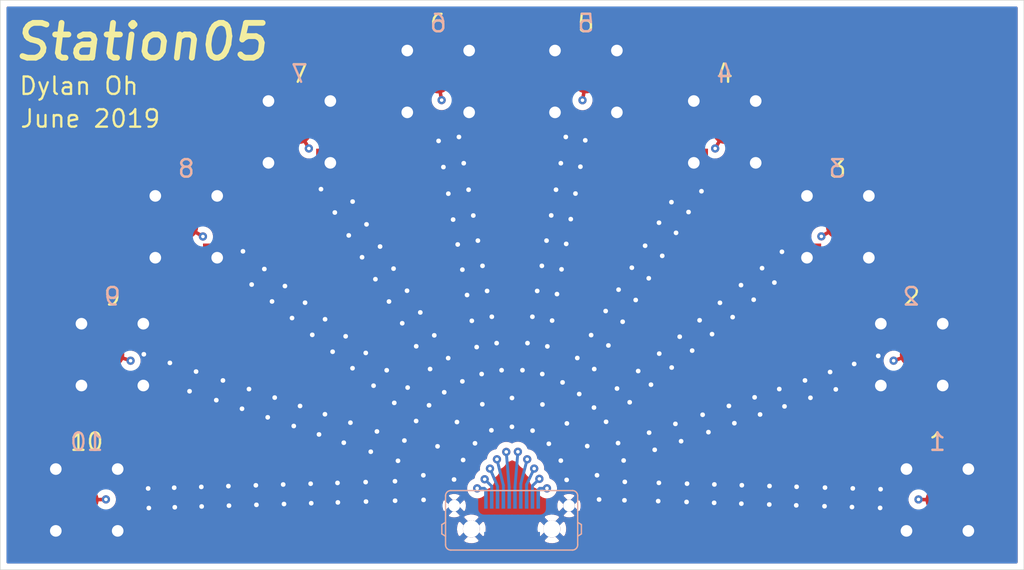
<source format=kicad_pcb>
(kicad_pcb (version 20171130) (host pcbnew "(6.0.0-rc1-dev-305-gf0b8b2136)")

  (general
    (thickness 1.6)
    (drawings 57)
    (tracks 334)
    (zones 0)
    (modules 11)
    (nets 12)
  )

  (page A4)
  (layers
    (0 F.Cu signal)
    (1 In1.Cu signal)
    (2 In2.Cu signal)
    (31 B.Cu signal)
    (32 B.Adhes user)
    (33 F.Adhes user)
    (34 B.Paste user)
    (35 F.Paste user)
    (36 B.SilkS user)
    (37 F.SilkS user)
    (38 B.Mask user)
    (39 F.Mask user)
    (40 Dwgs.User user)
    (41 Cmts.User user)
    (42 Eco1.User user)
    (43 Eco2.User user)
    (44 Edge.Cuts user)
    (45 Margin user)
    (46 B.CrtYd user)
    (47 F.CrtYd user)
    (48 B.Fab user)
    (49 F.Fab user)
  )

  (setup
    (last_trace_width 0.25)
    (user_trace_width 0.3048)
    (trace_clearance 0.2)
    (zone_clearance 0.508)
    (zone_45_only yes)
    (trace_min 0.2)
    (via_size 0.8)
    (via_drill 0.4)
    (via_min_size 0.4)
    (via_min_drill 0.3)
    (user_via 0.7112 0.3048)
    (user_via 1.2 1)
    (uvia_size 0.3)
    (uvia_drill 0.1)
    (uvias_allowed no)
    (uvia_min_size 0.2)
    (uvia_min_drill 0.1)
    (edge_width 0.05)
    (segment_width 0.2)
    (pcb_text_width 0.3)
    (pcb_text_size 1.5 1.5)
    (mod_edge_width 0.12)
    (mod_text_size 1 1)
    (mod_text_width 0.15)
    (pad_size 3.05 3.05)
    (pad_drill 2.05)
    (pad_to_mask_clearance 0.051)
    (solder_mask_min_width 0.25)
    (aux_axis_origin 0 0)
    (grid_origin 12.0015 198.00316)
    (visible_elements 7FFFFFFF)
    (pcbplotparams
      (layerselection 0x010fc_ffffffff)
      (usegerberextensions false)
      (usegerberattributes false)
      (usegerberadvancedattributes false)
      (creategerberjobfile false)
      (excludeedgelayer true)
      (linewidth 0.100000)
      (plotframeref false)
      (viasonmask false)
      (mode 1)
      (useauxorigin false)
      (hpglpennumber 1)
      (hpglpenspeed 20)
      (hpglpendiameter 15.000000)
      (psnegative false)
      (psa4output false)
      (plotreference true)
      (plotvalue false)
      (plotinvisibletext false)
      (padsonsilk false)
      (subtractmaskfromsilk false)
      (outputformat 1)
      (mirror false)
      (drillshape 0)
      (scaleselection 1)
      (outputdirectory "C:/Users/dmo2/Documents/GitHub/nist/KiCAD/Station05/Gerbers/"))
  )

  (net 0 "")
  (net 1 GND)
  (net 2 "Net-(U1-Pad1)")
  (net 3 "Net-(U11-Pad4)")
  (net 4 "Net-(U11-Pad6)")
  (net 5 "Net-(U11-Pad8)")
  (net 6 "Net-(U11-Pad10)")
  (net 7 "Net-(U11-Pad12)")
  (net 8 "Net-(U11-Pad14)")
  (net 9 "Net-(U11-Pad16)")
  (net 10 "Net-(U11-Pad18)")
  (net 11 "Net-(U10-Pad1)")

  (net_class Default "This is the default net class."
    (clearance 0.2)
    (trace_width 0.25)
    (via_dia 0.8)
    (via_drill 0.4)
    (uvia_dia 0.3)
    (uvia_drill 0.1)
    (add_net GND)
    (add_net "Net-(U1-Pad1)")
    (add_net "Net-(U10-Pad1)")
    (add_net "Net-(U11-Pad10)")
    (add_net "Net-(U11-Pad12)")
    (add_net "Net-(U11-Pad14)")
    (add_net "Net-(U11-Pad16)")
    (add_net "Net-(U11-Pad18)")
    (add_net "Net-(U11-Pad4)")
    (add_net "Net-(U11-Pad6)")
    (add_net "Net-(U11-Pad8)")
  )

  (module Station05:CONSMA001-SMD-G (layer F.Cu) (tedit 5D13C038) (tstamp 5D1189F7)
    (at 176.568126 100)
    (path /5D10BEF3)
    (fp_text reference U10 (at 0 -5.5363) (layer F.SilkS) hide
      (effects (font (size 1 1) (thickness 0.15)))
    )
    (fp_text value CONSMA001-SMD-G (at 0 -6.5363) (layer F.Fab) hide
      (effects (font (size 1 1) (thickness 0.15)))
    )
    (pad 2 smd rect (at 2.66 2.66) (size 2.44 2.44) (layers F.Cu F.Paste F.Mask)
      (net 1 GND))
    (pad 2 smd rect (at 2.66 -2.66) (size 2.44 2.44) (layers F.Cu F.Paste F.Mask)
      (net 1 GND))
    (pad 2 smd rect (at -2.66 -2.66 90) (size 2.44 2.44) (layers F.Cu F.Paste F.Mask)
      (net 1 GND))
    (pad 2 smd rect (at -2.66 2.66) (size 2.44 2.44) (layers F.Cu F.Paste F.Mask)
      (net 1 GND))
    (pad 1 smd circle (at 0 0) (size 2.05 2.05) (layers F.Cu F.Paste F.Mask)
      (net 11 "Net-(U10-Pad1)"))
    (model ${KIPRJMOD}/Station05.3dshapes/CONSMA001-SMD-G.wrl
      (at (xyz 0 0 0))
      (scale (xyz 1 1 1))
      (rotate (xyz 0 0 0))
    )
  )

  (module Station05:CONSMA001-SMD-G (layer F.Cu) (tedit 5D13C038) (tstamp 5D1189EF)
    (at 174.3628 87.49296)
    (path /5D10BD13)
    (fp_text reference U9 (at 0 -5.5363) (layer F.SilkS) hide
      (effects (font (size 1 1) (thickness 0.15)))
    )
    (fp_text value CONSMA001-SMD-G (at 0 -6.5363) (layer F.Fab) hide
      (effects (font (size 1 1) (thickness 0.15)))
    )
    (pad 2 smd rect (at 2.66 2.66) (size 2.44 2.44) (layers F.Cu F.Paste F.Mask)
      (net 1 GND))
    (pad 2 smd rect (at 2.66 -2.66) (size 2.44 2.44) (layers F.Cu F.Paste F.Mask)
      (net 1 GND))
    (pad 2 smd rect (at -2.66 -2.66 90) (size 2.44 2.44) (layers F.Cu F.Paste F.Mask)
      (net 1 GND))
    (pad 2 smd rect (at -2.66 2.66) (size 2.44 2.44) (layers F.Cu F.Paste F.Mask)
      (net 1 GND))
    (pad 1 smd circle (at 0 0) (size 2.05 2.05) (layers F.Cu F.Paste F.Mask)
      (net 10 "Net-(U11-Pad18)"))
    (model ${KIPRJMOD}/Station05.3dshapes/CONSMA001-SMD-G.wrl
      (at (xyz 0 0 0))
      (scale (xyz 1 1 1))
      (rotate (xyz 0 0 0))
    )
  )

  (module Station05:CONSMA001-SMD-G (layer F.Cu) (tedit 5D13C038) (tstamp 5D1189E7)
    (at 168.01281 76.49446)
    (path /5D10BB18)
    (fp_text reference U8 (at 0 -5.5363) (layer F.SilkS) hide
      (effects (font (size 1 1) (thickness 0.15)))
    )
    (fp_text value CONSMA001-SMD-G (at 0 -6.5363) (layer F.Fab) hide
      (effects (font (size 1 1) (thickness 0.15)))
    )
    (pad 2 smd rect (at 2.66 2.66) (size 2.44 2.44) (layers F.Cu F.Paste F.Mask)
      (net 1 GND))
    (pad 2 smd rect (at 2.66 -2.66) (size 2.44 2.44) (layers F.Cu F.Paste F.Mask)
      (net 1 GND))
    (pad 2 smd rect (at -2.66 -2.66 90) (size 2.44 2.44) (layers F.Cu F.Paste F.Mask)
      (net 1 GND))
    (pad 2 smd rect (at -2.66 2.66) (size 2.44 2.44) (layers F.Cu F.Paste F.Mask)
      (net 1 GND))
    (pad 1 smd circle (at 0 0) (size 2.05 2.05) (layers F.Cu F.Paste F.Mask)
      (net 9 "Net-(U11-Pad16)"))
    (model ${KIPRJMOD}/Station05.3dshapes/CONSMA001-SMD-G.wrl
      (at (xyz 0 0 0))
      (scale (xyz 1 1 1))
      (rotate (xyz 0 0 0))
    )
  )

  (module Station05:CONSMA001-SMD-G (layer F.Cu) (tedit 5D13C038) (tstamp 5D1189DF)
    (at 158.284063 68.33107)
    (path /5D10B9A1)
    (fp_text reference U7 (at 0 -5.5363) (layer F.SilkS) hide
      (effects (font (size 1 1) (thickness 0.15)))
    )
    (fp_text value CONSMA001-SMD-G (at 0 -6.5363) (layer F.Fab) hide
      (effects (font (size 1 1) (thickness 0.15)))
    )
    (pad 2 smd rect (at 2.66 2.66) (size 2.44 2.44) (layers F.Cu F.Paste F.Mask)
      (net 1 GND))
    (pad 2 smd rect (at 2.66 -2.66) (size 2.44 2.44) (layers F.Cu F.Paste F.Mask)
      (net 1 GND))
    (pad 2 smd rect (at -2.66 -2.66 90) (size 2.44 2.44) (layers F.Cu F.Paste F.Mask)
      (net 1 GND))
    (pad 2 smd rect (at -2.66 2.66) (size 2.44 2.44) (layers F.Cu F.Paste F.Mask)
      (net 1 GND))
    (pad 1 smd circle (at 0 0) (size 2.05 2.05) (layers F.Cu F.Paste F.Mask)
      (net 8 "Net-(U11-Pad14)"))
    (model ${KIPRJMOD}/Station05.3dshapes/CONSMA001-SMD-G.wrl
      (at (xyz 0 0 0))
      (scale (xyz 1 1 1))
      (rotate (xyz 0 0 0))
    )
  )

  (module Station05:CONSMA001-SMD-G (layer F.Cu) (tedit 5D13C038) (tstamp 5D1189D7)
    (at 146.34999 63.98743)
    (path /5D10B772)
    (fp_text reference U6 (at 0 -5.5363) (layer F.SilkS) hide
      (effects (font (size 1 1) (thickness 0.15)))
    )
    (fp_text value CONSMA001-SMD-G (at 0 -6.5363) (layer F.Fab) hide
      (effects (font (size 1 1) (thickness 0.15)))
    )
    (pad 2 smd rect (at 2.66 2.66) (size 2.44 2.44) (layers F.Cu F.Paste F.Mask)
      (net 1 GND))
    (pad 2 smd rect (at 2.66 -2.66) (size 2.44 2.44) (layers F.Cu F.Paste F.Mask)
      (net 1 GND))
    (pad 2 smd rect (at -2.66 -2.66 90) (size 2.44 2.44) (layers F.Cu F.Paste F.Mask)
      (net 1 GND))
    (pad 2 smd rect (at -2.66 2.66) (size 2.44 2.44) (layers F.Cu F.Paste F.Mask)
      (net 1 GND))
    (pad 1 smd circle (at 0 0) (size 2.05 2.05) (layers F.Cu F.Paste F.Mask)
      (net 7 "Net-(U11-Pad12)"))
    (model ${KIPRJMOD}/Station05.3dshapes/CONSMA001-SMD-G.wrl
      (at (xyz 0 0 0))
      (scale (xyz 1 1 1))
      (rotate (xyz 0 0 0))
    )
  )

  (module Station05:CONSMA001-SMD-G (layer F.Cu) (tedit 5D13C038) (tstamp 5D1189CF)
    (at 133.65001 63.98743)
    (path /5D10B60A)
    (fp_text reference U5 (at 0 -5.5363) (layer F.SilkS) hide
      (effects (font (size 1 1) (thickness 0.15)))
    )
    (fp_text value CONSMA001-SMD-G (at 0 -6.5363) (layer F.Fab) hide
      (effects (font (size 1 1) (thickness 0.15)))
    )
    (pad 2 smd rect (at 2.66 2.66) (size 2.44 2.44) (layers F.Cu F.Paste F.Mask)
      (net 1 GND))
    (pad 2 smd rect (at 2.66 -2.66) (size 2.44 2.44) (layers F.Cu F.Paste F.Mask)
      (net 1 GND))
    (pad 2 smd rect (at -2.66 -2.66 90) (size 2.44 2.44) (layers F.Cu F.Paste F.Mask)
      (net 1 GND))
    (pad 2 smd rect (at -2.66 2.66) (size 2.44 2.44) (layers F.Cu F.Paste F.Mask)
      (net 1 GND))
    (pad 1 smd circle (at 0 0) (size 2.05 2.05) (layers F.Cu F.Paste F.Mask)
      (net 6 "Net-(U11-Pad10)"))
    (model ${KIPRJMOD}/Station05.3dshapes/CONSMA001-SMD-G.wrl
      (at (xyz 0 0 0))
      (scale (xyz 1 1 1))
      (rotate (xyz 0 0 0))
    )
  )

  (module Station05:CONSMA001-SMD-G (layer F.Cu) (tedit 5D13C038) (tstamp 5D1189C7)
    (at 121.715937 68.33107)
    (path /5D10B3B5)
    (fp_text reference U4 (at 0 -5.5363) (layer F.SilkS) hide
      (effects (font (size 1 1) (thickness 0.15)))
    )
    (fp_text value CONSMA001-SMD-G (at 0 -6.5363) (layer F.Fab) hide
      (effects (font (size 1 1) (thickness 0.15)))
    )
    (pad 2 smd rect (at 2.66 2.66) (size 2.44 2.44) (layers F.Cu F.Paste F.Mask)
      (net 1 GND))
    (pad 2 smd rect (at 2.66 -2.66) (size 2.44 2.44) (layers F.Cu F.Paste F.Mask)
      (net 1 GND))
    (pad 2 smd rect (at -2.66 -2.66 90) (size 2.44 2.44) (layers F.Cu F.Paste F.Mask)
      (net 1 GND))
    (pad 2 smd rect (at -2.66 2.66) (size 2.44 2.44) (layers F.Cu F.Paste F.Mask)
      (net 1 GND))
    (pad 1 smd circle (at 0 0) (size 2.05 2.05) (layers F.Cu F.Paste F.Mask)
      (net 5 "Net-(U11-Pad8)"))
    (model ${KIPRJMOD}/Station05.3dshapes/CONSMA001-SMD-G.wrl
      (at (xyz 0 0 0))
      (scale (xyz 1 1 1))
      (rotate (xyz 0 0 0))
    )
  )

  (module Station05:CONSMA001-SMD-G (layer F.Cu) (tedit 5D13C038) (tstamp 5D1189BF)
    (at 111.98719 76.49446)
    (path /5D10B247)
    (fp_text reference U3 (at 0 -5.5363) (layer F.SilkS) hide
      (effects (font (size 1 1) (thickness 0.15)))
    )
    (fp_text value CONSMA001-SMD-G (at 0 -6.5363) (layer F.Fab) hide
      (effects (font (size 1 1) (thickness 0.15)))
    )
    (pad 2 smd rect (at 2.66 2.66) (size 2.44 2.44) (layers F.Cu F.Paste F.Mask)
      (net 1 GND))
    (pad 2 smd rect (at 2.66 -2.66) (size 2.44 2.44) (layers F.Cu F.Paste F.Mask)
      (net 1 GND))
    (pad 2 smd rect (at -2.66 -2.66 90) (size 2.44 2.44) (layers F.Cu F.Paste F.Mask)
      (net 1 GND))
    (pad 2 smd rect (at -2.66 2.66) (size 2.44 2.44) (layers F.Cu F.Paste F.Mask)
      (net 1 GND))
    (pad 1 smd circle (at 0 0) (size 2.05 2.05) (layers F.Cu F.Paste F.Mask)
      (net 4 "Net-(U11-Pad6)"))
    (model ${KIPRJMOD}/Station05.3dshapes/CONSMA001-SMD-G.wrl
      (at (xyz 0 0 0))
      (scale (xyz 1 1 1))
      (rotate (xyz 0 0 0))
    )
  )

  (module Station05:CONSMA001-SMD-G (layer F.Cu) (tedit 5D13C038) (tstamp 5D1189B7)
    (at 105.6372 87.49296)
    (path /5D10AFDA)
    (fp_text reference U2 (at 0 -5.5363) (layer F.SilkS) hide
      (effects (font (size 1 1) (thickness 0.15)))
    )
    (fp_text value CONSMA001-SMD-G (at 0 -6.5363) (layer F.Fab) hide
      (effects (font (size 1 1) (thickness 0.15)))
    )
    (pad 2 smd rect (at 2.66 2.66) (size 2.44 2.44) (layers F.Cu F.Paste F.Mask)
      (net 1 GND))
    (pad 2 smd rect (at 2.66 -2.66) (size 2.44 2.44) (layers F.Cu F.Paste F.Mask)
      (net 1 GND))
    (pad 2 smd rect (at -2.66 -2.66 90) (size 2.44 2.44) (layers F.Cu F.Paste F.Mask)
      (net 1 GND))
    (pad 2 smd rect (at -2.66 2.66) (size 2.44 2.44) (layers F.Cu F.Paste F.Mask)
      (net 1 GND))
    (pad 1 smd circle (at 0 0) (size 2.05 2.05) (layers F.Cu F.Paste F.Mask)
      (net 3 "Net-(U11-Pad4)"))
    (model ${KIPRJMOD}/Station05.3dshapes/CONSMA001-SMD-G.wrl
      (at (xyz 0 0 0))
      (scale (xyz 1 1 1))
      (rotate (xyz 0 0 0))
    )
  )

  (module Station05:CONSMA001-SMD-G (layer F.Cu) (tedit 5D13C038) (tstamp 5D1189AF)
    (at 103.431874 100)
    (path /5D10A3CC)
    (fp_text reference U1 (at 0 -5.5363) (layer F.SilkS) hide
      (effects (font (size 1 1) (thickness 0.15)))
    )
    (fp_text value CONSMA001-SMD-G (at 0 -6.5363) (layer F.Fab) hide
      (effects (font (size 1 1) (thickness 0.15)))
    )
    (pad 2 smd rect (at 2.66 2.66) (size 2.44 2.44) (layers F.Cu F.Paste F.Mask)
      (net 1 GND))
    (pad 2 smd rect (at 2.66 -2.66) (size 2.44 2.44) (layers F.Cu F.Paste F.Mask)
      (net 1 GND))
    (pad 2 smd rect (at -2.66 -2.66 90) (size 2.44 2.44) (layers F.Cu F.Paste F.Mask)
      (net 1 GND))
    (pad 2 smd rect (at -2.66 2.66) (size 2.44 2.44) (layers F.Cu F.Paste F.Mask)
      (net 1 GND))
    (pad 1 smd circle (at 0 0) (size 2.05 2.05) (layers F.Cu F.Paste F.Mask)
      (net 2 "Net-(U1-Pad1)"))
    (model ${KIPRJMOD}/Station05.3dshapes/CONSMA001-SMD-G.wrl
      (at (xyz 0 0 0))
      (scale (xyz 1 1 1))
      (rotate (xyz 0 0 0))
    )
  )

  (module Station05:LSHM-110-02.5-L-DV-A-S-TR (layer B.Cu) (tedit 5D13BD4F) (tstamp 5D118986)
    (at 140 101.75 180)
    (path /5D10989A)
    (fp_text reference U11 (at 0.04 -3.85 180) (layer B.SilkS) hide
      (effects (font (size 1 1) (thickness 0.15)) (justify mirror))
    )
    (fp_text value LSHM-110-02.5-L-DV-A-S-TR (at 0.04 3.81 180) (layer B.Fab) hide
      (effects (font (size 1 1) (thickness 0.15)) (justify mirror))
    )
    (fp_arc (start 5.27 2.11) (end 5.27 2.56) (angle -90) (layer B.SilkS) (width 0.12))
    (fp_arc (start -5.19 2.11) (end -5.64 2.11) (angle -90) (layer B.SilkS) (width 0.12))
    (fp_arc (start 5.27 -2.11) (end 5.72 -2.11) (angle -90) (layer B.SilkS) (width 0.12))
    (fp_arc (start -5.19 -2.11) (end -5.19 -2.56) (angle -90) (layer B.SilkS) (width 0.12))
    (fp_line (start -5.19 -2.56) (end 5.27 -2.56) (layer B.SilkS) (width 0.12))
    (fp_line (start -5.19 2.56) (end 5.27 2.56) (layer B.SilkS) (width 0.12))
    (fp_line (start 5.72 -2.11) (end 5.72 2.11) (layer B.SilkS) (width 0.12))
    (fp_line (start -5.64 2.11) (end -5.64 -2.11) (layer B.SilkS) (width 0.12))
    (fp_line (start -5.96 -0.37) (end -5.96 -1.17) (layer B.SilkS) (width 0.12))
    (fp_line (start -5.96 -1.17) (end -5.64 -1.37) (layer B.SilkS) (width 0.12))
    (fp_line (start 6.04 -1.17) (end 5.72 -1.37) (layer B.SilkS) (width 0.12))
    (fp_line (start 6.04 -0.37) (end 6.04 -1.17) (layer B.SilkS) (width 0.12))
    (fp_line (start 6.04 -0.37) (end 5.72 -0.17) (layer B.SilkS) (width 0.12))
    (fp_line (start -5.96 -0.37) (end -5.64 -0.17) (layer B.SilkS) (width 0.12))
    (pad 21 thru_hole circle (at 3.5 -0.74 180) (size 1.45 1.45) (drill 1.45) (layers *.Cu *.Mask)
      (net 1 GND))
    (pad 21 thru_hole circle (at -3.42 -0.74 180) (size 1.45 1.45) (drill 1.45) (layers *.Cu *.Mask)
      (net 1 GND))
    (pad 21 thru_hole circle (at 4.975 1.26 180) (size 1 1) (drill 1) (layers *.Cu *.Mask)
      (net 1 GND))
    (pad 21 thru_hole circle (at -4.895 1.26 180) (size 1 1) (drill 1) (layers *.Cu *.Mask)
      (net 1 GND))
    (pad 20 smd rect (at -2.25 1.75 180) (size 0.3 1.5) (layers B.Cu B.Paste B.Mask)
      (net 11 "Net-(U10-Pad1)"))
    (pad 19 smd rect (at -2.25 -1.75 180) (size 0.3 1.5) (layers B.Cu B.Paste B.Mask)
      (net 1 GND))
    (pad 18 smd rect (at -1.75 1.75 180) (size 0.3 1.5) (layers B.Cu B.Paste B.Mask)
      (net 10 "Net-(U11-Pad18)"))
    (pad 17 smd rect (at -1.75 -1.75 180) (size 0.3 1.5) (layers B.Cu B.Paste B.Mask)
      (net 1 GND))
    (pad 16 smd rect (at -1.25 1.75 180) (size 0.3 1.5) (layers B.Cu B.Paste B.Mask)
      (net 9 "Net-(U11-Pad16)"))
    (pad 15 smd rect (at -1.25 -1.75 180) (size 0.3 1.5) (layers B.Cu B.Paste B.Mask)
      (net 1 GND))
    (pad 14 smd rect (at -0.75 1.75 180) (size 0.3 1.5) (layers B.Cu B.Paste B.Mask)
      (net 8 "Net-(U11-Pad14)"))
    (pad 13 smd rect (at -0.75 -1.75 180) (size 0.3 1.5) (layers B.Cu B.Paste B.Mask)
      (net 1 GND))
    (pad 12 smd rect (at -0.25 1.75 180) (size 0.3 1.5) (layers B.Cu B.Paste B.Mask)
      (net 7 "Net-(U11-Pad12)"))
    (pad 11 smd rect (at -0.25 -1.75 180) (size 0.3 1.5) (layers B.Cu B.Paste B.Mask)
      (net 1 GND))
    (pad 10 smd rect (at 0.25 1.75 180) (size 0.3 1.5) (layers B.Cu B.Paste B.Mask)
      (net 6 "Net-(U11-Pad10)"))
    (pad 9 smd rect (at 0.25 -1.75 180) (size 0.3 1.5) (layers B.Cu B.Paste B.Mask)
      (net 1 GND))
    (pad 8 smd rect (at 0.75 1.75 180) (size 0.3 1.5) (layers B.Cu B.Paste B.Mask)
      (net 5 "Net-(U11-Pad8)"))
    (pad 7 smd rect (at 0.75 -1.75 180) (size 0.3 1.5) (layers B.Cu B.Paste B.Mask)
      (net 1 GND))
    (pad 6 smd rect (at 1.25 1.75 180) (size 0.3 1.5) (layers B.Cu B.Paste B.Mask)
      (net 4 "Net-(U11-Pad6)"))
    (pad 5 smd rect (at 1.25 -1.75 180) (size 0.3 1.5) (layers B.Cu B.Paste B.Mask)
      (net 1 GND))
    (pad 4 smd rect (at 1.75 1.75 180) (size 0.3 1.5) (layers B.Cu B.Paste B.Mask)
      (net 3 "Net-(U11-Pad4)"))
    (pad 3 smd rect (at 1.75 -1.75 180) (size 0.3 1.5) (layers B.Cu B.Paste B.Mask)
      (net 1 GND))
    (pad 2 smd rect (at 2.25 1.75 180) (size 0.3 1.5) (layers B.Cu B.Paste B.Mask)
      (net 2 "Net-(U1-Pad1)"))
    (pad 1 smd rect (at 2.25 -1.75 180) (size 0.3 1.5) (layers B.Cu B.Paste B.Mask)
      (net 1 GND))
    (model ${KIPRJMOD}/Station05.3dshapes/LSHM-110-02.5-L-DV-A-S-TR.wrl
      (at (xyz 0 0 0))
      (scale (xyz 1 1 1))
      (rotate (xyz 0 0 0))
    )
  )

  (gr_circle (center 174.9407 99.95416) (end 175.1185 99.95416) (layer B.Mask) (width 0.3556) (tstamp 5D51D780))
  (gr_circle (center 172.8007 88.01416) (end 172.9785 88.01416) (layer B.Mask) (width 0.3556) (tstamp 5D51D77E))
  (gr_circle (center 166.5915 77.31816) (end 166.7693 77.31816) (layer B.Mask) (width 0.3556) (tstamp 5D51D77C))
  (gr_circle (center 157.4575 69.75316) (end 157.6353 69.75316) (layer B.Mask) (width 0.3556) (tstamp 5D51D77A))
  (gr_circle (center 146.0525 65.60316) (end 146.2303 65.60316) (layer B.Mask) (width 0.3556) (tstamp 5D51D778))
  (gr_circle (center 133.9445 65.59316) (end 134.1223 65.59316) (layer B.Mask) (width 0.3556) (tstamp 5D51D776))
  (gr_circle (center 122.5295 69.75316) (end 122.7073 69.75316) (layer B.Mask) (width 0.3556) (tstamp 5D51D774))
  (gr_circle (center 113.4215 77.32816) (end 113.5993 77.32816) (layer B.Mask) (width 0.3556) (tstamp 5D51D772))
  (gr_circle (center 107.2015 88.01816) (end 107.3793 88.01816) (layer B.Mask) (width 0.3556) (tstamp 5D51D76E))
  (gr_circle (center 105.0815 99.94916) (end 105.2593 99.94916) (layer B.Mask) (width 0.3556) (tstamp 5D51D76A))
  (gr_circle (center 142.9987 98.99816) (end 143.1765 98.99816) (layer B.Mask) (width 0.3556) (tstamp 5D51D708))
  (gr_circle (center 142.3457 98.18316) (end 142.5235 98.18316) (layer B.Mask) (width 0.3556) (tstamp 5D51D704))
  (gr_circle (center 141.8985 97.29796) (end 142.0763 97.29796) (layer B.Mask) (width 0.3556) (tstamp 5D51D700))
  (gr_circle (center 141.2995 96.49916) (end 141.4773 96.49916) (layer B.Mask) (width 0.3556) (tstamp 5D51D6F9))
  (gr_circle (center 140.4995 95.85116) (end 140.6773 95.85116) (layer B.Mask) (width 0.3556) (tstamp 5D51D6F4))
  (gr_circle (center 139.4987 95.86468) (end 139.6765 95.86468) (layer B.Mask) (width 0.3556) (tstamp 5D51D6F0))
  (gr_circle (center 138.6995 96.49996) (end 138.8773 96.49996) (layer B.Mask) (width 0.3556) (tstamp 5D51D6EC))
  (gr_circle (center 138.0995 97.30016) (end 138.2773 97.30016) (layer B.Mask) (width 0.3556) (tstamp 5D51D6E4))
  (gr_circle (center 137.6415 98.21672) (end 137.8193 98.21672) (layer B.Mask) (width 0.3556) (tstamp 5D51D6DC))
  (gr_circle (center 137 99) (end 137.1778 99) (layer B.Mask) (width 0.3556) (tstamp 5D51D6D0))
  (gr_circle (center 143 99) (end 143.1778 99) (layer F.Mask) (width 0.3556) (tstamp 5D51D63D))
  (gr_circle (center 142.34668 98.1837) (end 142.52448 98.1837) (layer F.Mask) (width 0.3556) (tstamp 5D51D63D))
  (gr_circle (center 141.9 97.3) (end 142.0778 97.3) (layer F.Mask) (width 0.3556) (tstamp 5D51D63D))
  (gr_circle (center 141.3 96.5) (end 141.4778 96.5) (layer F.Mask) (width 0.3556) (tstamp 5D51D63D))
  (gr_circle (center 140.5 95.85198) (end 140.6778 95.85198) (layer F.Mask) (width 0.3556) (tstamp 5D51D63D))
  (gr_circle (center 139.5 95.86468) (end 139.6778 95.86468) (layer F.Mask) (width 0.3556) (tstamp 5D51D63D))
  (gr_circle (center 138.7 96.5) (end 138.8778 96.5) (layer F.Mask) (width 0.3556) (tstamp 5D51D63D))
  (gr_circle (center 138.1 97.3) (end 138.2778 97.3) (layer F.Mask) (width 0.3556) (tstamp 5D51D63D))
  (gr_circle (center 137.6426 98.21672) (end 137.8204 98.21672) (layer F.Mask) (width 0.3556) (tstamp 5D51D63D))
  (gr_circle (center 137 99) (end 137.1778 99) (layer F.Mask) (width 0.3556))
  (gr_line (start 96 57.00316) (end 96 106.00316) (layer Edge.Cuts) (width 0.05))
  (gr_line (start 184 57.00316) (end 96 57.00316) (layer Edge.Cuts) (width 0.05))
  (gr_line (start 184 106.00316) (end 184 57.00316) (layer Edge.Cuts) (width 0.05))
  (gr_text 10 (at 103.4315 95.00316) (layer B.SilkS) (tstamp 5D120D73)
    (effects (font (size 1.5 1.5) (thickness 0.2)) (justify mirror))
  )
  (gr_text 9 (at 105.6415 82.49316) (layer B.SilkS) (tstamp 5D120D6F)
    (effects (font (size 1.5 1.5) (thickness 0.2)) (justify mirror))
  )
  (gr_text 8 (at 111.9815 71.49316) (layer B.SilkS) (tstamp 5D120D6B)
    (effects (font (size 1.5 1.5) (thickness 0.2)) (justify mirror))
  )
  (gr_text 7 (at 121.7215 63.33316) (layer B.SilkS) (tstamp 5D120D67)
    (effects (font (size 1.5 1.5) (thickness 0.2)) (justify mirror))
  )
  (gr_text 6 (at 133.6515 58.98316) (layer B.SilkS) (tstamp 5D120D63)
    (effects (font (size 1.5 1.5) (thickness 0.2)) (justify mirror))
  )
  (gr_text 5 (at 146.3515 58.98316) (layer B.SilkS) (tstamp 5D120D5A)
    (effects (font (size 1.5 1.5) (thickness 0.2)) (justify mirror))
  )
  (gr_text 4 (at 158.2815 63.33316) (layer B.SilkS) (tstamp 5D120D4F)
    (effects (font (size 1.5 1.5) (thickness 0.2)) (justify mirror))
  )
  (gr_text 3 (at 167.9415 71.49316) (layer B.SilkS) (tstamp 5D120D40)
    (effects (font (size 1.5 1.5) (thickness 0.2)) (justify mirror))
  )
  (gr_text 2 (at 174.2915 82.49316) (layer B.SilkS) (tstamp 5D120D38)
    (effects (font (size 1.5 1.5) (thickness 0.2)) (justify mirror))
  )
  (gr_text 1 (at 176.5715 95.00316) (layer B.SilkS) (tstamp 5D120D30)
    (effects (font (size 1.5 1.5) (thickness 0.2)) (justify mirror))
  )
  (gr_text 10 (at 103.431874 95) (layer F.SilkS) (tstamp 5D120B88)
    (effects (font (size 1.5 1.5) (thickness 0.2)))
  )
  (gr_text 9 (at 105.6372 82.49296) (layer F.SilkS) (tstamp 5D120B88)
    (effects (font (size 1.5 1.5) (thickness 0.2)))
  )
  (gr_text 8 (at 111.98719 71.49446) (layer F.SilkS) (tstamp 5D120B88)
    (effects (font (size 1.5 1.5) (thickness 0.2)))
  )
  (gr_text 7 (at 121.715937 63.33107) (layer F.SilkS) (tstamp 5D120B88)
    (effects (font (size 1.5 1.5) (thickness 0.2)))
  )
  (gr_text 6 (at 133.65001 58.98743) (layer F.SilkS) (tstamp 5D120B88)
    (effects (font (size 1.5 1.5) (thickness 0.2)))
  )
  (gr_text 5 (at 146.34999 58.98743) (layer F.SilkS) (tstamp 5D120B88)
    (effects (font (size 1.5 1.5) (thickness 0.2)))
  )
  (gr_text 4 (at 158.284063 63.33107) (layer F.SilkS) (tstamp 5D120B88)
    (effects (font (size 1.5 1.5) (thickness 0.2)))
  )
  (gr_text 3 (at 168.01281 71.49446) (layer F.SilkS) (tstamp 5D120B88)
    (effects (font (size 1.5 1.5) (thickness 0.2)))
  )
  (gr_text 2 (at 174.3628 82.49296) (layer F.SilkS) (tstamp 5D120B88)
    (effects (font (size 1.5 1.5) (thickness 0.2)))
  )
  (gr_text 1 (at 176.568126 95) (layer F.SilkS)
    (effects (font (size 1.5 1.5) (thickness 0.2)))
  )
  (gr_text "June 2019" (at 97.6115 67.19316) (layer F.SilkS)
    (effects (font (size 1.5 1.5) (thickness 0.2)) (justify left))
  )
  (gr_text "Dylan Oh" (at 97.5215 64.37316) (layer F.SilkS)
    (effects (font (size 1.5 1.5) (thickness 0.2)) (justify left))
  )
  (gr_text Station05 (at 97.0115 60.58316) (layer F.SilkS)
    (effects (font (size 3 3) (thickness 0.5) italic) (justify left))
  )
  (gr_line (start 184 106.00316) (end 96 106.00316) (layer Edge.Cuts) (width 0.05) (tstamp 5D0D1379))

  (via (at 132.3715 97.87316) (size 0.8) (drill 0.4) (layers F.Cu B.Cu) (net 1))
  (via (at 133.5915 95.38316) (size 0.8) (drill 0.4) (layers F.Cu B.Cu) (net 1))
  (via (at 135.2615 93.29316) (size 0.8) (drill 0.4) (layers F.Cu B.Cu) (net 1))
  (via (at 123.5715 73.25316) (size 0.8) (drill 0.4) (layers F.Cu B.Cu) (net 1))
  (via (at 137.4415 91.76316) (size 0.8) (drill 0.4) (layers F.Cu B.Cu) (net 1))
  (via (at 147.3015 97.87316) (size 0.8) (drill 0.4) (layers F.Cu B.Cu) (net 1))
  (via (at 146.4615 95.36316) (size 0.8) (drill 0.4) (layers F.Cu B.Cu) (net 1))
  (via (at 144.1915 96.61316) (size 0.8) (drill 0.4) (layers F.Cu B.Cu) (net 1))
  (via (at 135.4315 68.76316) (size 0.8) (drill 0.4) (layers F.Cu B.Cu) (net 1))
  (via (at 135.844376 71.02316) (size 0.8) (drill 0.4) (layers F.Cu B.Cu) (net 1))
  (via (at 136.260906 73.30316) (size 0.8) (drill 0.4) (layers F.Cu B.Cu) (net 1))
  (via (at 136.666475 75.52316) (size 0.8) (drill 0.4) (layers F.Cu B.Cu) (net 1))
  (via (at 137.061082 77.68316) (size 0.8) (drill 0.4) (layers F.Cu B.Cu) (net 1))
  (via (at 137.457516 79.85316) (size 0.8) (drill 0.4) (layers F.Cu B.Cu) (net 1))
  (via (at 137.852123 82.01316) (size 0.8) (drill 0.4) (layers F.Cu B.Cu) (net 1))
  (via (at 138.257692 84.23316) (size 0.8) (drill 0.4) (layers F.Cu B.Cu) (net 1))
  (via (at 139.9915 91.22316) (size 0.8) (drill 0.4) (layers F.Cu B.Cu) (net 1))
  (via (at 138.672395 86.50316) (size 0.8) (drill 0.4) (layers F.Cu B.Cu) (net 1))
  (via (at 139.098059 88.83316) (size 0.8) (drill 0.4) (layers F.Cu B.Cu) (net 1))
  (via (at 139.987751 93.70316) (size 0.8) (drill 0.4) (layers F.Cu B.Cu) (net 1))
  (via (at 143.776351 73.30316) (size 0.8) (drill 0.4) (layers F.Cu B.Cu) (net 1))
  (via (at 143.36592 75.51316) (size 0.8) (drill 0.4) (layers F.Cu B.Cu) (net 1))
  (via (at 144.191639 71.02316) (size 0.8) (drill 0.4) (layers F.Cu B.Cu) (net 1))
  (via (at 144.6195 68.76316) (size 0.8) (drill 0.4) (layers F.Cu B.Cu) (net 1))
  (via (at 140.892186 88.83316) (size 0.8) (drill 0.4) (layers F.Cu B.Cu) (net 1))
  (via (at 141.324904 86.50316) (size 0.8) (drill 0.4) (layers F.Cu B.Cu) (net 1))
  (via (at 141.746479 84.23316) (size 0.8) (drill 0.4) (layers F.Cu B.Cu) (net 1))
  (via (at 142.158767 82.01316) (size 0.8) (drill 0.4) (layers F.Cu B.Cu) (net 1))
  (via (at 142.559913 79.85316) (size 0.8) (drill 0.4) (layers F.Cu B.Cu) (net 1))
  (via (at 142.962916 77.68316) (size 0.8) (drill 0.4) (layers F.Cu B.Cu) (net 1))
  (segment (start 146.2915 69.05316) (end 146.2915 69.05316) (width 0.25) (layer B.Cu) (net 1) (tstamp 5D0D6625))
  (via (at 146.2915 69.05316) (size 0.8) (drill 0.4) (layers F.Cu B.Cu) (net 1))
  (via (at 145.874287 71.32316) (size 0.8) (drill 0.4) (layers F.Cu B.Cu) (net 1))
  (via (at 145.449721 73.63316) (size 0.8) (drill 0.4) (layers F.Cu B.Cu) (net 1))
  (via (at 145.045373 75.83316) (size 0.8) (drill 0.4) (layers F.Cu B.Cu) (net 1))
  (via (at 144.65389 77.96316) (size 0.8) (drill 0.4) (layers F.Cu B.Cu) (net 1))
  (via (at 144.25138 80.15316) (size 0.8) (drill 0.4) (layers F.Cu B.Cu) (net 1))
  (via (at 143.859898 82.28316) (size 0.8) (drill 0.4) (layers F.Cu B.Cu) (net 1))
  (via (at 143.440847 84.56316) (size 0.8) (drill 0.4) (layers F.Cu B.Cu) (net 1))
  (via (at 143.032824 86.78316) (size 0.8) (drill 0.4) (layers F.Cu B.Cu) (net 1))
  (via (at 142.595394 89.16316) (size 0.8) (drill 0.4) (layers F.Cu B.Cu) (net 1))
  (via (at 141.7615 94.03316) (size 0.8) (drill 0.4) (layers F.Cu B.Cu) (net 1))
  (via (at 144.33942 89.88316) (size 0.8) (drill 0.4) (layers F.Cu B.Cu) (net 1))
  (via (at 145.606899 87.78316) (size 0.8) (drill 0.4) (layers F.Cu B.Cu) (net 1))
  (via (at 146.795915 85.81316) (size 0.8) (drill 0.4) (layers F.Cu B.Cu) (net 1))
  (via (at 148.045287 83.74316) (size 0.8) (drill 0.4) (layers F.Cu B.Cu) (net 1))
  (via (at 149.15584 81.90316) (size 0.8) (drill 0.4) (layers F.Cu B.Cu) (net 1))
  (via (at 150.296571 80.01316) (size 0.8) (drill 0.4) (layers F.Cu B.Cu) (net 1))
  (via (at 151.437302 78.12316) (size 0.8) (drill 0.4) (layers F.Cu B.Cu) (net 1))
  (via (at 152.632354 76.14316) (size 0.8) (drill 0.4) (layers F.Cu B.Cu) (net 1))
  (via (at 153.700658 74.37316) (size 0.8) (drill 0.4) (layers F.Cu B.Cu) (net 1))
  (via (at 142.6115 91.78316) (size 0.8) (drill 0.4) (layers F.Cu B.Cu) (net 1))
  (segment (start 155.1715 75.22316) (end 155.1715 75.22316) (width 0.25) (layer B.Cu) (net 1) (tstamp 5D0D6847))
  (via (at 155.1715 75.22316) (size 0.8) (drill 0.4) (layers F.Cu B.Cu) (net 1))
  (via (at 154.097144 77.01316) (size 0.8) (drill 0.4) (layers F.Cu B.Cu) (net 1))
  (via (at 152.90875 78.99316) (size 0.8) (drill 0.4) (layers F.Cu B.Cu) (net 1))
  (via (at 151.750365 80.92316) (size 0.8) (drill 0.4) (layers F.Cu B.Cu) (net 1))
  (via (at 150.627992 82.79316) (size 0.8) (drill 0.4) (layers F.Cu B.Cu) (net 1))
  (via (at 149.505619 84.66316) (size 0.8) (drill 0.4) (layers F.Cu B.Cu) (net 1))
  (via (at 148.281212 86.70316) (size 0.8) (drill 0.4) (layers F.Cu B.Cu) (net 1))
  (via (at 147.062807 88.73316) (size 0.8) (drill 0.4) (layers F.Cu B.Cu) (net 1))
  (via (at 145.772378 90.88316) (size 0.8) (drill 0.4) (layers F.Cu B.Cu) (net 1))
  (via (at 147.0415 92.048506) (size 0.8) (drill 0.4) (layers F.Cu B.Cu) (net 1))
  (via (at 149.0215 90.410498) (size 0.8) (drill 0.4) (layers F.Cu B.Cu) (net 1))
  (via (at 150.8415 88.904854) (size 0.8) (drill 0.4) (layers F.Cu B.Cu) (net 1))
  (via (at 152.6515 87.407482) (size 0.8) (drill 0.4) (layers F.Cu B.Cu) (net 1))
  (via (at 154.4115 85.951473) (size 0.8) (drill 0.4) (layers F.Cu B.Cu) (net 1))
  (via (at 156.1215 84.536828) (size 0.8) (drill 0.4) (layers F.Cu B.Cu) (net 1))
  (via (at 157.8715 83.03316) (size 0.8) (drill 0.4) (layers F.Cu B.Cu) (net 1))
  (via (at 159.6815 81.51316) (size 0.8) (drill 0.4) (layers F.Cu B.Cu) (net 1))
  (via (at 161.4915 80.05316) (size 0.8) (drill 0.4) (layers F.Cu B.Cu) (net 1))
  (segment (start 163.2215 78.66316) (end 163.2215 78.66316) (width 0.25) (layer B.Cu) (net 1) (tstamp 5D0D6894))
  (via (at 163.2015 78.64316) (size 0.8) (drill 0.4) (layers F.Cu B.Cu) (net 1))
  (via (at 144.7115 93.41316) (size 0.8) (drill 0.4) (layers F.Cu B.Cu) (net 1))
  (via (at 143.1615 95.16316) (size 0.8) (drill 0.4) (layers F.Cu B.Cu) (net 1))
  (via (at 156.2815 73.43316) (size 0.8) (drill 0.4) (layers F.Cu B.Cu) (net 1))
  (via (at 124.375937 70.99107) (size 1.2) (drill 1) (layers F.Cu B.Cu) (net 1))
  (via (at 106.091874 102.66) (size 1.2) (drill 1) (layers F.Cu B.Cu) (net 1))
  (via (at 100.771874 102.66) (size 1.2) (drill 1) (layers F.Cu B.Cu) (net 1))
  (via (at 106.091874 97.34) (size 1.2) (drill 1) (layers F.Cu B.Cu) (net 1))
  (via (at 100.771874 97.34) (size 1.2) (drill 1) (layers F.Cu B.Cu) (net 1))
  (via (at 102.9772 90.15296) (size 1.2) (drill 1) (layers F.Cu B.Cu) (net 1))
  (via (at 108.2972 90.15296) (size 1.2) (drill 1) (layers F.Cu B.Cu) (net 1))
  (via (at 108.2972 84.83296) (size 1.2) (drill 1) (layers F.Cu B.Cu) (net 1))
  (via (at 102.9772 84.83296) (size 1.2) (drill 1) (layers F.Cu B.Cu) (net 1))
  (via (at 114.64719 79.15446) (size 1.2) (drill 1) (layers F.Cu B.Cu) (net 1))
  (via (at 119.055937 70.99107) (size 1.2) (drill 1) (layers F.Cu B.Cu) (net 1))
  (via (at 124.375937 65.67107) (size 1.2) (drill 1) (layers F.Cu B.Cu) (net 1))
  (via (at 119.055937 65.67107) (size 1.2) (drill 1) (layers F.Cu B.Cu) (net 1))
  (via (at 109.32719 79.15446) (size 1.2) (drill 1) (layers F.Cu B.Cu) (net 1))
  (via (at 114.64719 73.83446) (size 1.2) (drill 1) (layers F.Cu B.Cu) (net 1))
  (via (at 109.32719 73.83446) (size 1.2) (drill 1) (layers F.Cu B.Cu) (net 1))
  (via (at 130.99001 66.64743) (size 1.2) (drill 1) (layers F.Cu B.Cu) (net 1))
  (via (at 136.31001 66.64743) (size 1.2) (drill 1) (layers F.Cu B.Cu) (net 1))
  (via (at 136.31001 61.32743) (size 1.2) (drill 1) (layers F.Cu B.Cu) (net 1))
  (via (at 130.99001 61.32743) (size 1.2) (drill 1) (layers F.Cu B.Cu) (net 1))
  (via (at 143.68999 66.64743) (size 1.2) (drill 1) (layers F.Cu B.Cu) (net 1))
  (via (at 149.00999 66.64743) (size 1.2) (drill 1) (layers F.Cu B.Cu) (net 1))
  (via (at 149.00999 61.32743) (size 1.2) (drill 1) (layers F.Cu B.Cu) (net 1))
  (via (at 143.68999 61.32743) (size 1.2) (drill 1) (layers F.Cu B.Cu) (net 1))
  (via (at 155.624063 70.99107) (size 1.2) (drill 1) (layers F.Cu B.Cu) (net 1))
  (via (at 160.944063 70.99107) (size 1.2) (drill 1) (layers F.Cu B.Cu) (net 1))
  (via (at 160.944063 65.67107) (size 1.2) (drill 1) (layers F.Cu B.Cu) (net 1))
  (via (at 155.624063 65.67107) (size 1.2) (drill 1) (layers F.Cu B.Cu) (net 1))
  (via (at 165.35281 79.15446) (size 1.2) (drill 1) (layers F.Cu B.Cu) (net 1))
  (via (at 170.67281 79.15446) (size 1.2) (drill 1) (layers F.Cu B.Cu) (net 1))
  (via (at 170.67281 73.83446) (size 1.2) (drill 1) (layers F.Cu B.Cu) (net 1))
  (via (at 165.35281 73.83446) (size 1.2) (drill 1) (layers F.Cu B.Cu) (net 1))
  (via (at 171.7028 90.15296) (size 1.2) (drill 1) (layers F.Cu B.Cu) (net 1))
  (via (at 177.0228 90.15296) (size 1.2) (drill 1) (layers F.Cu B.Cu) (net 1))
  (via (at 177.0228 84.83296) (size 1.2) (drill 1) (layers F.Cu B.Cu) (net 1))
  (via (at 171.7028 84.83296) (size 1.2) (drill 1) (layers F.Cu B.Cu) (net 1))
  (via (at 173.908126 102.66) (size 1.2) (drill 1) (layers F.Cu B.Cu) (net 1))
  (via (at 179.228126 102.66) (size 1.2) (drill 1) (layers F.Cu B.Cu) (net 1))
  (via (at 173.908126 97.34) (size 1.2) (drill 1) (layers F.Cu B.Cu) (net 1))
  (via (at 179.228126 97.34) (size 1.2) (drill 1) (layers F.Cu B.Cu) (net 1))
  (segment (start 162.5515 81.29316) (end 162.5515 81.29316) (width 0.25) (layer B.Cu) (net 1) (tstamp 5D0D6A05))
  (via (at 162.5515 81.29316) (size 0.8) (drill 0.4) (layers F.Cu B.Cu) (net 1))
  (via (at 160.7715 82.766914) (size 0.8) (drill 0.4) (layers F.Cu B.Cu) (net 1))
  (via (at 158.9615 84.265505) (size 0.8) (drill 0.4) (layers F.Cu B.Cu) (net 1))
  (via (at 157.1915 85.730978) (size 0.8) (drill 0.4) (layers F.Cu B.Cu) (net 1))
  (via (at 155.4815 87.146774) (size 0.8) (drill 0.4) (layers F.Cu B.Cu) (net 1))
  (via (at 153.7215 88.603969) (size 0.8) (drill 0.4) (layers F.Cu B.Cu) (net 1))
  (via (at 151.9415 90.077722) (size 0.8) (drill 0.4) (layers F.Cu B.Cu) (net 1))
  (via (at 150.1115 91.592874) (size 0.8) (drill 0.4) (layers F.Cu B.Cu) (net 1))
  (via (at 148.0815 93.273616) (size 0.8) (drill 0.4) (layers F.Cu B.Cu) (net 1))
  (via (at 149.1115 95.104947) (size 0.8) (drill 0.4) (layers F.Cu B.Cu) (net 1))
  (via (at 151.7815 94.209291) (size 0.8) (drill 0.4) (layers F.Cu B.Cu) (net 1))
  (via (at 154.0415 93.45117) (size 0.8) (drill 0.4) (layers F.Cu B.Cu) (net 1))
  (via (at 156.3815 92.666213) (size 0.8) (drill 0.4) (layers F.Cu B.Cu) (net 1))
  (via (at 158.6415 91.908091) (size 0.8) (drill 0.4) (layers F.Cu B.Cu) (net 1))
  (via (at 160.8515 91.166742) (size 0.8) (drill 0.4) (layers F.Cu B.Cu) (net 1))
  (via (at 162.9715 90.455583) (size 0.8) (drill 0.4) (layers F.Cu B.Cu) (net 1))
  (via (at 165.1815 89.714234) (size 0.8) (drill 0.4) (layers F.Cu B.Cu) (net 1))
  (via (at 167.3415 88.989657) (size 0.8) (drill 0.4) (layers F.Cu B.Cu) (net 1))
  (via (at 169.4115 88.295271) (size 0.8) (drill 0.4) (layers F.Cu B.Cu) (net 1))
  (via (at 171.4815 87.600885) (size 0.8) (drill 0.4) (layers F.Cu B.Cu) (net 1))
  (segment (start 167.8315 90.48316) (end 167.8315 90.48316) (width 0.25) (layer F.Cu) (net 1) (tstamp 5D0D7075))
  (via (at 167.8315 90.48316) (size 0.8) (drill 0.4) (layers F.Cu B.Cu) (net 1))
  (via (at 165.6515 91.206511) (size 0.8) (drill 0.4) (layers F.Cu B.Cu) (net 1))
  (via (at 163.4215 91.946452) (size 0.8) (drill 0.4) (layers F.Cu B.Cu) (net 1))
  (via (at 161.3215 92.643259) (size 0.8) (drill 0.4) (layers F.Cu B.Cu) (net 1))
  (via (at 159.1115 93.39316) (size 0.8) (drill 0.4) (layers F.Cu B.Cu) (net 1))
  (via (at 156.8815 94.16316) (size 0.8) (drill 0.4) (layers F.Cu B.Cu) (net 1))
  (via (at 154.5315 94.94316) (size 0.8) (drill 0.4) (layers F.Cu B.Cu) (net 1))
  (via (at 152.2615 95.68316) (size 0.8) (drill 0.4) (layers F.Cu B.Cu) (net 1))
  (via (at 149.5915 96.60316) (size 0.8) (drill 0.4) (layers F.Cu B.Cu) (net 1))
  (via (at 144.6915 98.27316) (size 0.8) (drill 0.4) (layers F.Cu B.Cu) (net 1))
  (via (at 149.6915 98.442859) (size 0.8) (drill 0.4) (layers F.Cu B.Cu) (net 1))
  (via (at 152.6215 98.526724) (size 0.8) (drill 0.4) (layers F.Cu B.Cu) (net 1))
  (via (at 155.0415 98.595992) (size 0.8) (drill 0.4) (layers F.Cu B.Cu) (net 1))
  (via (at 157.3915 98.663256) (size 0.8) (drill 0.4) (layers F.Cu B.Cu) (net 1))
  (via (at 159.7515 98.730807) (size 0.8) (drill 0.4) (layers F.Cu B.Cu) (net 1))
  (via (at 162.1315 98.79893) (size 0.8) (drill 0.4) (layers F.Cu B.Cu) (net 1))
  (via (at 164.4615 98.865622) (size 0.8) (drill 0.4) (layers F.Cu B.Cu) (net 1))
  (via (at 166.9015 98.935463) (size 0.8) (drill 0.4) (layers F.Cu B.Cu) (net 1))
  (via (at 169.2915 99.003873) (size 0.8) (drill 0.4) (layers F.Cu B.Cu) (net 1))
  (via (at 171.6815 99.072283) (size 0.8) (drill 0.4) (layers F.Cu B.Cu) (net 1))
  (segment (start 171.6415 100.68316) (end 171.6415 100.68316) (width 0.25) (layer F.Cu) (net 1) (tstamp 5D0D7260))
  (via (at 171.6415 100.68316) (size 0.8) (drill 0.4) (layers F.Cu B.Cu) (net 1))
  (via (at 169.2215 100.608813) (size 0.8) (drill 0.4) (layers F.Cu B.Cu) (net 1))
  (via (at 166.8615 100.536309) (size 0.8) (drill 0.4) (layers F.Cu B.Cu) (net 1))
  (via (at 164.4315 100.461654) (size 0.8) (drill 0.4) (layers F.Cu B.Cu) (net 1))
  (via (at 162.1115 100.39038) (size 0.8) (drill 0.4) (layers F.Cu B.Cu) (net 1))
  (via (at 159.7115 100.316648) (size 0.8) (drill 0.4) (layers F.Cu B.Cu) (net 1))
  (via (at 157.3715 100.244759) (size 0.8) (drill 0.4) (layers F.Cu B.Cu) (net 1))
  (via (at 155.0015 100.171947) (size 0.8) (drill 0.4) (layers F.Cu B.Cu) (net 1))
  (via (at 152.5615 100.096985) (size 0.8) (drill 0.4) (layers F.Cu B.Cu) (net 1))
  (via (at 149.6615 100.027277) (size 0.8) (drill 0.4) (layers F.Cu B.Cu) (net 1))
  (via (at 147.4815 99.960303) (size 0.8) (drill 0.4) (layers F.Cu B.Cu) (net 1))
  (segment (start 133.6815 69.10316) (end 133.6815 69.10316) (width 0.25) (layer F.Cu) (net 1) (tstamp 5D0D7301))
  (via (at 133.6815 69.10316) (size 0.8) (drill 0.4) (layers F.Cu B.Cu) (net 1))
  (via (at 134.519466 73.64316) (size 0.8) (drill 0.4) (layers F.Cu B.Cu) (net 1))
  (via (at 134.931066 75.87316) (size 0.8) (drill 0.4) (layers F.Cu B.Cu) (net 1))
  (segment (start 134.096792 71.35316) (end 134.104175 71.39316) (width 0.25) (layer F.Cu) (net 1) (tstamp 5D0D7328))
  (via (at 134.096792 71.35316) (size 0.8) (drill 0.4) (layers F.Cu B.Cu) (net 1))
  (via (at 135.326055 78.01316) (size 0.8) (drill 0.4) (layers F.Cu B.Cu) (net 1))
  (via (at 135.72658 80.18316) (size 0.8) (drill 0.4) (layers F.Cu B.Cu) (net 1))
  (via (at 136.128951 82.36316) (size 0.8) (drill 0.4) (layers F.Cu B.Cu) (net 1))
  (via (at 136.538706 84.58316) (size 0.8) (drill 0.4) (layers F.Cu B.Cu) (net 1))
  (via (at 136.955843 86.84316) (size 0.8) (drill 0.4) (layers F.Cu B.Cu) (net 1))
  (via (at 137.384056 89.16316) (size 0.8) (drill 0.4) (layers F.Cu B.Cu) (net 1))
  (via (at 138.2215 94.00316) (size 0.8) (drill 0.4) (layers F.Cu B.Cu) (net 1))
  (via (at 135.726467 89.79316) (size 0.8) (drill 0.4) (layers F.Cu B.Cu) (net 1))
  (via (at 134.506542 87.79316) (size 0.8) (drill 0.4) (layers F.Cu B.Cu) (net 1))
  (via (at 133.311015 85.83316) (size 0.8) (drill 0.4) (layers F.Cu B.Cu) (net 1))
  (via (at 132.109389 83.86316) (size 0.8) (drill 0.4) (layers F.Cu B.Cu) (net 1))
  (via (at 130.968759 81.99316) (size 0.8) (drill 0.4) (layers F.Cu B.Cu) (net 1))
  (via (at 129.809829 80.09316) (size 0.8) (drill 0.4) (layers F.Cu B.Cu) (net 1))
  (via (at 128.650899 78.19316) (size 0.8) (drill 0.4) (layers F.Cu B.Cu) (net 1))
  (via (at 127.485871 76.28316) (size 0.8) (drill 0.4) (layers F.Cu B.Cu) (net 1))
  (via (at 126.290345 74.32316) (size 0.8) (drill 0.4) (layers F.Cu B.Cu) (net 1))
  (via (at 124.7615 75.26316) (size 0.8) (drill 0.4) (layers F.Cu B.Cu) (net 1))
  (via (at 125.95915 77.23316) (size 0.8) (drill 0.4) (layers F.Cu B.Cu) (net 1))
  (via (at 127.102084 79.11316) (size 0.8) (drill 0.4) (layers F.Cu B.Cu) (net 1))
  (via (at 128.251098 81.00316) (size 0.8) (drill 0.4) (layers F.Cu B.Cu) (net 1))
  (via (at 129.41835 82.92316) (size 0.8) (drill 0.4) (layers F.Cu B.Cu) (net 1))
  (via (at 130.555205 84.79316) (size 0.8) (drill 0.4) (layers F.Cu B.Cu) (net 1))
  (via (at 131.758934 86.77316) (size 0.8) (drill 0.4) (layers F.Cu B.Cu) (net 1))
  (via (at 132.950505 88.73316) (size 0.8) (drill 0.4) (layers F.Cu B.Cu) (net 1))
  (via (at 134.166392 90.73316) (size 0.8) (drill 0.4) (layers F.Cu B.Cu) (net 1))
  (via (at 136.8115 95.12316) (size 0.8) (drill 0.4) (layers F.Cu B.Cu) (net 1))
  (via (at 132.8615 91.852187) (size 0.8) (drill 0.4) (layers F.Cu B.Cu) (net 1))
  (via (at 131.0215 90.328493) (size 0.8) (drill 0.4) (layers F.Cu B.Cu) (net 1))
  (via (at 129.2215 88.837923) (size 0.8) (drill 0.4) (layers F.Cu B.Cu) (net 1))
  (via (at 127.4215 87.347353) (size 0.8) (drill 0.4) (layers F.Cu B.Cu) (net 1))
  (via (at 125.6915 85.91475) (size 0.8) (drill 0.4) (layers F.Cu B.Cu) (net 1))
  (via (at 123.9215 84.449023) (size 0.8) (drill 0.4) (layers F.Cu B.Cu) (net 1))
  (via (at 122.2015 83.024701) (size 0.8) (drill 0.4) (layers F.Cu B.Cu) (net 1))
  (via (at 120.4715 81.592098) (size 0.8) (drill 0.4) (layers F.Cu B.Cu) (net 1))
  (via (at 118.7015 80.126372) (size 0.8) (drill 0.4) (layers F.Cu B.Cu) (net 1))
  (via (at 116.8615 78.602679) (size 0.8) (drill 0.4) (layers F.Cu B.Cu) (net 1))
  (segment (start 117.6115 81.46316) (end 117.6115 81.46316) (width 0.25) (layer F.Cu) (net 1) (tstamp 5D111586))
  (via (at 117.6115 81.46316) (size 0.8) (drill 0.4) (layers F.Cu B.Cu) (net 1))
  (via (at 119.3615 82.91635) (size 0.8) (drill 0.4) (layers F.Cu B.Cu) (net 1))
  (via (at 121.0815 84.344627) (size 0.8) (drill 0.4) (layers F.Cu B.Cu) (net 1))
  (via (at 122.8215 85.789512) (size 0.8) (drill 0.4) (layers F.Cu B.Cu) (net 1))
  (via (at 124.5715 87.242703) (size 0.8) (drill 0.4) (layers F.Cu B.Cu) (net 1))
  (via (at 126.2815 88.662677) (size 0.8) (drill 0.4) (layers F.Cu B.Cu) (net 1))
  (via (at 128.0915 90.165691) (size 0.8) (drill 0.4) (layers F.Cu B.Cu) (net 1))
  (via (at 129.8715 91.643792) (size 0.8) (drill 0.4) (layers F.Cu B.Cu) (net 1))
  (via (at 131.7515 93.204934) (size 0.8) (drill 0.4) (layers F.Cu B.Cu) (net 1))
  (via (at 135.7915 96.559727) (size 0.8) (drill 0.4) (layers F.Cu B.Cu) (net 1))
  (via (at 130.7415 94.886066) (size 0.8) (drill 0.4) (layers F.Cu B.Cu) (net 1))
  (via (at 128.3815 94.10392) (size 0.8) (drill 0.4) (layers F.Cu B.Cu) (net 1))
  (via (at 126.1015 93.348286) (size 0.8) (drill 0.4) (layers F.Cu B.Cu) (net 1))
  (via (at 123.9115 92.62248) (size 0.8) (drill 0.4) (layers F.Cu B.Cu) (net 1))
  (via (at 121.7715 91.913244) (size 0.8) (drill 0.4) (layers F.Cu B.Cu) (net 1))
  (via (at 119.5915 91.190752) (size 0.8) (drill 0.4) (layers F.Cu B.Cu) (net 1))
  (via (at 115.1415 89.715941) (size 0.8) (drill 0.4) (layers F.Cu B.Cu) (net 1))
  (via (at 112.8315 88.950366) (size 0.8) (drill 0.4) (layers F.Cu B.Cu) (net 1))
  (via (at 110.5815 88.204675) (size 0.8) (drill 0.4) (layers F.Cu B.Cu) (net 1))
  (via (at 108.3415 87.462298) (size 0.8) (drill 0.4) (layers F.Cu B.Cu) (net 1))
  (via (at 117.3815 90.458318) (size 0.8) (drill 0.4) (layers F.Cu B.Cu) (net 1))
  (segment (start 112.2715 90.64316) (end 112.2715 90.64316) (width 0.25) (layer F.Cu) (net 1) (tstamp 5D1116F6))
  (via (at 112.2715 90.64316) (size 0.8) (drill 0.4) (layers F.Cu B.Cu) (net 1))
  (via (at 114.5715 91.411417) (size 0.8) (drill 0.4) (layers F.Cu B.Cu) (net 1))
  (via (at 116.7815 92.149612) (size 0.8) (drill 0.4) (layers F.Cu B.Cu) (net 1))
  (via (at 118.9915 92.887807) (size 0.8) (drill 0.4) (layers F.Cu B.Cu) (net 1))
  (via (at 121.2315 93.636022) (size 0.8) (drill 0.4) (layers F.Cu B.Cu) (net 1))
  (via (at 123.4015 94.360856) (size 0.8) (drill 0.4) (layers F.Cu B.Cu) (net 1))
  (via (at 125.5315 95.07233) (size 0.8) (drill 0.4) (layers F.Cu B.Cu) (net 1))
  (via (at 127.8515 95.847267) (size 0.8) (drill 0.4) (layers F.Cu B.Cu) (net 1))
  (via (at 130.1915 96.628885) (size 0.8) (drill 0.4) (layers F.Cu B.Cu) (net 1))
  (via (at 108.7115 99.00886) (size 0.8) (drill 0.4) (layers F.Cu B.Cu) (net 1))
  (via (at 135.0115 98.238885) (size 0.8) (drill 0.4) (layers F.Cu B.Cu) (net 1))
  (via (at 117.9715 98.737759) (size 0.8) (drill 0.4) (layers F.Cu B.Cu) (net 1))
  (via (at 113.2815 98.875066) (size 0.8) (drill 0.4) (layers F.Cu B.Cu) (net 1))
  (via (at 115.6115 98.806852) (size 0.8) (drill 0.4) (layers F.Cu B.Cu) (net 1))
  (via (at 110.9515 98.94328) (size 0.8) (drill 0.4) (layers F.Cu B.Cu) (net 1))
  (via (at 120.3215 98.66896) (size 0.8) (drill 0.4) (layers F.Cu B.Cu) (net 1))
  (via (at 122.6815 98.599867) (size 0.8) (drill 0.4) (layers F.Cu B.Cu) (net 1))
  (via (at 124.9915 98.532238) (size 0.8) (drill 0.4) (layers F.Cu B.Cu) (net 1))
  (via (at 127.4115 98.461389) (size 0.8) (drill 0.4) (layers F.Cu B.Cu) (net 1))
  (via (at 129.9315 98.387611) (size 0.8) (drill 0.4) (layers F.Cu B.Cu) (net 1))
  (segment (start 108.7715 100.69316) (end 108.7715 100.69316) (width 0.25) (layer F.Cu) (net 1) (tstamp 5D1117DB))
  (via (at 108.7715 100.69316) (size 0.8) (drill 0.4) (layers F.Cu B.Cu) (net 1))
  (via (at 111.0015 100.626891) (size 0.8) (drill 0.4) (layers F.Cu B.Cu) (net 1))
  (via (at 113.3115 100.558245) (size 0.8) (drill 0.4) (layers F.Cu B.Cu) (net 1))
  (via (at 115.6615 100.48841) (size 0.8) (drill 0.4) (layers F.Cu B.Cu) (net 1))
  (via (at 118.0215 100.418278) (size 0.8) (drill 0.4) (layers F.Cu B.Cu) (net 1))
  (via (at 120.3915 100.347849) (size 0.8) (drill 0.4) (layers F.Cu B.Cu) (net 1))
  (via (at 125.0215 100.210258) (size 0.8) (drill 0.4) (layers F.Cu B.Cu) (net 1))
  (via (at 127.4415 100.138343) (size 0.8) (drill 0.4) (layers F.Cu B.Cu) (net 1))
  (via (at 129.9415 100.06405) (size 0.8) (drill 0.4) (layers F.Cu B.Cu) (net 1))
  (via (at 132.3915 99.991243) (size 0.8) (drill 0.4) (layers F.Cu B.Cu) (net 1))
  (via (at 122.7315 100.27831) (size 0.8) (drill 0.4) (layers F.Cu B.Cu) (net 1))
  (via (at 137 99) (size 0.7112) (drill 0.3048) (layers F.Cu B.Cu) (net 2))
  (segment (start 137.75 100) (end 137.75 99.13184) (width 0.25) (layer B.Cu) (net 2))
  (segment (start 137.61816 99) (end 137 99) (width 0.25) (layer B.Cu) (net 2))
  (segment (start 137.75 99.13184) (end 137.61816 99) (width 0.25) (layer B.Cu) (net 2))
  (segment (start 105.0815 99.950857) (end 137 99) (width 0.3048) (layer In1.Cu) (net 2) (tstamp 5D118BF2))
  (via (at 105.0815 99.950857) (size 0.7112) (drill 0.3048) (layers F.Cu B.Cu) (net 2))
  (segment (start 103.431874 100) (end 105.0815 99.950857) (width 0.3048) (layer F.Cu) (net 2))
  (via (at 137.6426 98.21672) (size 0.7112) (drill 0.3048) (layers F.Cu B.Cu) (net 3))
  (segment (start 138.25 98.82412) (end 137.6426 98.21672) (width 0.25) (layer B.Cu) (net 3))
  (segment (start 138.25 100) (end 138.25 98.82412) (width 0.25) (layer B.Cu) (net 3))
  (segment (start 107.2015 88.017095) (end 137.6426 98.21672) (width 0.3048) (layer In1.Cu) (net 3) (tstamp 5D118BF0))
  (via (at 107.2015 88.017095) (size 0.7112) (drill 0.3048) (layers F.Cu B.Cu) (net 3))
  (segment (start 105.6372 87.49296) (end 107.2015 88.017095) (width 0.3048) (layer F.Cu) (net 3))
  (via (at 138.1 97.3) (size 0.7112) (drill 0.3048) (layers F.Cu B.Cu) (net 4))
  (segment (start 115.253196 78.391464) (end 138.1 97.3) (width 0.3048) (layer In1.Cu) (net 4))
  (segment (start 138.75 100) (end 138.7515 98.83316) (width 0.25) (layer B.Cu) (net 4))
  (segment (start 138.7515 98.83316) (end 138.1 97.3) (width 0.25) (layer B.Cu) (net 4))
  (segment (start 113.4215 77.327554) (end 115.253196 78.391464) (width 0.3048) (layer In1.Cu) (net 4) (tstamp 5D118BEE))
  (via (at 113.4215 77.327554) (size 0.7112) (drill 0.3048) (layers F.Cu B.Cu) (net 4))
  (segment (start 111.98719 76.49446) (end 113.4215 77.327554) (width 0.3048) (layer F.Cu) (net 4))
  (via (at 138.7 96.5) (size 0.7112) (drill 0.3048) (layers F.Cu B.Cu) (net 5))
  (segment (start 123.545263 71.529398) (end 138.7 96.5) (width 0.3048) (layer In1.Cu) (net 5))
  (segment (start 139.25 100) (end 139.2515 98.73316) (width 0.25) (layer B.Cu) (net 5))
  (segment (start 139.2515 98.73316) (end 138.7 96.5) (width 0.25) (layer B.Cu) (net 5))
  (segment (start 122.529321 69.75316) (end 123.545263 71.529398) (width 0.3048) (layer In1.Cu) (net 5) (tstamp 5D118BEC))
  (via (at 122.529321 69.75316) (size 0.7112) (drill 0.3048) (layers F.Cu B.Cu) (net 5))
  (segment (start 121.715937 68.33107) (end 122.529321 69.75316) (width 0.3048) (layer F.Cu) (net 5))
  (via (at 139.5 95.86468) (size 0.7112) (drill 0.3048) (layers F.Cu B.Cu) (net 6))
  (segment (start 139.75 100) (end 139.7515 98.88316) (width 0.25) (layer B.Cu) (net 6))
  (segment (start 139.7515 98.88316) (end 139.5 95.86468) (width 0.25) (layer B.Cu) (net 6))
  (segment (start 133.944687 65.59316) (end 139.5 95.86468) (width 0.3048) (layer In1.Cu) (net 6) (tstamp 5D118BEA))
  (via (at 133.944687 65.59316) (size 0.7112) (drill 0.3048) (layers F.Cu B.Cu) (net 6))
  (segment (start 133.65001 63.98743) (end 133.944687 65.59316) (width 0.3048) (layer F.Cu) (net 6))
  (via (at 140.5 95.85198) (size 0.7112) (drill 0.3048) (layers F.Cu B.Cu) (net 7))
  (segment (start 140.25 100) (end 140.2515 98.88316) (width 0.25) (layer B.Cu) (net 7))
  (segment (start 140.2515 98.88316) (end 140.5 95.85198) (width 0.25) (layer B.Cu) (net 7))
  (segment (start 146.05336 65.60316) (end 140.5 95.85198) (width 0.3048) (layer In1.Cu) (net 7) (tstamp 5D118BE8))
  (via (at 146.05336 65.60316) (size 0.7112) (drill 0.3048) (layers F.Cu B.Cu) (net 7))
  (segment (start 146.34999 63.98743) (end 146.05336 65.60316) (width 0.3048) (layer F.Cu) (net 7))
  (via (at 141.3 96.5) (size 0.7112) (drill 0.3048) (layers F.Cu B.Cu) (net 8))
  (segment (start 156.391238 71.592897) (end 141.3 96.5) (width 0.3048) (layer In1.Cu) (net 8))
  (segment (start 140.75 100) (end 140.7515 98.60316) (width 0.25) (layer B.Cu) (net 8))
  (segment (start 140.7515 98.60316) (end 141.3 96.5) (width 0.25) (layer B.Cu) (net 8))
  (segment (start 157.45883 69.75316) (end 156.391238 71.592897) (width 0.3048) (layer In1.Cu) (net 8) (tstamp 5D118BDD))
  (via (at 157.45883 69.75316) (size 0.7112) (drill 0.3048) (layers F.Cu B.Cu) (net 8))
  (segment (start 158.284063 68.33107) (end 157.45883 69.75316) (width 0.3048) (layer F.Cu) (net 8))
  (via (at 141.9 97.3) (size 0.7112) (drill 0.3048) (layers F.Cu B.Cu) (net 9))
  (segment (start 164.6815 78.42316) (end 141.9 97.3) (width 0.3048) (layer In1.Cu) (net 9))
  (segment (start 141.25 100) (end 141.2515 98.81316) (width 0.25) (layer B.Cu) (net 9))
  (segment (start 141.2515 98.81316) (end 141.2515 98.66316) (width 0.25) (layer B.Cu) (net 9))
  (segment (start 141.2515 98.66316) (end 141.9 97.3) (width 0.25) (layer B.Cu) (net 9))
  (segment (start 166.5915 77.317344) (end 164.6815 78.42316) (width 0.3048) (layer In1.Cu) (net 9) (tstamp 5D118BC9))
  (via (at 166.5915 77.317344) (size 0.7112) (drill 0.3048) (layers F.Cu B.Cu) (net 9))
  (segment (start 168.01281 76.49446) (end 166.5915 77.317344) (width 0.3048) (layer F.Cu) (net 9))
  (via (at 142.34668 98.1837) (size 0.7112) (drill 0.3048) (layers F.Cu B.Cu) (net 10))
  (segment (start 141.75 98.78038) (end 142.34668 98.1837) (width 0.25) (layer B.Cu) (net 10))
  (segment (start 141.75 100) (end 141.75 98.78038) (width 0.25) (layer B.Cu) (net 10))
  (segment (start 172.8015 88.014305) (end 142.34668 98.1837) (width 0.3048) (layer In1.Cu) (net 10) (tstamp 5D118BBE))
  (via (at 172.8015 88.014305) (size 0.7112) (drill 0.3048) (layers F.Cu B.Cu) (net 10))
  (segment (start 174.3628 87.49296) (end 172.8015 88.014305) (width 0.3048) (layer F.Cu) (net 10))
  (via (at 143 99) (size 0.7112) (drill 0.3048) (layers F.Cu B.Cu) (net 11))
  (segment (start 142.25 100) (end 142.25 99.1135) (width 0.25) (layer B.Cu) (net 11))
  (segment (start 142.3635 99) (end 143 99) (width 0.25) (layer B.Cu) (net 11))
  (segment (start 142.25 99.1135) (end 142.3635 99) (width 0.25) (layer B.Cu) (net 11))
  (segment (start 143 99) (end 174.9415 99.954737) (width 0.3048) (layer In1.Cu) (net 11))
  (via (at 174.9415 99.954737) (size 0.7112) (drill 0.3048) (layers F.Cu B.Cu) (net 11))
  (segment (start 176.568126 100) (end 174.9415 99.954737) (width 0.3048) (layer F.Cu) (net 11))

  (zone (net 1) (net_name GND) (layer F.Cu) (tstamp 5D118E38) (hatch edge 0.508)
    (connect_pads (clearance 0.508))
    (min_thickness 0.254)
    (fill yes (arc_segments 32) (thermal_gap 0.508) (thermal_bridge_width 0.508))
    (polygon
      (pts
        (xy 184.0015 57.00316) (xy 184.0015 106.00316) (xy 96.0015 106.00316) (xy 96.0015 57.00316)
      )
    )
    (filled_polygon
      (pts
        (xy 183.34 105.34316) (xy 96.66 105.34316) (xy 96.66 102.94575) (xy 98.916874 102.94575) (xy 98.916874 103.942542)
        (xy 98.941277 104.065223) (xy 98.989144 104.180785) (xy 99.058637 104.284789) (xy 99.147085 104.373237) (xy 99.251089 104.44273)
        (xy 99.366651 104.490597) (xy 99.489332 104.515) (xy 100.486124 104.515) (xy 100.644874 104.35625) (xy 100.644874 102.787)
        (xy 100.898874 102.787) (xy 100.898874 104.35625) (xy 101.057624 104.515) (xy 102.054416 104.515) (xy 102.177097 104.490597)
        (xy 102.292659 104.44273) (xy 102.396663 104.373237) (xy 102.485111 104.284789) (xy 102.554604 104.180785) (xy 102.602471 104.065223)
        (xy 102.626874 103.942542) (xy 102.626874 102.94575) (xy 104.236874 102.94575) (xy 104.236874 103.942542) (xy 104.261277 104.065223)
        (xy 104.309144 104.180785) (xy 104.378637 104.284789) (xy 104.467085 104.373237) (xy 104.571089 104.44273) (xy 104.686651 104.490597)
        (xy 104.809332 104.515) (xy 105.806124 104.515) (xy 105.964874 104.35625) (xy 105.964874 102.787) (xy 106.218874 102.787)
        (xy 106.218874 104.35625) (xy 106.377624 104.515) (xy 107.374416 104.515) (xy 107.497097 104.490597) (xy 107.612659 104.44273)
        (xy 107.716663 104.373237) (xy 107.805111 104.284789) (xy 107.874604 104.180785) (xy 107.922471 104.065223) (xy 107.946874 103.942542)
        (xy 107.946874 103.429133) (xy 135.740472 103.429133) (xy 135.802965 103.66545) (xy 136.045678 103.77885) (xy 136.305849 103.842719)
        (xy 136.573482 103.854604) (xy 136.838291 103.814048) (xy 137.0901 103.722609) (xy 137.197035 103.66545) (xy 137.259528 103.429133)
        (xy 142.660472 103.429133) (xy 142.722965 103.66545) (xy 142.965678 103.77885) (xy 143.225849 103.842719) (xy 143.493482 103.854604)
        (xy 143.758291 103.814048) (xy 144.0101 103.722609) (xy 144.117035 103.66545) (xy 144.179528 103.429133) (xy 143.42 102.669605)
        (xy 142.660472 103.429133) (xy 137.259528 103.429133) (xy 136.5 102.669605) (xy 135.740472 103.429133) (xy 107.946874 103.429133)
        (xy 107.946874 102.94575) (xy 107.788124 102.787) (xy 106.218874 102.787) (xy 105.964874 102.787) (xy 104.395624 102.787)
        (xy 104.236874 102.94575) (xy 102.626874 102.94575) (xy 102.468124 102.787) (xy 100.898874 102.787) (xy 100.644874 102.787)
        (xy 99.075624 102.787) (xy 98.916874 102.94575) (xy 96.66 102.94575) (xy 96.66 102.563482) (xy 135.135396 102.563482)
        (xy 135.175952 102.828291) (xy 135.267391 103.0801) (xy 135.32455 103.187035) (xy 135.560867 103.249528) (xy 136.320395 102.49)
        (xy 136.679605 102.49) (xy 137.439133 103.249528) (xy 137.67545 103.187035) (xy 137.78885 102.944322) (xy 137.852719 102.684151)
        (xy 137.858077 102.563482) (xy 142.055396 102.563482) (xy 142.095952 102.828291) (xy 142.187391 103.0801) (xy 142.24455 103.187035)
        (xy 142.480867 103.249528) (xy 143.240395 102.49) (xy 143.599605 102.49) (xy 144.359133 103.249528) (xy 144.59545 103.187035)
        (xy 144.708182 102.94575) (xy 172.053126 102.94575) (xy 172.053126 103.942542) (xy 172.077529 104.065223) (xy 172.125396 104.180785)
        (xy 172.194889 104.284789) (xy 172.283337 104.373237) (xy 172.387341 104.44273) (xy 172.502903 104.490597) (xy 172.625584 104.515)
        (xy 173.622376 104.515) (xy 173.781126 104.35625) (xy 173.781126 102.787) (xy 174.035126 102.787) (xy 174.035126 104.35625)
        (xy 174.193876 104.515) (xy 175.190668 104.515) (xy 175.313349 104.490597) (xy 175.428911 104.44273) (xy 175.532915 104.373237)
        (xy 175.621363 104.284789) (xy 175.690856 104.180785) (xy 175.738723 104.065223) (xy 175.763126 103.942542) (xy 175.763126 102.94575)
        (xy 177.373126 102.94575) (xy 177.373126 103.942542) (xy 177.397529 104.065223) (xy 177.445396 104.180785) (xy 177.514889 104.284789)
        (xy 177.603337 104.373237) (xy 177.707341 104.44273) (xy 177.822903 104.490597) (xy 177.945584 104.515) (xy 178.942376 104.515)
        (xy 179.101126 104.35625) (xy 179.101126 102.787) (xy 179.355126 102.787) (xy 179.355126 104.35625) (xy 179.513876 104.515)
        (xy 180.510668 104.515) (xy 180.633349 104.490597) (xy 180.748911 104.44273) (xy 180.852915 104.373237) (xy 180.941363 104.284789)
        (xy 181.010856 104.180785) (xy 181.058723 104.065223) (xy 181.083126 103.942542) (xy 181.083126 102.94575) (xy 180.924376 102.787)
        (xy 179.355126 102.787) (xy 179.101126 102.787) (xy 177.531876 102.787) (xy 177.373126 102.94575) (xy 175.763126 102.94575)
        (xy 175.604376 102.787) (xy 174.035126 102.787) (xy 173.781126 102.787) (xy 172.211876 102.787) (xy 172.053126 102.94575)
        (xy 144.708182 102.94575) (xy 144.70885 102.944322) (xy 144.772719 102.684151) (xy 144.784604 102.416518) (xy 144.744048 102.151709)
        (xy 144.652609 101.8999) (xy 144.59545 101.792965) (xy 144.359133 101.730472) (xy 143.599605 102.49) (xy 143.240395 102.49)
        (xy 142.480867 101.730472) (xy 142.24455 101.792965) (xy 142.13115 102.035678) (xy 142.067281 102.295849) (xy 142.055396 102.563482)
        (xy 137.858077 102.563482) (xy 137.864604 102.416518) (xy 137.824048 102.151709) (xy 137.732609 101.8999) (xy 137.67545 101.792965)
        (xy 137.439133 101.730472) (xy 136.679605 102.49) (xy 136.320395 102.49) (xy 135.560867 101.730472) (xy 135.32455 101.792965)
        (xy 135.21115 102.035678) (xy 135.147281 102.295849) (xy 135.135396 102.563482) (xy 96.66 102.563482) (xy 96.66 101.377458)
        (xy 98.916874 101.377458) (xy 98.916874 102.37425) (xy 99.075624 102.533) (xy 100.644874 102.533) (xy 100.644874 100.96375)
        (xy 100.486124 100.805) (xy 99.489332 100.805) (xy 99.366651 100.829403) (xy 99.251089 100.87727) (xy 99.147085 100.946763)
        (xy 99.058637 101.035211) (xy 98.989144 101.139215) (xy 98.941277 101.254777) (xy 98.916874 101.377458) (xy 96.66 101.377458)
        (xy 96.66 97.62575) (xy 98.916874 97.62575) (xy 98.916874 98.622542) (xy 98.941277 98.745223) (xy 98.989144 98.860785)
        (xy 99.058637 98.964789) (xy 99.147085 99.053237) (xy 99.251089 99.12273) (xy 99.366651 99.170597) (xy 99.489332 99.195)
        (xy 100.486124 99.195) (xy 100.644874 99.03625) (xy 100.644874 97.467) (xy 100.898874 97.467) (xy 100.898874 99.03625)
        (xy 101.057624 99.195) (xy 101.973293 99.195) (xy 101.960801 99.213695) (xy 101.835667 99.515796) (xy 101.771874 99.836504)
        (xy 101.771874 100.163496) (xy 101.835667 100.484204) (xy 101.960801 100.786305) (xy 101.973293 100.805) (xy 101.057624 100.805)
        (xy 100.898874 100.96375) (xy 100.898874 102.533) (xy 102.468124 102.533) (xy 102.626874 102.37425) (xy 102.626874 101.458581)
        (xy 102.645569 101.471073) (xy 102.94767 101.596207) (xy 103.268378 101.66) (xy 103.59537 101.66) (xy 103.916078 101.596207)
        (xy 104.218179 101.471073) (xy 104.236874 101.458581) (xy 104.236874 102.37425) (xy 104.395624 102.533) (xy 105.964874 102.533)
        (xy 105.964874 100.96375) (xy 106.218874 100.96375) (xy 106.218874 102.533) (xy 107.788124 102.533) (xy 107.946874 102.37425)
        (xy 107.946874 101.377458) (xy 107.925135 101.268166) (xy 134.426439 101.268166) (xy 134.46155 101.481588) (xy 134.665826 101.572458)
        (xy 134.883905 101.621731) (xy 135.107406 101.627511) (xy 135.32774 101.589577) (xy 135.428485 101.550867) (xy 135.740472 101.550867)
        (xy 136.5 102.310395) (xy 137.259528 101.550867) (xy 142.660472 101.550867) (xy 143.42 102.310395) (xy 144.179528 101.550867)
        (xy 144.117035 101.31455) (xy 144.017759 101.268166) (xy 144.296439 101.268166) (xy 144.33155 101.481588) (xy 144.535826 101.572458)
        (xy 144.753905 101.621731) (xy 144.977406 101.627511) (xy 145.19774 101.589577) (xy 145.40644 101.509387) (xy 145.45845 101.481588)
        (xy 145.47558 101.377458) (xy 172.053126 101.377458) (xy 172.053126 102.37425) (xy 172.211876 102.533) (xy 173.781126 102.533)
        (xy 173.781126 100.96375) (xy 173.622376 100.805) (xy 172.625584 100.805) (xy 172.502903 100.829403) (xy 172.387341 100.87727)
        (xy 172.283337 100.946763) (xy 172.194889 101.035211) (xy 172.125396 101.139215) (xy 172.077529 101.254777) (xy 172.053126 101.377458)
        (xy 145.47558 101.377458) (xy 145.493561 101.268166) (xy 144.895 100.669605) (xy 144.296439 101.268166) (xy 144.017759 101.268166)
        (xy 143.874322 101.20115) (xy 143.614151 101.137281) (xy 143.346518 101.125396) (xy 143.081709 101.165952) (xy 142.8299 101.257391)
        (xy 142.722965 101.31455) (xy 142.660472 101.550867) (xy 137.259528 101.550867) (xy 137.197035 101.31455) (xy 136.954322 101.20115)
        (xy 136.694151 101.137281) (xy 136.426518 101.125396) (xy 136.161709 101.165952) (xy 135.9099 101.257391) (xy 135.802965 101.31455)
        (xy 135.740472 101.550867) (xy 135.428485 101.550867) (xy 135.53644 101.509387) (xy 135.58845 101.481588) (xy 135.623561 101.268166)
        (xy 135.025 100.669605) (xy 134.426439 101.268166) (xy 107.925135 101.268166) (xy 107.922471 101.254777) (xy 107.874604 101.139215)
        (xy 107.805111 101.035211) (xy 107.716663 100.946763) (xy 107.612659 100.87727) (xy 107.497097 100.829403) (xy 107.374416 100.805)
        (xy 106.377624 100.805) (xy 106.218874 100.96375) (xy 105.964874 100.96375) (xy 105.806124 100.805) (xy 105.586217 100.805)
        (xy 105.712971 100.720306) (xy 105.850949 100.582328) (xy 105.857578 100.572406) (xy 133.887489 100.572406) (xy 133.925423 100.79274)
        (xy 134.005613 101.00144) (xy 134.033412 101.05345) (xy 134.246834 101.088561) (xy 134.845395 100.49) (xy 135.204605 100.49)
        (xy 135.803166 101.088561) (xy 136.016588 101.05345) (xy 136.107458 100.849174) (xy 136.156731 100.631095) (xy 136.158248 100.572406)
        (xy 143.757489 100.572406) (xy 143.795423 100.79274) (xy 143.875613 101.00144) (xy 143.903412 101.05345) (xy 144.116834 101.088561)
        (xy 144.715395 100.49) (xy 145.074605 100.49) (xy 145.673166 101.088561) (xy 145.886588 101.05345) (xy 145.977458 100.849174)
        (xy 146.026731 100.631095) (xy 146.032511 100.407594) (xy 145.994577 100.18726) (xy 145.914387 99.97856) (xy 145.886588 99.92655)
        (xy 145.673166 99.891439) (xy 145.074605 100.49) (xy 144.715395 100.49) (xy 144.116834 99.891439) (xy 143.903412 99.92655)
        (xy 143.812542 100.130826) (xy 143.763269 100.348905) (xy 143.757489 100.572406) (xy 136.158248 100.572406) (xy 136.162511 100.407594)
        (xy 136.124577 100.18726) (xy 136.044387 99.97856) (xy 136.016588 99.92655) (xy 135.803166 99.891439) (xy 135.204605 100.49)
        (xy 134.845395 100.49) (xy 134.246834 99.891439) (xy 134.033412 99.92655) (xy 133.942542 100.130826) (xy 133.893269 100.348905)
        (xy 133.887489 100.572406) (xy 105.857578 100.572406) (xy 105.959358 100.420082) (xy 106.034032 100.239804) (xy 106.0721 100.048423)
        (xy 106.0721 99.853291) (xy 106.043963 99.711834) (xy 134.426439 99.711834) (xy 135.025 100.310395) (xy 135.623561 99.711834)
        (xy 135.58845 99.498412) (xy 135.384174 99.407542) (xy 135.166095 99.358269) (xy 134.942594 99.352489) (xy 134.72226 99.390423)
        (xy 134.51356 99.470613) (xy 134.46155 99.498412) (xy 134.426439 99.711834) (xy 106.043963 99.711834) (xy 106.034032 99.66191)
        (xy 105.959358 99.481632) (xy 105.850949 99.319386) (xy 105.726563 99.195) (xy 105.806124 99.195) (xy 105.964874 99.03625)
        (xy 105.964874 97.467) (xy 106.218874 97.467) (xy 106.218874 99.03625) (xy 106.377624 99.195) (xy 107.374416 99.195)
        (xy 107.497097 99.170597) (xy 107.612659 99.12273) (xy 107.716663 99.053237) (xy 107.805111 98.964789) (xy 107.846775 98.902434)
        (xy 136.0094 98.902434) (xy 136.0094 99.097566) (xy 136.047468 99.288947) (xy 136.122142 99.469225) (xy 136.230551 99.631471)
        (xy 136.368529 99.769449) (xy 136.530775 99.877858) (xy 136.711053 99.952532) (xy 136.902434 99.9906) (xy 137.097566 99.9906)
        (xy 137.288947 99.952532) (xy 137.469225 99.877858) (xy 137.631471 99.769449) (xy 137.769449 99.631471) (xy 137.877858 99.469225)
        (xy 137.952532 99.288947) (xy 137.980363 99.149032) (xy 138.111825 99.094578) (xy 138.274071 98.986169) (xy 138.412049 98.848191)
        (xy 138.520458 98.685945) (xy 138.595132 98.505667) (xy 138.6332 98.314286) (xy 138.6332 98.135111) (xy 138.731471 98.069449)
        (xy 138.869449 97.931471) (xy 138.977858 97.769225) (xy 139.052532 97.588947) (xy 139.087812 97.41158) (xy 139.169225 97.377858)
        (xy 139.331471 97.269449) (xy 139.469449 97.131471) (xy 139.577858 96.969225) (xy 139.627524 96.849321) (xy 139.788947 96.817212)
        (xy 139.969225 96.742538) (xy 140.009503 96.715625) (xy 140.030775 96.729838) (xy 140.211053 96.804512) (xy 140.366743 96.835481)
        (xy 140.422142 96.969225) (xy 140.530551 97.131471) (xy 140.668529 97.269449) (xy 140.830775 97.377858) (xy 140.912188 97.41158)
        (xy 140.947468 97.588947) (xy 141.022142 97.769225) (xy 141.130551 97.931471) (xy 141.268529 98.069449) (xy 141.35608 98.127949)
        (xy 141.35608 98.281266) (xy 141.394148 98.472647) (xy 141.468822 98.652925) (xy 141.577231 98.815171) (xy 141.715209 98.953149)
        (xy 141.877455 99.061558) (xy 142.013442 99.117886) (xy 142.047468 99.288947) (xy 142.122142 99.469225) (xy 142.230551 99.631471)
        (xy 142.368529 99.769449) (xy 142.530775 99.877858) (xy 142.711053 99.952532) (xy 142.902434 99.9906) (xy 143.097566 99.9906)
        (xy 143.288947 99.952532) (xy 143.469225 99.877858) (xy 143.631471 99.769449) (xy 143.689086 99.711834) (xy 144.296439 99.711834)
        (xy 144.895 100.310395) (xy 145.348224 99.857171) (xy 173.9509 99.857171) (xy 173.9509 100.052303) (xy 173.988968 100.243684)
        (xy 174.063642 100.423962) (xy 174.172051 100.586208) (xy 174.310029 100.724186) (xy 174.430976 100.805) (xy 174.193876 100.805)
        (xy 174.035126 100.96375) (xy 174.035126 102.533) (xy 175.604376 102.533) (xy 175.763126 102.37425) (xy 175.763126 101.458581)
        (xy 175.781821 101.471073) (xy 176.083922 101.596207) (xy 176.40463 101.66) (xy 176.731622 101.66) (xy 177.05233 101.596207)
        (xy 177.354431 101.471073) (xy 177.373126 101.458581) (xy 177.373126 102.37425) (xy 177.531876 102.533) (xy 179.101126 102.533)
        (xy 179.101126 100.96375) (xy 179.355126 100.96375) (xy 179.355126 102.533) (xy 180.924376 102.533) (xy 181.083126 102.37425)
        (xy 181.083126 101.377458) (xy 181.058723 101.254777) (xy 181.010856 101.139215) (xy 180.941363 101.035211) (xy 180.852915 100.946763)
        (xy 180.748911 100.87727) (xy 180.633349 100.829403) (xy 180.510668 100.805) (xy 179.513876 100.805) (xy 179.355126 100.96375)
        (xy 179.101126 100.96375) (xy 178.942376 100.805) (xy 178.026707 100.805) (xy 178.039199 100.786305) (xy 178.164333 100.484204)
        (xy 178.228126 100.163496) (xy 178.228126 99.836504) (xy 178.164333 99.515796) (xy 178.039199 99.213695) (xy 178.026707 99.195)
        (xy 178.942376 99.195) (xy 179.101126 99.03625) (xy 179.101126 97.467) (xy 179.355126 97.467) (xy 179.355126 99.03625)
        (xy 179.513876 99.195) (xy 180.510668 99.195) (xy 180.633349 99.170597) (xy 180.748911 99.12273) (xy 180.852915 99.053237)
        (xy 180.941363 98.964789) (xy 181.010856 98.860785) (xy 181.058723 98.745223) (xy 181.083126 98.622542) (xy 181.083126 97.62575)
        (xy 180.924376 97.467) (xy 179.355126 97.467) (xy 179.101126 97.467) (xy 177.531876 97.467) (xy 177.373126 97.62575)
        (xy 177.373126 98.541419) (xy 177.354431 98.528927) (xy 177.05233 98.403793) (xy 176.731622 98.34) (xy 176.40463 98.34)
        (xy 176.083922 98.403793) (xy 175.781821 98.528927) (xy 175.763126 98.541419) (xy 175.763126 97.62575) (xy 175.604376 97.467)
        (xy 174.035126 97.467) (xy 174.035126 99.03625) (xy 174.193876 99.195) (xy 174.300317 99.195) (xy 174.172051 99.323266)
        (xy 174.063642 99.485512) (xy 173.988968 99.66579) (xy 173.9509 99.857171) (xy 145.348224 99.857171) (xy 145.493561 99.711834)
        (xy 145.45845 99.498412) (xy 145.254174 99.407542) (xy 145.036095 99.358269) (xy 144.812594 99.352489) (xy 144.59226 99.390423)
        (xy 144.38356 99.470613) (xy 144.33155 99.498412) (xy 144.296439 99.711834) (xy 143.689086 99.711834) (xy 143.769449 99.631471)
        (xy 143.877858 99.469225) (xy 143.952532 99.288947) (xy 143.9906 99.097566) (xy 143.9906 98.902434) (xy 143.952532 98.711053)
        (xy 143.877858 98.530775) (xy 143.769449 98.368529) (xy 143.631471 98.230551) (xy 143.469225 98.122142) (xy 143.333238 98.065814)
        (xy 143.299212 97.894753) (xy 143.224538 97.714475) (xy 143.165255 97.62575) (xy 172.053126 97.62575) (xy 172.053126 98.622542)
        (xy 172.077529 98.745223) (xy 172.125396 98.860785) (xy 172.194889 98.964789) (xy 172.283337 99.053237) (xy 172.387341 99.12273)
        (xy 172.502903 99.170597) (xy 172.625584 99.195) (xy 173.622376 99.195) (xy 173.781126 99.03625) (xy 173.781126 97.467)
        (xy 172.211876 97.467) (xy 172.053126 97.62575) (xy 143.165255 97.62575) (xy 143.116129 97.552229) (xy 142.978151 97.414251)
        (xy 142.8906 97.355751) (xy 142.8906 97.202434) (xy 142.852532 97.011053) (xy 142.777858 96.830775) (xy 142.669449 96.668529)
        (xy 142.531471 96.530551) (xy 142.369225 96.422142) (xy 142.287812 96.38842) (xy 142.252532 96.211053) (xy 142.188911 96.057458)
        (xy 172.053126 96.057458) (xy 172.053126 97.05425) (xy 172.211876 97.213) (xy 173.781126 97.213) (xy 173.781126 95.64375)
        (xy 174.035126 95.64375) (xy 174.035126 97.213) (xy 175.604376 97.213) (xy 175.763126 97.05425) (xy 175.763126 96.057458)
        (xy 177.373126 96.057458) (xy 177.373126 97.05425) (xy 177.531876 97.213) (xy 179.101126 97.213) (xy 179.101126 95.64375)
        (xy 179.355126 95.64375) (xy 179.355126 97.213) (xy 180.924376 97.213) (xy 181.083126 97.05425) (xy 181.083126 96.057458)
        (xy 181.058723 95.934777) (xy 181.010856 95.819215) (xy 180.941363 95.715211) (xy 180.852915 95.626763) (xy 180.748911 95.55727)
        (xy 180.633349 95.509403) (xy 180.510668 95.485) (xy 179.513876 95.485) (xy 179.355126 95.64375) (xy 179.101126 95.64375)
        (xy 178.942376 95.485) (xy 177.945584 95.485) (xy 177.822903 95.509403) (xy 177.707341 95.55727) (xy 177.603337 95.626763)
        (xy 177.514889 95.715211) (xy 177.445396 95.819215) (xy 177.397529 95.934777) (xy 177.373126 96.057458) (xy 175.763126 96.057458)
        (xy 175.738723 95.934777) (xy 175.690856 95.819215) (xy 175.621363 95.715211) (xy 175.532915 95.626763) (xy 175.428911 95.55727)
        (xy 175.313349 95.509403) (xy 175.190668 95.485) (xy 174.193876 95.485) (xy 174.035126 95.64375) (xy 173.781126 95.64375)
        (xy 173.622376 95.485) (xy 172.625584 95.485) (xy 172.502903 95.509403) (xy 172.387341 95.55727) (xy 172.283337 95.626763)
        (xy 172.194889 95.715211) (xy 172.125396 95.819215) (xy 172.077529 95.934777) (xy 172.053126 96.057458) (xy 142.188911 96.057458)
        (xy 142.177858 96.030775) (xy 142.069449 95.868529) (xy 141.931471 95.730551) (xy 141.769225 95.622142) (xy 141.588947 95.547468)
        (xy 141.433257 95.516499) (xy 141.377858 95.382755) (xy 141.269449 95.220509) (xy 141.131471 95.082531) (xy 140.969225 94.974122)
        (xy 140.788947 94.899448) (xy 140.597566 94.86138) (xy 140.402434 94.86138) (xy 140.211053 94.899448) (xy 140.030775 94.974122)
        (xy 139.990497 95.001035) (xy 139.969225 94.986822) (xy 139.788947 94.912148) (xy 139.597566 94.87408) (xy 139.402434 94.87408)
        (xy 139.211053 94.912148) (xy 139.030775 94.986822) (xy 138.868529 95.095231) (xy 138.730551 95.233209) (xy 138.622142 95.395455)
        (xy 138.572476 95.515359) (xy 138.411053 95.547468) (xy 138.230775 95.622142) (xy 138.068529 95.730551) (xy 137.930551 95.868529)
        (xy 137.822142 96.030775) (xy 137.747468 96.211053) (xy 137.712188 96.38842) (xy 137.630775 96.422142) (xy 137.468529 96.530551)
        (xy 137.330551 96.668529) (xy 137.222142 96.830775) (xy 137.147468 97.011053) (xy 137.1094 97.202434) (xy 137.1094 97.381609)
        (xy 137.011129 97.447271) (xy 136.873151 97.585249) (xy 136.764742 97.747495) (xy 136.690068 97.927773) (xy 136.662237 98.067688)
        (xy 136.530775 98.122142) (xy 136.368529 98.230551) (xy 136.230551 98.368529) (xy 136.122142 98.530775) (xy 136.047468 98.711053)
        (xy 136.0094 98.902434) (xy 107.846775 98.902434) (xy 107.874604 98.860785) (xy 107.922471 98.745223) (xy 107.946874 98.622542)
        (xy 107.946874 97.62575) (xy 107.788124 97.467) (xy 106.218874 97.467) (xy 105.964874 97.467) (xy 104.395624 97.467)
        (xy 104.236874 97.62575) (xy 104.236874 98.541419) (xy 104.218179 98.528927) (xy 103.916078 98.403793) (xy 103.59537 98.34)
        (xy 103.268378 98.34) (xy 102.94767 98.403793) (xy 102.645569 98.528927) (xy 102.626874 98.541419) (xy 102.626874 97.62575)
        (xy 102.468124 97.467) (xy 100.898874 97.467) (xy 100.644874 97.467) (xy 99.075624 97.467) (xy 98.916874 97.62575)
        (xy 96.66 97.62575) (xy 96.66 96.057458) (xy 98.916874 96.057458) (xy 98.916874 97.05425) (xy 99.075624 97.213)
        (xy 100.644874 97.213) (xy 100.644874 95.64375) (xy 100.898874 95.64375) (xy 100.898874 97.213) (xy 102.468124 97.213)
        (xy 102.626874 97.05425) (xy 102.626874 96.057458) (xy 104.236874 96.057458) (xy 104.236874 97.05425) (xy 104.395624 97.213)
        (xy 105.964874 97.213) (xy 105.964874 95.64375) (xy 106.218874 95.64375) (xy 106.218874 97.213) (xy 107.788124 97.213)
        (xy 107.946874 97.05425) (xy 107.946874 96.057458) (xy 107.922471 95.934777) (xy 107.874604 95.819215) (xy 107.805111 95.715211)
        (xy 107.716663 95.626763) (xy 107.612659 95.55727) (xy 107.497097 95.509403) (xy 107.374416 95.485) (xy 106.377624 95.485)
        (xy 106.218874 95.64375) (xy 105.964874 95.64375) (xy 105.806124 95.485) (xy 104.809332 95.485) (xy 104.686651 95.509403)
        (xy 104.571089 95.55727) (xy 104.467085 95.626763) (xy 104.378637 95.715211) (xy 104.309144 95.819215) (xy 104.261277 95.934777)
        (xy 104.236874 96.057458) (xy 102.626874 96.057458) (xy 102.602471 95.934777) (xy 102.554604 95.819215) (xy 102.485111 95.715211)
        (xy 102.396663 95.626763) (xy 102.292659 95.55727) (xy 102.177097 95.509403) (xy 102.054416 95.485) (xy 101.057624 95.485)
        (xy 100.898874 95.64375) (xy 100.644874 95.64375) (xy 100.486124 95.485) (xy 99.489332 95.485) (xy 99.366651 95.509403)
        (xy 99.251089 95.55727) (xy 99.147085 95.626763) (xy 99.058637 95.715211) (xy 98.989144 95.819215) (xy 98.941277 95.934777)
        (xy 98.916874 96.057458) (xy 96.66 96.057458) (xy 96.66 90.43871) (xy 101.1222 90.43871) (xy 101.1222 91.435502)
        (xy 101.146603 91.558183) (xy 101.19447 91.673745) (xy 101.263963 91.777749) (xy 101.352411 91.866197) (xy 101.456415 91.93569)
        (xy 101.571977 91.983557) (xy 101.694658 92.00796) (xy 102.69145 92.00796) (xy 102.8502 91.84921) (xy 102.8502 90.27996)
        (xy 103.1042 90.27996) (xy 103.1042 91.84921) (xy 103.26295 92.00796) (xy 104.259742 92.00796) (xy 104.382423 91.983557)
        (xy 104.497985 91.93569) (xy 104.601989 91.866197) (xy 104.690437 91.777749) (xy 104.75993 91.673745) (xy 104.807797 91.558183)
        (xy 104.8322 91.435502) (xy 104.8322 90.43871) (xy 106.4422 90.43871) (xy 106.4422 91.435502) (xy 106.466603 91.558183)
        (xy 106.51447 91.673745) (xy 106.583963 91.777749) (xy 106.672411 91.866197) (xy 106.776415 91.93569) (xy 106.891977 91.983557)
        (xy 107.014658 92.00796) (xy 108.01145 92.00796) (xy 108.1702 91.84921) (xy 108.1702 90.27996) (xy 108.4242 90.27996)
        (xy 108.4242 91.84921) (xy 108.58295 92.00796) (xy 109.579742 92.00796) (xy 109.702423 91.983557) (xy 109.817985 91.93569)
        (xy 109.921989 91.866197) (xy 110.010437 91.777749) (xy 110.07993 91.673745) (xy 110.127797 91.558183) (xy 110.1522 91.435502)
        (xy 110.1522 90.43871) (xy 169.8478 90.43871) (xy 169.8478 91.435502) (xy 169.872203 91.558183) (xy 169.92007 91.673745)
        (xy 169.989563 91.777749) (xy 170.078011 91.866197) (xy 170.182015 91.93569) (xy 170.297577 91.983557) (xy 170.420258 92.00796)
        (xy 171.41705 92.00796) (xy 171.5758 91.84921) (xy 171.5758 90.27996) (xy 171.8298 90.27996) (xy 171.8298 91.84921)
        (xy 171.98855 92.00796) (xy 172.985342 92.00796) (xy 173.108023 91.983557) (xy 173.223585 91.93569) (xy 173.327589 91.866197)
        (xy 173.416037 91.777749) (xy 173.48553 91.673745) (xy 173.533397 91.558183) (xy 173.5578 91.435502) (xy 173.5578 90.43871)
        (xy 175.1678 90.43871) (xy 175.1678 91.435502) (xy 175.192203 91.558183) (xy 175.24007 91.673745) (xy 175.309563 91.777749)
        (xy 175.398011 91.866197) (xy 175.502015 91.93569) (xy 175.617577 91.983557) (xy 175.740258 92.00796) (xy 176.73705 92.00796)
        (xy 176.8958 91.84921) (xy 176.8958 90.27996) (xy 177.1498 90.27996) (xy 177.1498 91.84921) (xy 177.30855 92.00796)
        (xy 178.305342 92.00796) (xy 178.428023 91.983557) (xy 178.543585 91.93569) (xy 178.647589 91.866197) (xy 178.736037 91.777749)
        (xy 178.80553 91.673745) (xy 178.853397 91.558183) (xy 178.8778 91.435502) (xy 178.8778 90.43871) (xy 178.71905 90.27996)
        (xy 177.1498 90.27996) (xy 176.8958 90.27996) (xy 175.32655 90.27996) (xy 175.1678 90.43871) (xy 173.5578 90.43871)
        (xy 173.39905 90.27996) (xy 171.8298 90.27996) (xy 171.5758 90.27996) (xy 170.00655 90.27996) (xy 169.8478 90.43871)
        (xy 110.1522 90.43871) (xy 109.99345 90.27996) (xy 108.4242 90.27996) (xy 108.1702 90.27996) (xy 106.60095 90.27996)
        (xy 106.4422 90.43871) (xy 104.8322 90.43871) (xy 104.67345 90.27996) (xy 103.1042 90.27996) (xy 102.8502 90.27996)
        (xy 101.28095 90.27996) (xy 101.1222 90.43871) (xy 96.66 90.43871) (xy 96.66 88.870418) (xy 101.1222 88.870418)
        (xy 101.1222 89.86721) (xy 101.28095 90.02596) (xy 102.8502 90.02596) (xy 102.8502 88.45671) (xy 102.69145 88.29796)
        (xy 101.694658 88.29796) (xy 101.571977 88.322363) (xy 101.456415 88.37023) (xy 101.352411 88.439723) (xy 101.263963 88.528171)
        (xy 101.19447 88.632175) (xy 101.146603 88.747737) (xy 101.1222 88.870418) (xy 96.66 88.870418) (xy 96.66 85.11871)
        (xy 101.1222 85.11871) (xy 101.1222 86.115502) (xy 101.146603 86.238183) (xy 101.19447 86.353745) (xy 101.263963 86.457749)
        (xy 101.352411 86.546197) (xy 101.456415 86.61569) (xy 101.571977 86.663557) (xy 101.694658 86.68796) (xy 102.69145 86.68796)
        (xy 102.8502 86.52921) (xy 102.8502 84.95996) (xy 103.1042 84.95996) (xy 103.1042 86.52921) (xy 103.26295 86.68796)
        (xy 104.178619 86.68796) (xy 104.166127 86.706655) (xy 104.040993 87.008756) (xy 103.9772 87.329464) (xy 103.9772 87.656456)
        (xy 104.040993 87.977164) (xy 104.166127 88.279265) (xy 104.178619 88.29796) (xy 103.26295 88.29796) (xy 103.1042 88.45671)
        (xy 103.1042 90.02596) (xy 104.67345 90.02596) (xy 104.8322 89.86721) (xy 104.8322 88.951541) (xy 104.850895 88.964033)
        (xy 105.152996 89.089167) (xy 105.473704 89.15296) (xy 105.800696 89.15296) (xy 106.121404 89.089167) (xy 106.423505 88.964033)
        (xy 106.4422 88.951541) (xy 106.4422 89.86721) (xy 106.60095 90.02596) (xy 108.1702 90.02596) (xy 108.1702 88.45671)
        (xy 108.4242 88.45671) (xy 108.4242 90.02596) (xy 109.99345 90.02596) (xy 110.1522 89.86721) (xy 110.1522 88.870418)
        (xy 169.8478 88.870418) (xy 169.8478 89.86721) (xy 170.00655 90.02596) (xy 171.5758 90.02596) (xy 171.5758 88.45671)
        (xy 171.41705 88.29796) (xy 170.420258 88.29796) (xy 170.297577 88.322363) (xy 170.182015 88.37023) (xy 170.078011 88.439723)
        (xy 169.989563 88.528171) (xy 169.92007 88.632175) (xy 169.872203 88.747737) (xy 169.8478 88.870418) (xy 110.1522 88.870418)
        (xy 110.127797 88.747737) (xy 110.07993 88.632175) (xy 110.010437 88.528171) (xy 109.921989 88.439723) (xy 109.817985 88.37023)
        (xy 109.702423 88.322363) (xy 109.579742 88.29796) (xy 108.58295 88.29796) (xy 108.4242 88.45671) (xy 108.1702 88.45671)
        (xy 108.114638 88.401148) (xy 108.154032 88.306042) (xy 108.1921 88.114661) (xy 108.1921 87.919529) (xy 108.191546 87.916739)
        (xy 171.8109 87.916739) (xy 171.8109 88.111871) (xy 171.848968 88.303252) (xy 171.888301 88.398209) (xy 171.8298 88.45671)
        (xy 171.8298 90.02596) (xy 173.39905 90.02596) (xy 173.5578 89.86721) (xy 173.5578 88.951541) (xy 173.576495 88.964033)
        (xy 173.878596 89.089167) (xy 174.199304 89.15296) (xy 174.526296 89.15296) (xy 174.847004 89.089167) (xy 175.149105 88.964033)
        (xy 175.1678 88.951541) (xy 175.1678 89.86721) (xy 175.32655 90.02596) (xy 176.8958 90.02596) (xy 176.8958 88.45671)
        (xy 177.1498 88.45671) (xy 177.1498 90.02596) (xy 178.71905 90.02596) (xy 178.8778 89.86721) (xy 178.8778 88.870418)
        (xy 178.853397 88.747737) (xy 178.80553 88.632175) (xy 178.736037 88.528171) (xy 178.647589 88.439723) (xy 178.543585 88.37023)
        (xy 178.428023 88.322363) (xy 178.305342 88.29796) (xy 177.30855 88.29796) (xy 177.1498 88.45671) (xy 176.8958 88.45671)
        (xy 176.73705 88.29796) (xy 175.821381 88.29796) (xy 175.833873 88.279265) (xy 175.959007 87.977164) (xy 176.0228 87.656456)
        (xy 176.0228 87.329464) (xy 175.959007 87.008756) (xy 175.833873 86.706655) (xy 175.821381 86.68796) (xy 176.73705 86.68796)
        (xy 176.8958 86.52921) (xy 176.8958 84.95996) (xy 177.1498 84.95996) (xy 177.1498 86.52921) (xy 177.30855 86.68796)
        (xy 178.305342 86.68796) (xy 178.428023 86.663557) (xy 178.543585 86.61569) (xy 178.647589 86.546197) (xy 178.736037 86.457749)
        (xy 178.80553 86.353745) (xy 178.853397 86.238183) (xy 178.8778 86.115502) (xy 178.8778 85.11871) (xy 178.71905 84.95996)
        (xy 177.1498 84.95996) (xy 176.8958 84.95996) (xy 175.32655 84.95996) (xy 175.1678 85.11871) (xy 175.1678 86.034379)
        (xy 175.149105 86.021887) (xy 174.847004 85.896753) (xy 174.526296 85.83296) (xy 174.199304 85.83296) (xy 173.878596 85.896753)
        (xy 173.576495 86.021887) (xy 173.5578 86.034379) (xy 173.5578 85.11871) (xy 173.39905 84.95996) (xy 171.8298 84.95996)
        (xy 171.8298 86.52921) (xy 171.98855 86.68796) (xy 172.904219 86.68796) (xy 172.891727 86.706655) (xy 172.766593 87.008756)
        (xy 172.763619 87.023705) (xy 172.703934 87.023705) (xy 172.512553 87.061773) (xy 172.332275 87.136447) (xy 172.170029 87.244856)
        (xy 172.032051 87.382834) (xy 171.923642 87.54508) (xy 171.848968 87.725358) (xy 171.8109 87.916739) (xy 108.191546 87.916739)
        (xy 108.154032 87.728148) (xy 108.079358 87.54787) (xy 107.970949 87.385624) (xy 107.832971 87.247646) (xy 107.670725 87.139237)
        (xy 107.490447 87.064563) (xy 107.299066 87.026495) (xy 107.236936 87.026495) (xy 107.233407 87.008756) (xy 107.108273 86.706655)
        (xy 107.095781 86.68796) (xy 108.01145 86.68796) (xy 108.1702 86.52921) (xy 108.1702 84.95996) (xy 108.4242 84.95996)
        (xy 108.4242 86.52921) (xy 108.58295 86.68796) (xy 109.579742 86.68796) (xy 109.702423 86.663557) (xy 109.817985 86.61569)
        (xy 109.921989 86.546197) (xy 110.010437 86.457749) (xy 110.07993 86.353745) (xy 110.127797 86.238183) (xy 110.1522 86.115502)
        (xy 110.1522 85.11871) (xy 169.8478 85.11871) (xy 169.8478 86.115502) (xy 169.872203 86.238183) (xy 169.92007 86.353745)
        (xy 169.989563 86.457749) (xy 170.078011 86.546197) (xy 170.182015 86.61569) (xy 170.297577 86.663557) (xy 170.420258 86.68796)
        (xy 171.41705 86.68796) (xy 171.5758 86.52921) (xy 171.5758 84.95996) (xy 170.00655 84.95996) (xy 169.8478 85.11871)
        (xy 110.1522 85.11871) (xy 109.99345 84.95996) (xy 108.4242 84.95996) (xy 108.1702 84.95996) (xy 106.60095 84.95996)
        (xy 106.4422 85.11871) (xy 106.4422 86.034379) (xy 106.423505 86.021887) (xy 106.121404 85.896753) (xy 105.800696 85.83296)
        (xy 105.473704 85.83296) (xy 105.152996 85.896753) (xy 104.850895 86.021887) (xy 104.8322 86.034379) (xy 104.8322 85.11871)
        (xy 104.67345 84.95996) (xy 103.1042 84.95996) (xy 102.8502 84.95996) (xy 101.28095 84.95996) (xy 101.1222 85.11871)
        (xy 96.66 85.11871) (xy 96.66 83.550418) (xy 101.1222 83.550418) (xy 101.1222 84.54721) (xy 101.28095 84.70596)
        (xy 102.8502 84.70596) (xy 102.8502 83.13671) (xy 103.1042 83.13671) (xy 103.1042 84.70596) (xy 104.67345 84.70596)
        (xy 104.8322 84.54721) (xy 104.8322 83.550418) (xy 106.4422 83.550418) (xy 106.4422 84.54721) (xy 106.60095 84.70596)
        (xy 108.1702 84.70596) (xy 108.1702 83.13671) (xy 108.4242 83.13671) (xy 108.4242 84.70596) (xy 109.99345 84.70596)
        (xy 110.1522 84.54721) (xy 110.1522 83.550418) (xy 169.8478 83.550418) (xy 169.8478 84.54721) (xy 170.00655 84.70596)
        (xy 171.5758 84.70596) (xy 171.5758 83.13671) (xy 171.8298 83.13671) (xy 171.8298 84.70596) (xy 173.39905 84.70596)
        (xy 173.5578 84.54721) (xy 173.5578 83.550418) (xy 175.1678 83.550418) (xy 175.1678 84.54721) (xy 175.32655 84.70596)
        (xy 176.8958 84.70596) (xy 176.8958 83.13671) (xy 177.1498 83.13671) (xy 177.1498 84.70596) (xy 178.71905 84.70596)
        (xy 178.8778 84.54721) (xy 178.8778 83.550418) (xy 178.853397 83.427737) (xy 178.80553 83.312175) (xy 178.736037 83.208171)
        (xy 178.647589 83.119723) (xy 178.543585 83.05023) (xy 178.428023 83.002363) (xy 178.305342 82.97796) (xy 177.30855 82.97796)
        (xy 177.1498 83.13671) (xy 176.8958 83.13671) (xy 176.73705 82.97796) (xy 175.740258 82.97796) (xy 175.617577 83.002363)
        (xy 175.502015 83.05023) (xy 175.398011 83.119723) (xy 175.309563 83.208171) (xy 175.24007 83.312175) (xy 175.192203 83.427737)
        (xy 175.1678 83.550418) (xy 173.5578 83.550418) (xy 173.533397 83.427737) (xy 173.48553 83.312175) (xy 173.416037 83.208171)
        (xy 173.327589 83.119723) (xy 173.223585 83.05023) (xy 173.108023 83.002363) (xy 172.985342 82.97796) (xy 171.98855 82.97796)
        (xy 171.8298 83.13671) (xy 171.5758 83.13671) (xy 171.41705 82.97796) (xy 170.420258 82.97796) (xy 170.297577 83.002363)
        (xy 170.182015 83.05023) (xy 170.078011 83.119723) (xy 169.989563 83.208171) (xy 169.92007 83.312175) (xy 169.872203 83.427737)
        (xy 169.8478 83.550418) (xy 110.1522 83.550418) (xy 110.127797 83.427737) (xy 110.07993 83.312175) (xy 110.010437 83.208171)
        (xy 109.921989 83.119723) (xy 109.817985 83.05023) (xy 109.702423 83.002363) (xy 109.579742 82.97796) (xy 108.58295 82.97796)
        (xy 108.4242 83.13671) (xy 108.1702 83.13671) (xy 108.01145 82.97796) (xy 107.014658 82.97796) (xy 106.891977 83.002363)
        (xy 106.776415 83.05023) (xy 106.672411 83.119723) (xy 106.583963 83.208171) (xy 106.51447 83.312175) (xy 106.466603 83.427737)
        (xy 106.4422 83.550418) (xy 104.8322 83.550418) (xy 104.807797 83.427737) (xy 104.75993 83.312175) (xy 104.690437 83.208171)
        (xy 104.601989 83.119723) (xy 104.497985 83.05023) (xy 104.382423 83.002363) (xy 104.259742 82.97796) (xy 103.26295 82.97796)
        (xy 103.1042 83.13671) (xy 102.8502 83.13671) (xy 102.69145 82.97796) (xy 101.694658 82.97796) (xy 101.571977 83.002363)
        (xy 101.456415 83.05023) (xy 101.352411 83.119723) (xy 101.263963 83.208171) (xy 101.19447 83.312175) (xy 101.146603 83.427737)
        (xy 101.1222 83.550418) (xy 96.66 83.550418) (xy 96.66 79.44021) (xy 107.47219 79.44021) (xy 107.47219 80.437002)
        (xy 107.496593 80.559683) (xy 107.54446 80.675245) (xy 107.613953 80.779249) (xy 107.702401 80.867697) (xy 107.806405 80.93719)
        (xy 107.921967 80.985057) (xy 108.044648 81.00946) (xy 109.04144 81.00946) (xy 109.20019 80.85071) (xy 109.20019 79.28146)
        (xy 109.45419 79.28146) (xy 109.45419 80.85071) (xy 109.61294 81.00946) (xy 110.609732 81.00946) (xy 110.732413 80.985057)
        (xy 110.847975 80.93719) (xy 110.951979 80.867697) (xy 111.040427 80.779249) (xy 111.10992 80.675245) (xy 111.157787 80.559683)
        (xy 111.18219 80.437002) (xy 111.18219 79.44021) (xy 112.79219 79.44021) (xy 112.79219 80.437002) (xy 112.816593 80.559683)
        (xy 112.86446 80.675245) (xy 112.933953 80.779249) (xy 113.022401 80.867697) (xy 113.126405 80.93719) (xy 113.241967 80.985057)
        (xy 113.364648 81.00946) (xy 114.36144 81.00946) (xy 114.52019 80.85071) (xy 114.52019 79.28146) (xy 114.77419 79.28146)
        (xy 114.77419 80.85071) (xy 114.93294 81.00946) (xy 115.929732 81.00946) (xy 116.052413 80.985057) (xy 116.167975 80.93719)
        (xy 116.271979 80.867697) (xy 116.360427 80.779249) (xy 116.42992 80.675245) (xy 116.477787 80.559683) (xy 116.50219 80.437002)
        (xy 116.50219 79.44021) (xy 163.49781 79.44021) (xy 163.49781 80.437002) (xy 163.522213 80.559683) (xy 163.57008 80.675245)
        (xy 163.639573 80.779249) (xy 163.728021 80.867697) (xy 163.832025 80.93719) (xy 163.947587 80.985057) (xy 164.070268 81.00946)
        (xy 165.06706 81.00946) (xy 165.22581 80.85071) (xy 165.22581 79.28146) (xy 165.47981 79.28146) (xy 165.47981 80.85071)
        (xy 165.63856 81.00946) (xy 166.635352 81.00946) (xy 166.758033 80.985057) (xy 166.873595 80.93719) (xy 166.977599 80.867697)
        (xy 167.066047 80.779249) (xy 167.13554 80.675245) (xy 167.183407 80.559683) (xy 167.20781 80.437002) (xy 167.20781 79.44021)
        (xy 168.81781 79.44021) (xy 168.81781 80.437002) (xy 168.842213 80.559683) (xy 168.89008 80.675245) (xy 168.959573 80.779249)
        (xy 169.048021 80.867697) (xy 169.152025 80.93719) (xy 169.267587 80.985057) (xy 169.390268 81.00946) (xy 170.38706 81.00946)
        (xy 170.54581 80.85071) (xy 170.54581 79.28146) (xy 170.79981 79.28146) (xy 170.79981 80.85071) (xy 170.95856 81.00946)
        (xy 171.955352 81.00946) (xy 172.078033 80.985057) (xy 172.193595 80.93719) (xy 172.297599 80.867697) (xy 172.386047 80.779249)
        (xy 172.45554 80.675245) (xy 172.503407 80.559683) (xy 172.52781 80.437002) (xy 172.52781 79.44021) (xy 172.36906 79.28146)
        (xy 170.79981 79.28146) (xy 170.54581 79.28146) (xy 168.97656 79.28146) (xy 168.81781 79.44021) (xy 167.20781 79.44021)
        (xy 167.04906 79.28146) (xy 165.47981 79.28146) (xy 165.22581 79.28146) (xy 163.65656 79.28146) (xy 163.49781 79.44021)
        (xy 116.50219 79.44021) (xy 116.34344 79.28146) (xy 114.77419 79.28146) (xy 114.52019 79.28146) (xy 112.95094 79.28146)
        (xy 112.79219 79.44021) (xy 111.18219 79.44021) (xy 111.02344 79.28146) (xy 109.45419 79.28146) (xy 109.20019 79.28146)
        (xy 107.63094 79.28146) (xy 107.47219 79.44021) (xy 96.66 79.44021) (xy 96.66 77.871918) (xy 107.47219 77.871918)
        (xy 107.47219 78.86871) (xy 107.63094 79.02746) (xy 109.20019 79.02746) (xy 109.20019 77.45821) (xy 109.04144 77.29946)
        (xy 108.044648 77.29946) (xy 107.921967 77.323863) (xy 107.806405 77.37173) (xy 107.702401 77.441223) (xy 107.613953 77.529671)
        (xy 107.54446 77.633675) (xy 107.496593 77.749237) (xy 107.47219 77.871918) (xy 96.66 77.871918) (xy 96.66 74.12021)
        (xy 107.47219 74.12021) (xy 107.47219 75.117002) (xy 107.496593 75.239683) (xy 107.54446 75.355245) (xy 107.613953 75.459249)
        (xy 107.702401 75.547697) (xy 107.806405 75.61719) (xy 107.921967 75.665057) (xy 108.044648 75.68946) (xy 109.04144 75.68946)
        (xy 109.20019 75.53071) (xy 109.20019 73.96146) (xy 109.45419 73.96146) (xy 109.45419 75.53071) (xy 109.61294 75.68946)
        (xy 110.528609 75.68946) (xy 110.516117 75.708155) (xy 110.390983 76.010256) (xy 110.32719 76.330964) (xy 110.32719 76.657956)
        (xy 110.390983 76.978664) (xy 110.516117 77.280765) (xy 110.528609 77.29946) (xy 109.61294 77.29946) (xy 109.45419 77.45821)
        (xy 109.45419 79.02746) (xy 111.02344 79.02746) (xy 111.18219 78.86871) (xy 111.18219 77.953041) (xy 111.200885 77.965533)
        (xy 111.502986 78.090667) (xy 111.823694 78.15446) (xy 112.150686 78.15446) (xy 112.471394 78.090667) (xy 112.692223 77.999197)
        (xy 112.790029 78.097003) (xy 112.79219 78.098447) (xy 112.79219 78.86871) (xy 112.95094 79.02746) (xy 114.52019 79.02746)
        (xy 114.52019 77.45821) (xy 114.77419 77.45821) (xy 114.77419 79.02746) (xy 116.34344 79.02746) (xy 116.50219 78.86871)
        (xy 116.50219 77.871918) (xy 163.49781 77.871918) (xy 163.49781 78.86871) (xy 163.65656 79.02746) (xy 165.22581 79.02746)
        (xy 165.22581 77.45821) (xy 165.06706 77.29946) (xy 164.070268 77.29946) (xy 163.947587 77.323863) (xy 163.832025 77.37173)
        (xy 163.728021 77.441223) (xy 163.639573 77.529671) (xy 163.57008 77.633675) (xy 163.522213 77.749237) (xy 163.49781 77.871918)
        (xy 116.50219 77.871918) (xy 116.477787 77.749237) (xy 116.42992 77.633675) (xy 116.360427 77.529671) (xy 116.271979 77.441223)
        (xy 116.167975 77.37173) (xy 116.052413 77.323863) (xy 115.929732 77.29946) (xy 114.93294 77.29946) (xy 114.77419 77.45821)
        (xy 114.52019 77.45821) (xy 114.4121 77.35012) (xy 114.4121 77.229988) (xy 114.374032 77.038607) (xy 114.299358 76.858329)
        (xy 114.190949 76.696083) (xy 114.052971 76.558105) (xy 113.890725 76.449696) (xy 113.710447 76.375022) (xy 113.64719 76.362439)
        (xy 113.64719 76.330964) (xy 113.583397 76.010256) (xy 113.458263 75.708155) (xy 113.445771 75.68946) (xy 114.36144 75.68946)
        (xy 114.52019 75.53071) (xy 114.52019 73.96146) (xy 114.77419 73.96146) (xy 114.77419 75.53071) (xy 114.93294 75.68946)
        (xy 115.929732 75.68946) (xy 116.052413 75.665057) (xy 116.167975 75.61719) (xy 116.271979 75.547697) (xy 116.360427 75.459249)
        (xy 116.42992 75.355245) (xy 116.477787 75.239683) (xy 116.50219 75.117002) (xy 116.50219 74.12021) (xy 163.49781 74.12021)
        (xy 163.49781 75.117002) (xy 163.522213 75.239683) (xy 163.57008 75.355245) (xy 163.639573 75.459249) (xy 163.728021 75.547697)
        (xy 163.832025 75.61719) (xy 163.947587 75.665057) (xy 164.070268 75.68946) (xy 165.06706 75.68946) (xy 165.22581 75.53071)
        (xy 165.22581 73.96146) (xy 165.47981 73.96146) (xy 165.47981 75.53071) (xy 165.63856 75.68946) (xy 166.554229 75.68946)
        (xy 166.541737 75.708155) (xy 166.416603 76.010256) (xy 166.35281 76.330964) (xy 166.35281 76.354815) (xy 166.302553 76.364812)
        (xy 166.122275 76.439486) (xy 165.960029 76.547895) (xy 165.822051 76.685873) (xy 165.713642 76.848119) (xy 165.638968 77.028397)
        (xy 165.6009 77.219778) (xy 165.6009 77.33712) (xy 165.47981 77.45821) (xy 165.47981 79.02746) (xy 167.04906 79.02746)
        (xy 167.20781 78.86871) (xy 167.20781 78.096923) (xy 167.222971 78.086793) (xy 167.30975 78.000014) (xy 167.528606 78.090667)
        (xy 167.849314 78.15446) (xy 168.176306 78.15446) (xy 168.497014 78.090667) (xy 168.799115 77.965533) (xy 168.81781 77.953041)
        (xy 168.81781 78.86871) (xy 168.97656 79.02746) (xy 170.54581 79.02746) (xy 170.54581 77.45821) (xy 170.79981 77.45821)
        (xy 170.79981 79.02746) (xy 172.36906 79.02746) (xy 172.52781 78.86871) (xy 172.52781 77.871918) (xy 172.503407 77.749237)
        (xy 172.45554 77.633675) (xy 172.386047 77.529671) (xy 172.297599 77.441223) (xy 172.193595 77.37173) (xy 172.078033 77.323863)
        (xy 171.955352 77.29946) (xy 170.95856 77.29946) (xy 170.79981 77.45821) (xy 170.54581 77.45821) (xy 170.38706 77.29946)
        (xy 169.471391 77.29946) (xy 169.483883 77.280765) (xy 169.609017 76.978664) (xy 169.67281 76.657956) (xy 169.67281 76.330964)
        (xy 169.609017 76.010256) (xy 169.483883 75.708155) (xy 169.471391 75.68946) (xy 170.38706 75.68946) (xy 170.54581 75.53071)
        (xy 170.54581 73.96146) (xy 170.79981 73.96146) (xy 170.79981 75.53071) (xy 170.95856 75.68946) (xy 171.955352 75.68946)
        (xy 172.078033 75.665057) (xy 172.193595 75.61719) (xy 172.297599 75.547697) (xy 172.386047 75.459249) (xy 172.45554 75.355245)
        (xy 172.503407 75.239683) (xy 172.52781 75.117002) (xy 172.52781 74.12021) (xy 172.36906 73.96146) (xy 170.79981 73.96146)
        (xy 170.54581 73.96146) (xy 168.97656 73.96146) (xy 168.81781 74.12021) (xy 168.81781 75.035879) (xy 168.799115 75.023387)
        (xy 168.497014 74.898253) (xy 168.176306 74.83446) (xy 167.849314 74.83446) (xy 167.528606 74.898253) (xy 167.226505 75.023387)
        (xy 167.20781 75.035879) (xy 167.20781 74.12021) (xy 167.04906 73.96146) (xy 165.47981 73.96146) (xy 165.22581 73.96146)
        (xy 163.65656 73.96146) (xy 163.49781 74.12021) (xy 116.50219 74.12021) (xy 116.34344 73.96146) (xy 114.77419 73.96146)
        (xy 114.52019 73.96146) (xy 112.95094 73.96146) (xy 112.79219 74.12021) (xy 112.79219 75.035879) (xy 112.773495 75.023387)
        (xy 112.471394 74.898253) (xy 112.150686 74.83446) (xy 111.823694 74.83446) (xy 111.502986 74.898253) (xy 111.200885 75.023387)
        (xy 111.18219 75.035879) (xy 111.18219 74.12021) (xy 111.02344 73.96146) (xy 109.45419 73.96146) (xy 109.20019 73.96146)
        (xy 107.63094 73.96146) (xy 107.47219 74.12021) (xy 96.66 74.12021) (xy 96.66 72.551918) (xy 107.47219 72.551918)
        (xy 107.47219 73.54871) (xy 107.63094 73.70746) (xy 109.20019 73.70746) (xy 109.20019 72.13821) (xy 109.45419 72.13821)
        (xy 109.45419 73.70746) (xy 111.02344 73.70746) (xy 111.18219 73.54871) (xy 111.18219 72.551918) (xy 112.79219 72.551918)
        (xy 112.79219 73.54871) (xy 112.95094 73.70746) (xy 114.52019 73.70746) (xy 114.52019 72.13821) (xy 114.77419 72.13821)
        (xy 114.77419 73.70746) (xy 116.34344 73.70746) (xy 116.50219 73.54871) (xy 116.50219 72.551918) (xy 116.477787 72.429237)
        (xy 116.42992 72.313675) (xy 116.360427 72.209671) (xy 116.271979 72.121223) (xy 116.167975 72.05173) (xy 116.052413 72.003863)
        (xy 115.929732 71.97946) (xy 114.93294 71.97946) (xy 114.77419 72.13821) (xy 114.52019 72.13821) (xy 114.36144 71.97946)
        (xy 113.364648 71.97946) (xy 113.241967 72.003863) (xy 113.126405 72.05173) (xy 113.022401 72.121223) (xy 112.933953 72.209671)
        (xy 112.86446 72.313675) (xy 112.816593 72.429237) (xy 112.79219 72.551918) (xy 111.18219 72.551918) (xy 111.157787 72.429237)
        (xy 111.10992 72.313675) (xy 111.040427 72.209671) (xy 110.951979 72.121223) (xy 110.847975 72.05173) (xy 110.732413 72.003863)
        (xy 110.609732 71.97946) (xy 109.61294 71.97946) (xy 109.45419 72.13821) (xy 109.20019 72.13821) (xy 109.04144 71.97946)
        (xy 108.044648 71.97946) (xy 107.921967 72.003863) (xy 107.806405 72.05173) (xy 107.702401 72.121223) (xy 107.613953 72.209671)
        (xy 107.54446 72.313675) (xy 107.496593 72.429237) (xy 107.47219 72.551918) (xy 96.66 72.551918) (xy 96.66 71.27682)
        (xy 117.200937 71.27682) (xy 117.200937 72.273612) (xy 117.22534 72.396293) (xy 117.273207 72.511855) (xy 117.3427 72.615859)
        (xy 117.431148 72.704307) (xy 117.535152 72.7738) (xy 117.650714 72.821667) (xy 117.773395 72.84607) (xy 118.770187 72.84607)
        (xy 118.928937 72.68732) (xy 118.928937 71.11807) (xy 119.182937 71.11807) (xy 119.182937 72.68732) (xy 119.341687 72.84607)
        (xy 120.338479 72.84607) (xy 120.46116 72.821667) (xy 120.576722 72.7738) (xy 120.680726 72.704307) (xy 120.769174 72.615859)
        (xy 120.838667 72.511855) (xy 120.886534 72.396293) (xy 120.910937 72.273612) (xy 120.910937 71.27682) (xy 122.520937 71.27682)
        (xy 122.520937 72.273612) (xy 122.54534 72.396293) (xy 122.593207 72.511855) (xy 122.6627 72.615859) (xy 122.751148 72.704307)
        (xy 122.855152 72.7738) (xy 122.970714 72.821667) (xy 123.093395 72.84607) (xy 124.090187 72.84607) (xy 124.248937 72.68732)
        (xy 124.248937 71.11807) (xy 124.502937 71.11807) (xy 124.502937 72.68732) (xy 124.661687 72.84607) (xy 125.658479 72.84607)
        (xy 125.78116 72.821667) (xy 125.896722 72.7738) (xy 126.000726 72.704307) (xy 126.089174 72.615859) (xy 126.158667 72.511855)
        (xy 126.206534 72.396293) (xy 126.230937 72.273612) (xy 126.230937 71.27682) (xy 153.769063 71.27682) (xy 153.769063 72.273612)
        (xy 153.793466 72.396293) (xy 153.841333 72.511855) (xy 153.910826 72.615859) (xy 153.999274 72.704307) (xy 154.103278 72.7738)
        (xy 154.21884 72.821667) (xy 154.341521 72.84607) (xy 155.338313 72.84607) (xy 155.497063 72.68732) (xy 155.497063 71.11807)
        (xy 155.751063 71.11807) (xy 155.751063 72.68732) (xy 155.909813 72.84607) (xy 156.906605 72.84607) (xy 157.029286 72.821667)
        (xy 157.144848 72.7738) (xy 157.248852 72.704307) (xy 157.3373 72.615859) (xy 157.406793 72.511855) (xy 157.45466 72.396293)
        (xy 157.479063 72.273612) (xy 157.479063 71.27682) (xy 159.089063 71.27682) (xy 159.089063 72.273612) (xy 159.113466 72.396293)
        (xy 159.161333 72.511855) (xy 159.230826 72.615859) (xy 159.319274 72.704307) (xy 159.423278 72.7738) (xy 159.53884 72.821667)
        (xy 159.661521 72.84607) (xy 160.658313 72.84607) (xy 160.817063 72.68732) (xy 160.817063 71.11807) (xy 161.071063 71.11807)
        (xy 161.071063 72.68732) (xy 161.229813 72.84607) (xy 162.226605 72.84607) (xy 162.349286 72.821667) (xy 162.464848 72.7738)
        (xy 162.568852 72.704307) (xy 162.6573 72.615859) (xy 162.700023 72.551918) (xy 163.49781 72.551918) (xy 163.49781 73.54871)
        (xy 163.65656 73.70746) (xy 165.22581 73.70746) (xy 165.22581 72.13821) (xy 165.47981 72.13821) (xy 165.47981 73.70746)
        (xy 167.04906 73.70746) (xy 167.20781 73.54871) (xy 167.20781 72.551918) (xy 168.81781 72.551918) (xy 168.81781 73.54871)
        (xy 168.97656 73.70746) (xy 170.54581 73.70746) (xy 170.54581 72.13821) (xy 170.79981 72.13821) (xy 170.79981 73.70746)
        (xy 172.36906 73.70746) (xy 172.52781 73.54871) (xy 172.52781 72.551918) (xy 172.503407 72.429237) (xy 172.45554 72.313675)
        (xy 172.386047 72.209671) (xy 172.297599 72.121223) (xy 172.193595 72.05173) (xy 172.078033 72.003863) (xy 171.955352 71.97946)
        (xy 170.95856 71.97946) (xy 170.79981 72.13821) (xy 170.54581 72.13821) (xy 170.38706 71.97946) (xy 169.390268 71.97946)
        (xy 169.267587 72.003863) (xy 169.152025 72.05173) (xy 169.048021 72.121223) (xy 168.959573 72.209671) (xy 168.89008 72.313675)
        (xy 168.842213 72.429237) (xy 168.81781 72.551918) (xy 167.20781 72.551918) (xy 167.183407 72.429237) (xy 167.13554 72.313675)
        (xy 167.066047 72.209671) (xy 166.977599 72.121223) (xy 166.873595 72.05173) (xy 166.758033 72.003863) (xy 166.635352 71.97946)
        (xy 165.63856 71.97946) (xy 165.47981 72.13821) (xy 165.22581 72.13821) (xy 165.06706 71.97946) (xy 164.070268 71.97946)
        (xy 163.947587 72.003863) (xy 163.832025 72.05173) (xy 163.728021 72.121223) (xy 163.639573 72.209671) (xy 163.57008 72.313675)
        (xy 163.522213 72.429237) (xy 163.49781 72.551918) (xy 162.700023 72.551918) (xy 162.726793 72.511855) (xy 162.77466 72.396293)
        (xy 162.799063 72.273612) (xy 162.799063 71.27682) (xy 162.640313 71.11807) (xy 161.071063 71.11807) (xy 160.817063 71.11807)
        (xy 159.247813 71.11807) (xy 159.089063 71.27682) (xy 157.479063 71.27682) (xy 157.320313 71.11807) (xy 155.751063 71.11807)
        (xy 155.497063 71.11807) (xy 153.927813 71.11807) (xy 153.769063 71.27682) (xy 126.230937 71.27682) (xy 126.072187 71.11807)
        (xy 124.502937 71.11807) (xy 124.248937 71.11807) (xy 122.679687 71.11807) (xy 122.520937 71.27682) (xy 120.910937 71.27682)
        (xy 120.752187 71.11807) (xy 119.182937 71.11807) (xy 118.928937 71.11807) (xy 117.359687 71.11807) (xy 117.200937 71.27682)
        (xy 96.66 71.27682) (xy 96.66 69.708528) (xy 117.200937 69.708528) (xy 117.200937 70.70532) (xy 117.359687 70.86407)
        (xy 118.928937 70.86407) (xy 118.928937 69.29482) (xy 118.770187 69.13607) (xy 117.773395 69.13607) (xy 117.650714 69.160473)
        (xy 117.535152 69.20834) (xy 117.431148 69.277833) (xy 117.3427 69.366281) (xy 117.273207 69.470285) (xy 117.22534 69.585847)
        (xy 117.200937 69.708528) (xy 96.66 69.708528) (xy 96.66 65.95682) (xy 117.200937 65.95682) (xy 117.200937 66.953612)
        (xy 117.22534 67.076293) (xy 117.273207 67.191855) (xy 117.3427 67.295859) (xy 117.431148 67.384307) (xy 117.535152 67.4538)
        (xy 117.650714 67.501667) (xy 117.773395 67.52607) (xy 118.770187 67.52607) (xy 118.928937 67.36732) (xy 118.928937 65.79807)
        (xy 119.182937 65.79807) (xy 119.182937 67.36732) (xy 119.341687 67.52607) (xy 120.257356 67.52607) (xy 120.244864 67.544765)
        (xy 120.11973 67.846866) (xy 120.055937 68.167574) (xy 120.055937 68.494566) (xy 120.11973 68.815274) (xy 120.244864 69.117375)
        (xy 120.257356 69.13607) (xy 119.341687 69.13607) (xy 119.182937 69.29482) (xy 119.182937 70.86407) (xy 120.752187 70.86407)
        (xy 120.910937 70.70532) (xy 120.910937 69.789651) (xy 120.929632 69.802143) (xy 121.231733 69.927277) (xy 121.552441 69.99107)
        (xy 121.566637 69.99107) (xy 121.576789 70.042107) (xy 121.651463 70.222385) (xy 121.759872 70.384631) (xy 121.89785 70.522609)
        (xy 122.060096 70.631018) (xy 122.240374 70.705692) (xy 122.431755 70.74376) (xy 122.559377 70.74376) (xy 122.679687 70.86407)
        (xy 124.248937 70.86407) (xy 124.248937 69.29482) (xy 124.502937 69.29482) (xy 124.502937 70.86407) (xy 126.072187 70.86407)
        (xy 126.230937 70.70532) (xy 126.230937 69.708528) (xy 153.769063 69.708528) (xy 153.769063 70.70532) (xy 153.927813 70.86407)
        (xy 155.497063 70.86407) (xy 155.497063 69.29482) (xy 155.338313 69.13607) (xy 154.341521 69.13607) (xy 154.21884 69.160473)
        (xy 154.103278 69.20834) (xy 153.999274 69.277833) (xy 153.910826 69.366281) (xy 153.841333 69.470285) (xy 153.793466 69.585847)
        (xy 153.769063 69.708528) (xy 126.230937 69.708528) (xy 126.206534 69.585847) (xy 126.158667 69.470285) (xy 126.089174 69.366281)
        (xy 126.000726 69.277833) (xy 125.896722 69.20834) (xy 125.78116 69.160473) (xy 125.658479 69.13607) (xy 124.661687 69.13607)
        (xy 124.502937 69.29482) (xy 124.248937 69.29482) (xy 124.090187 69.13607) (xy 123.308379 69.13607) (xy 123.29877 69.121689)
        (xy 123.21848 69.041399) (xy 123.312144 68.815274) (xy 123.375937 68.494566) (xy 123.375937 68.167574) (xy 123.312144 67.846866)
        (xy 123.18701 67.544765) (xy 123.174518 67.52607) (xy 124.090187 67.52607) (xy 124.248937 67.36732) (xy 124.248937 65.79807)
        (xy 124.502937 65.79807) (xy 124.502937 67.36732) (xy 124.661687 67.52607) (xy 125.658479 67.52607) (xy 125.78116 67.501667)
        (xy 125.896722 67.4538) (xy 126.000726 67.384307) (xy 126.089174 67.295859) (xy 126.158667 67.191855) (xy 126.206534 67.076293)
        (xy 126.230937 66.953612) (xy 126.230937 66.93318) (xy 129.13501 66.93318) (xy 129.13501 67.929972) (xy 129.159413 68.052653)
        (xy 129.20728 68.168215) (xy 129.276773 68.272219) (xy 129.365221 68.360667) (xy 129.469225 68.43016) (xy 129.584787 68.478027)
        (xy 129.707468 68.50243) (xy 130.70426 68.50243) (xy 130.86301 68.34368) (xy 130.86301 66.77443) (xy 131.11701 66.77443)
        (xy 131.11701 68.34368) (xy 131.27576 68.50243) (xy 132.272552 68.50243) (xy 132.395233 68.478027) (xy 132.510795 68.43016)
        (xy 132.614799 68.360667) (xy 132.703247 68.272219) (xy 132.77274 68.168215) (xy 132.820607 68.052653) (xy 132.84501 67.929972)
        (xy 132.84501 66.93318) (xy 134.45501 66.93318) (xy 134.45501 67.929972) (xy 134.479413 68.052653) (xy 134.52728 68.168215)
        (xy 134.596773 68.272219) (xy 134.685221 68.360667) (xy 134.789225 68.43016) (xy 134.904787 68.478027) (xy 135.027468 68.50243)
        (xy 136.02426 68.50243) (xy 136.18301 68.34368) (xy 136.18301 66.77443) (xy 136.43701 66.77443) (xy 136.43701 68.34368)
        (xy 136.59576 68.50243) (xy 137.592552 68.50243) (xy 137.715233 68.478027) (xy 137.830795 68.43016) (xy 137.934799 68.360667)
        (xy 138.023247 68.272219) (xy 138.09274 68.168215) (xy 138.140607 68.052653) (xy 138.16501 67.929972) (xy 138.16501 66.93318)
        (xy 141.83499 66.93318) (xy 141.83499 67.929972) (xy 141.859393 68.052653) (xy 141.90726 68.168215) (xy 141.976753 68.272219)
        (xy 142.065201 68.360667) (xy 142.169205 68.43016) (xy 142.284767 68.478027) (xy 142.407448 68.50243) (xy 143.40424 68.50243)
        (xy 143.56299 68.34368) (xy 143.56299 66.77443) (xy 143.81699 66.77443) (xy 143.81699 68.34368) (xy 143.97574 68.50243)
        (xy 144.972532 68.50243) (xy 145.095213 68.478027) (xy 145.210775 68.43016) (xy 145.314779 68.360667) (xy 145.403227 68.272219)
        (xy 145.47272 68.168215) (xy 145.520587 68.052653) (xy 145.54499 67.929972) (xy 145.54499 66.93318) (xy 147.15499 66.93318)
        (xy 147.15499 67.929972) (xy 147.179393 68.052653) (xy 147.22726 68.168215) (xy 147.296753 68.272219) (xy 147.385201 68.360667)
        (xy 147.489205 68.43016) (xy 147.604767 68.478027) (xy 147.727448 68.50243) (xy 148.72424 68.50243) (xy 148.88299 68.34368)
        (xy 148.88299 66.77443) (xy 149.13699 66.77443) (xy 149.13699 68.34368) (xy 149.29574 68.50243) (xy 150.292532 68.50243)
        (xy 150.415213 68.478027) (xy 150.530775 68.43016) (xy 150.634779 68.360667) (xy 150.723227 68.272219) (xy 150.79272 68.168215)
        (xy 150.840587 68.052653) (xy 150.86499 67.929972) (xy 150.86499 66.93318) (xy 150.70624 66.77443) (xy 149.13699 66.77443)
        (xy 148.88299 66.77443) (xy 147.31374 66.77443) (xy 147.15499 66.93318) (xy 145.54499 66.93318) (xy 145.38624 66.77443)
        (xy 143.81699 66.77443) (xy 143.56299 66.77443) (xy 141.99374 66.77443) (xy 141.83499 66.93318) (xy 138.16501 66.93318)
        (xy 138.00626 66.77443) (xy 136.43701 66.77443) (xy 136.18301 66.77443) (xy 134.61376 66.77443) (xy 134.45501 66.93318)
        (xy 132.84501 66.93318) (xy 132.68626 66.77443) (xy 131.11701 66.77443) (xy 130.86301 66.77443) (xy 129.29376 66.77443)
        (xy 129.13501 66.93318) (xy 126.230937 66.93318) (xy 126.230937 65.95682) (xy 126.072187 65.79807) (xy 124.502937 65.79807)
        (xy 124.248937 65.79807) (xy 122.679687 65.79807) (xy 122.520937 65.95682) (xy 122.520937 66.872489) (xy 122.502242 66.859997)
        (xy 122.200141 66.734863) (xy 121.879433 66.67107) (xy 121.552441 66.67107) (xy 121.231733 66.734863) (xy 120.929632 66.859997)
        (xy 120.910937 66.872489) (xy 120.910937 65.95682) (xy 120.752187 65.79807) (xy 119.182937 65.79807) (xy 118.928937 65.79807)
        (xy 117.359687 65.79807) (xy 117.200937 65.95682) (xy 96.66 65.95682) (xy 96.66 64.388528) (xy 117.200937 64.388528)
        (xy 117.200937 65.38532) (xy 117.359687 65.54407) (xy 118.928937 65.54407) (xy 118.928937 63.97482) (xy 119.182937 63.97482)
        (xy 119.182937 65.54407) (xy 120.752187 65.54407) (xy 120.910937 65.38532) (xy 120.910937 64.388528) (xy 122.520937 64.388528)
        (xy 122.520937 65.38532) (xy 122.679687 65.54407) (xy 124.248937 65.54407) (xy 124.248937 63.97482) (xy 124.502937 63.97482)
        (xy 124.502937 65.54407) (xy 126.072187 65.54407) (xy 126.230937 65.38532) (xy 126.230937 65.364888) (xy 129.13501 65.364888)
        (xy 129.13501 66.36168) (xy 129.29376 66.52043) (xy 130.86301 66.52043) (xy 130.86301 64.95118) (xy 130.70426 64.79243)
        (xy 129.707468 64.79243) (xy 129.584787 64.816833) (xy 129.469225 64.8647) (xy 129.365221 64.934193) (xy 129.276773 65.022641)
        (xy 129.20728 65.126645) (xy 129.159413 65.242207) (xy 129.13501 65.364888) (xy 126.230937 65.364888) (xy 126.230937 64.388528)
        (xy 126.206534 64.265847) (xy 126.158667 64.150285) (xy 126.089174 64.046281) (xy 126.000726 63.957833) (xy 125.896722 63.88834)
        (xy 125.78116 63.840473) (xy 125.658479 63.81607) (xy 124.661687 63.81607) (xy 124.502937 63.97482) (xy 124.248937 63.97482)
        (xy 124.090187 63.81607) (xy 123.093395 63.81607) (xy 122.970714 63.840473) (xy 122.855152 63.88834) (xy 122.751148 63.957833)
        (xy 122.6627 64.046281) (xy 122.593207 64.150285) (xy 122.54534 64.265847) (xy 122.520937 64.388528) (xy 120.910937 64.388528)
        (xy 120.886534 64.265847) (xy 120.838667 64.150285) (xy 120.769174 64.046281) (xy 120.680726 63.957833) (xy 120.576722 63.88834)
        (xy 120.46116 63.840473) (xy 120.338479 63.81607) (xy 119.341687 63.81607) (xy 119.182937 63.97482) (xy 118.928937 63.97482)
        (xy 118.770187 63.81607) (xy 117.773395 63.81607) (xy 117.650714 63.840473) (xy 117.535152 63.88834) (xy 117.431148 63.957833)
        (xy 117.3427 64.046281) (xy 117.273207 64.150285) (xy 117.22534 64.265847) (xy 117.200937 64.388528) (xy 96.66 64.388528)
        (xy 96.66 61.61318) (xy 129.13501 61.61318) (xy 129.13501 62.609972) (xy 129.159413 62.732653) (xy 129.20728 62.848215)
        (xy 129.276773 62.952219) (xy 129.365221 63.040667) (xy 129.469225 63.11016) (xy 129.584787 63.158027) (xy 129.707468 63.18243)
        (xy 130.70426 63.18243) (xy 130.86301 63.02368) (xy 130.86301 61.45443) (xy 131.11701 61.45443) (xy 131.11701 63.02368)
        (xy 131.27576 63.18243) (xy 132.191429 63.18243) (xy 132.178937 63.201125) (xy 132.053803 63.503226) (xy 131.99001 63.823934)
        (xy 131.99001 64.150926) (xy 132.053803 64.471634) (xy 132.178937 64.773735) (xy 132.191429 64.79243) (xy 131.27576 64.79243)
        (xy 131.11701 64.95118) (xy 131.11701 66.52043) (xy 132.68626 66.52043) (xy 132.84501 66.36168) (xy 132.84501 65.446011)
        (xy 132.863705 65.458503) (xy 132.954087 65.49594) (xy 132.954087 65.690726) (xy 132.992155 65.882107) (xy 133.066829 66.062385)
        (xy 133.175238 66.224631) (xy 133.313216 66.362609) (xy 133.475462 66.471018) (xy 133.65574 66.545692) (xy 133.847121 66.58376)
        (xy 134.042253 66.58376) (xy 134.233634 66.545692) (xy 134.413912 66.471018) (xy 134.504092 66.410762) (xy 134.61376 66.52043)
        (xy 136.18301 66.52043) (xy 136.18301 64.95118) (xy 136.43701 64.95118) (xy 136.43701 66.52043) (xy 138.00626 66.52043)
        (xy 138.16501 66.36168) (xy 138.16501 65.364888) (xy 141.83499 65.364888) (xy 141.83499 66.36168) (xy 141.99374 66.52043)
        (xy 143.56299 66.52043) (xy 143.56299 64.95118) (xy 143.40424 64.79243) (xy 142.407448 64.79243) (xy 142.284767 64.816833)
        (xy 142.169205 64.8647) (xy 142.065201 64.934193) (xy 141.976753 65.022641) (xy 141.90726 65.126645) (xy 141.859393 65.242207)
        (xy 141.83499 65.364888) (xy 138.16501 65.364888) (xy 138.140607 65.242207) (xy 138.09274 65.126645) (xy 138.023247 65.022641)
        (xy 137.934799 64.934193) (xy 137.830795 64.8647) (xy 137.715233 64.816833) (xy 137.592552 64.79243) (xy 136.59576 64.79243)
        (xy 136.43701 64.95118) (xy 136.18301 64.95118) (xy 136.02426 64.79243) (xy 135.108591 64.79243) (xy 135.121083 64.773735)
        (xy 135.246217 64.471634) (xy 135.31001 64.150926) (xy 135.31001 63.823934) (xy 135.246217 63.503226) (xy 135.121083 63.201125)
        (xy 135.108591 63.18243) (xy 136.02426 63.18243) (xy 136.18301 63.02368) (xy 136.18301 61.45443) (xy 136.43701 61.45443)
        (xy 136.43701 63.02368) (xy 136.59576 63.18243) (xy 137.592552 63.18243) (xy 137.715233 63.158027) (xy 137.830795 63.11016)
        (xy 137.934799 63.040667) (xy 138.023247 62.952219) (xy 138.09274 62.848215) (xy 138.140607 62.732653) (xy 138.16501 62.609972)
        (xy 138.16501 61.61318) (xy 141.83499 61.61318) (xy 141.83499 62.609972) (xy 141.859393 62.732653) (xy 141.90726 62.848215)
        (xy 141.976753 62.952219) (xy 142.065201 63.040667) (xy 142.169205 63.11016) (xy 142.284767 63.158027) (xy 142.407448 63.18243)
        (xy 143.40424 63.18243) (xy 143.56299 63.02368) (xy 143.56299 61.45443) (xy 143.81699 61.45443) (xy 143.81699 63.02368)
        (xy 143.97574 63.18243) (xy 144.891409 63.18243) (xy 144.878917 63.201125) (xy 144.753783 63.503226) (xy 144.68999 63.823934)
        (xy 144.68999 64.150926) (xy 144.753783 64.471634) (xy 144.878917 64.773735) (xy 144.891409 64.79243) (xy 143.97574 64.79243)
        (xy 143.81699 64.95118) (xy 143.81699 66.52043) (xy 145.38624 66.52043) (xy 145.489131 66.417539) (xy 145.584135 66.481018)
        (xy 145.764413 66.555692) (xy 145.955794 66.59376) (xy 146.150926 66.59376) (xy 146.342307 66.555692) (xy 146.522585 66.481018)
        (xy 146.684831 66.372609) (xy 146.822809 66.234631) (xy 146.931218 66.072385) (xy 147.005892 65.892107) (xy 147.04396 65.700726)
        (xy 147.04396 65.505594) (xy 147.042335 65.497423) (xy 147.136295 65.458503) (xy 147.15499 65.446011) (xy 147.15499 66.36168)
        (xy 147.31374 66.52043) (xy 148.88299 66.52043) (xy 148.88299 64.95118) (xy 149.13699 64.95118) (xy 149.13699 66.52043)
        (xy 150.70624 66.52043) (xy 150.86499 66.36168) (xy 150.86499 65.95682) (xy 153.769063 65.95682) (xy 153.769063 66.953612)
        (xy 153.793466 67.076293) (xy 153.841333 67.191855) (xy 153.910826 67.295859) (xy 153.999274 67.384307) (xy 154.103278 67.4538)
        (xy 154.21884 67.501667) (xy 154.341521 67.52607) (xy 155.338313 67.52607) (xy 155.497063 67.36732) (xy 155.497063 65.79807)
        (xy 155.751063 65.79807) (xy 155.751063 67.36732) (xy 155.909813 67.52607) (xy 156.825482 67.52607) (xy 156.81299 67.544765)
        (xy 156.687856 67.846866) (xy 156.624063 68.167574) (xy 156.624063 68.494566) (xy 156.687856 68.815274) (xy 156.778049 69.033021)
        (xy 156.689381 69.121689) (xy 156.679772 69.13607) (xy 155.909813 69.13607) (xy 155.751063 69.29482) (xy 155.751063 70.86407)
        (xy 157.320313 70.86407) (xy 157.440623 70.74376) (xy 157.556396 70.74376) (xy 157.747777 70.705692) (xy 157.928055 70.631018)
        (xy 158.090301 70.522609) (xy 158.228279 70.384631) (xy 158.336688 70.222385) (xy 158.411362 70.042107) (xy 158.421514 69.99107)
        (xy 158.447559 69.99107) (xy 158.768267 69.927277) (xy 159.070368 69.802143) (xy 159.089063 69.789651) (xy 159.089063 70.70532)
        (xy 159.247813 70.86407) (xy 160.817063 70.86407) (xy 160.817063 69.29482) (xy 161.071063 69.29482) (xy 161.071063 70.86407)
        (xy 162.640313 70.86407) (xy 162.799063 70.70532) (xy 162.799063 69.708528) (xy 162.77466 69.585847) (xy 162.726793 69.470285)
        (xy 162.6573 69.366281) (xy 162.568852 69.277833) (xy 162.464848 69.20834) (xy 162.349286 69.160473) (xy 162.226605 69.13607)
        (xy 161.229813 69.13607) (xy 161.071063 69.29482) (xy 160.817063 69.29482) (xy 160.658313 69.13607) (xy 159.742644 69.13607)
        (xy 159.755136 69.117375) (xy 159.88027 68.815274) (xy 159.944063 68.494566) (xy 159.944063 68.167574) (xy 159.88027 67.846866)
        (xy 159.755136 67.544765) (xy 159.742644 67.52607) (xy 160.658313 67.52607) (xy 160.817063 67.36732) (xy 160.817063 65.79807)
        (xy 161.071063 65.79807) (xy 161.071063 67.36732) (xy 161.229813 67.52607) (xy 162.226605 67.52607) (xy 162.349286 67.501667)
        (xy 162.464848 67.4538) (xy 162.568852 67.384307) (xy 162.6573 67.295859) (xy 162.726793 67.191855) (xy 162.77466 67.076293)
        (xy 162.799063 66.953612) (xy 162.799063 65.95682) (xy 162.640313 65.79807) (xy 161.071063 65.79807) (xy 160.817063 65.79807)
        (xy 159.247813 65.79807) (xy 159.089063 65.95682) (xy 159.089063 66.872489) (xy 159.070368 66.859997) (xy 158.768267 66.734863)
        (xy 158.447559 66.67107) (xy 158.120567 66.67107) (xy 157.799859 66.734863) (xy 157.497758 66.859997) (xy 157.479063 66.872489)
        (xy 157.479063 65.95682) (xy 157.320313 65.79807) (xy 155.751063 65.79807) (xy 155.497063 65.79807) (xy 153.927813 65.79807)
        (xy 153.769063 65.95682) (xy 150.86499 65.95682) (xy 150.86499 65.364888) (xy 150.840587 65.242207) (xy 150.79272 65.126645)
        (xy 150.723227 65.022641) (xy 150.634779 64.934193) (xy 150.530775 64.8647) (xy 150.415213 64.816833) (xy 150.292532 64.79243)
        (xy 149.29574 64.79243) (xy 149.13699 64.95118) (xy 148.88299 64.95118) (xy 148.72424 64.79243) (xy 147.808571 64.79243)
        (xy 147.821063 64.773735) (xy 147.946197 64.471634) (xy 147.962727 64.388528) (xy 153.769063 64.388528) (xy 153.769063 65.38532)
        (xy 153.927813 65.54407) (xy 155.497063 65.54407) (xy 155.497063 63.97482) (xy 155.751063 63.97482) (xy 155.751063 65.54407)
        (xy 157.320313 65.54407) (xy 157.479063 65.38532) (xy 157.479063 64.388528) (xy 159.089063 64.388528) (xy 159.089063 65.38532)
        (xy 159.247813 65.54407) (xy 160.817063 65.54407) (xy 160.817063 63.97482) (xy 161.071063 63.97482) (xy 161.071063 65.54407)
        (xy 162.640313 65.54407) (xy 162.799063 65.38532) (xy 162.799063 64.388528) (xy 162.77466 64.265847) (xy 162.726793 64.150285)
        (xy 162.6573 64.046281) (xy 162.568852 63.957833) (xy 162.464848 63.88834) (xy 162.349286 63.840473) (xy 162.226605 63.81607)
        (xy 161.229813 63.81607) (xy 161.071063 63.97482) (xy 160.817063 63.97482) (xy 160.658313 63.81607) (xy 159.661521 63.81607)
        (xy 159.53884 63.840473) (xy 159.423278 63.88834) (xy 159.319274 63.957833) (xy 159.230826 64.046281) (xy 159.161333 64.150285)
        (xy 159.113466 64.265847) (xy 159.089063 64.388528) (xy 157.479063 64.388528) (xy 157.45466 64.265847) (xy 157.406793 64.150285)
        (xy 157.3373 64.046281) (xy 157.248852 63.957833) (xy 157.144848 63.88834) (xy 157.029286 63.840473) (xy 156.906605 63.81607)
        (xy 155.909813 63.81607) (xy 155.751063 63.97482) (xy 155.497063 63.97482) (xy 155.338313 63.81607) (xy 154.341521 63.81607)
        (xy 154.21884 63.840473) (xy 154.103278 63.88834) (xy 153.999274 63.957833) (xy 153.910826 64.046281) (xy 153.841333 64.150285)
        (xy 153.793466 64.265847) (xy 153.769063 64.388528) (xy 147.962727 64.388528) (xy 148.00999 64.150926) (xy 148.00999 63.823934)
        (xy 147.946197 63.503226) (xy 147.821063 63.201125) (xy 147.808571 63.18243) (xy 148.72424 63.18243) (xy 148.88299 63.02368)
        (xy 148.88299 61.45443) (xy 149.13699 61.45443) (xy 149.13699 63.02368) (xy 149.29574 63.18243) (xy 150.292532 63.18243)
        (xy 150.415213 63.158027) (xy 150.530775 63.11016) (xy 150.634779 63.040667) (xy 150.723227 62.952219) (xy 150.79272 62.848215)
        (xy 150.840587 62.732653) (xy 150.86499 62.609972) (xy 150.86499 61.61318) (xy 150.70624 61.45443) (xy 149.13699 61.45443)
        (xy 148.88299 61.45443) (xy 147.31374 61.45443) (xy 147.15499 61.61318) (xy 147.15499 62.528849) (xy 147.136295 62.516357)
        (xy 146.834194 62.391223) (xy 146.513486 62.32743) (xy 146.186494 62.32743) (xy 145.865786 62.391223) (xy 145.563685 62.516357)
        (xy 145.54499 62.528849) (xy 145.54499 61.61318) (xy 145.38624 61.45443) (xy 143.81699 61.45443) (xy 143.56299 61.45443)
        (xy 141.99374 61.45443) (xy 141.83499 61.61318) (xy 138.16501 61.61318) (xy 138.00626 61.45443) (xy 136.43701 61.45443)
        (xy 136.18301 61.45443) (xy 134.61376 61.45443) (xy 134.45501 61.61318) (xy 134.45501 62.528849) (xy 134.436315 62.516357)
        (xy 134.134214 62.391223) (xy 133.813506 62.32743) (xy 133.486514 62.32743) (xy 133.165806 62.391223) (xy 132.863705 62.516357)
        (xy 132.84501 62.528849) (xy 132.84501 61.61318) (xy 132.68626 61.45443) (xy 131.11701 61.45443) (xy 130.86301 61.45443)
        (xy 129.29376 61.45443) (xy 129.13501 61.61318) (xy 96.66 61.61318) (xy 96.66 60.044888) (xy 129.13501 60.044888)
        (xy 129.13501 61.04168) (xy 129.29376 61.20043) (xy 130.86301 61.20043) (xy 130.86301 59.63118) (xy 131.11701 59.63118)
        (xy 131.11701 61.20043) (xy 132.68626 61.20043) (xy 132.84501 61.04168) (xy 132.84501 60.044888) (xy 134.45501 60.044888)
        (xy 134.45501 61.04168) (xy 134.61376 61.20043) (xy 136.18301 61.20043) (xy 136.18301 59.63118) (xy 136.43701 59.63118)
        (xy 136.43701 61.20043) (xy 138.00626 61.20043) (xy 138.16501 61.04168) (xy 138.16501 60.044888) (xy 141.83499 60.044888)
        (xy 141.83499 61.04168) (xy 141.99374 61.20043) (xy 143.56299 61.20043) (xy 143.56299 59.63118) (xy 143.81699 59.63118)
        (xy 143.81699 61.20043) (xy 145.38624 61.20043) (xy 145.54499 61.04168) (xy 145.54499 60.044888) (xy 147.15499 60.044888)
        (xy 147.15499 61.04168) (xy 147.31374 61.20043) (xy 148.88299 61.20043) (xy 148.88299 59.63118) (xy 149.13699 59.63118)
        (xy 149.13699 61.20043) (xy 150.70624 61.20043) (xy 150.86499 61.04168) (xy 150.86499 60.044888) (xy 150.840587 59.922207)
        (xy 150.79272 59.806645) (xy 150.723227 59.702641) (xy 150.634779 59.614193) (xy 150.530775 59.5447) (xy 150.415213 59.496833)
        (xy 150.292532 59.47243) (xy 149.29574 59.47243) (xy 149.13699 59.63118) (xy 148.88299 59.63118) (xy 148.72424 59.47243)
        (xy 147.727448 59.47243) (xy 147.604767 59.496833) (xy 147.489205 59.5447) (xy 147.385201 59.614193) (xy 147.296753 59.702641)
        (xy 147.22726 59.806645) (xy 147.179393 59.922207) (xy 147.15499 60.044888) (xy 145.54499 60.044888) (xy 145.520587 59.922207)
        (xy 145.47272 59.806645) (xy 145.403227 59.702641) (xy 145.314779 59.614193) (xy 145.210775 59.5447) (xy 145.095213 59.496833)
        (xy 144.972532 59.47243) (xy 143.97574 59.47243) (xy 143.81699 59.63118) (xy 143.56299 59.63118) (xy 143.40424 59.47243)
        (xy 142.407448 59.47243) (xy 142.284767 59.496833) (xy 142.169205 59.5447) (xy 142.065201 59.614193) (xy 141.976753 59.702641)
        (xy 141.90726 59.806645) (xy 141.859393 59.922207) (xy 141.83499 60.044888) (xy 138.16501 60.044888) (xy 138.140607 59.922207)
        (xy 138.09274 59.806645) (xy 138.023247 59.702641) (xy 137.934799 59.614193) (xy 137.830795 59.5447) (xy 137.715233 59.496833)
        (xy 137.592552 59.47243) (xy 136.59576 59.47243) (xy 136.43701 59.63118) (xy 136.18301 59.63118) (xy 136.02426 59.47243)
        (xy 135.027468 59.47243) (xy 134.904787 59.496833) (xy 134.789225 59.5447) (xy 134.685221 59.614193) (xy 134.596773 59.702641)
        (xy 134.52728 59.806645) (xy 134.479413 59.922207) (xy 134.45501 60.044888) (xy 132.84501 60.044888) (xy 132.820607 59.922207)
        (xy 132.77274 59.806645) (xy 132.703247 59.702641) (xy 132.614799 59.614193) (xy 132.510795 59.5447) (xy 132.395233 59.496833)
        (xy 132.272552 59.47243) (xy 131.27576 59.47243) (xy 131.11701 59.63118) (xy 130.86301 59.63118) (xy 130.70426 59.47243)
        (xy 129.707468 59.47243) (xy 129.584787 59.496833) (xy 129.469225 59.5447) (xy 129.365221 59.614193) (xy 129.276773 59.702641)
        (xy 129.20728 59.806645) (xy 129.159413 59.922207) (xy 129.13501 60.044888) (xy 96.66 60.044888) (xy 96.66 57.66316)
        (xy 183.340001 57.66316)
      )
    )
  )
  (zone (net 1) (net_name GND) (layer In1.Cu) (tstamp 5D118E35) (hatch edge 0.508)
    (connect_pads (clearance 0.508))
    (min_thickness 0.254)
    (fill yes (arc_segments 32) (thermal_gap 0.508) (thermal_bridge_width 0.508))
    (polygon
      (pts
        (xy 96.0015 57.00316) (xy 184.0015 57.00316) (xy 184.0015 106.00316) (xy 96.0015 106.00316)
      )
    )
    (filled_polygon
      (pts
        (xy 183.34 105.34316) (xy 96.66 105.34316) (xy 96.66 103.429133) (xy 135.740472 103.429133) (xy 135.802965 103.66545)
        (xy 136.045678 103.77885) (xy 136.305849 103.842719) (xy 136.573482 103.854604) (xy 136.838291 103.814048) (xy 137.0901 103.722609)
        (xy 137.197035 103.66545) (xy 137.259528 103.429133) (xy 142.660472 103.429133) (xy 142.722965 103.66545) (xy 142.965678 103.77885)
        (xy 143.225849 103.842719) (xy 143.493482 103.854604) (xy 143.758291 103.814048) (xy 144.0101 103.722609) (xy 144.117035 103.66545)
        (xy 144.179528 103.429133) (xy 143.42 102.669605) (xy 142.660472 103.429133) (xy 137.259528 103.429133) (xy 136.5 102.669605)
        (xy 135.740472 103.429133) (xy 96.66 103.429133) (xy 96.66 102.563482) (xy 135.135396 102.563482) (xy 135.175952 102.828291)
        (xy 135.267391 103.0801) (xy 135.32455 103.187035) (xy 135.560867 103.249528) (xy 136.320395 102.49) (xy 136.679605 102.49)
        (xy 137.439133 103.249528) (xy 137.67545 103.187035) (xy 137.78885 102.944322) (xy 137.852719 102.684151) (xy 137.858077 102.563482)
        (xy 142.055396 102.563482) (xy 142.095952 102.828291) (xy 142.187391 103.0801) (xy 142.24455 103.187035) (xy 142.480867 103.249528)
        (xy 143.240395 102.49) (xy 143.599605 102.49) (xy 144.359133 103.249528) (xy 144.59545 103.187035) (xy 144.70885 102.944322)
        (xy 144.772719 102.684151) (xy 144.784604 102.416518) (xy 144.744048 102.151709) (xy 144.652609 101.8999) (xy 144.59545 101.792965)
        (xy 144.359133 101.730472) (xy 143.599605 102.49) (xy 143.240395 102.49) (xy 142.480867 101.730472) (xy 142.24455 101.792965)
        (xy 142.13115 102.035678) (xy 142.067281 102.295849) (xy 142.055396 102.563482) (xy 137.858077 102.563482) (xy 137.864604 102.416518)
        (xy 137.824048 102.151709) (xy 137.732609 101.8999) (xy 137.67545 101.792965) (xy 137.439133 101.730472) (xy 136.679605 102.49)
        (xy 136.320395 102.49) (xy 135.560867 101.730472) (xy 135.32455 101.792965) (xy 135.21115 102.035678) (xy 135.147281 102.295849)
        (xy 135.135396 102.563482) (xy 96.66 102.563482) (xy 96.66 101.268166) (xy 134.426439 101.268166) (xy 134.46155 101.481588)
        (xy 134.665826 101.572458) (xy 134.883905 101.621731) (xy 135.107406 101.627511) (xy 135.32774 101.589577) (xy 135.428485 101.550867)
        (xy 135.740472 101.550867) (xy 136.5 102.310395) (xy 137.259528 101.550867) (xy 142.660472 101.550867) (xy 143.42 102.310395)
        (xy 144.179528 101.550867) (xy 144.117035 101.31455) (xy 144.017759 101.268166) (xy 144.296439 101.268166) (xy 144.33155 101.481588)
        (xy 144.535826 101.572458) (xy 144.753905 101.621731) (xy 144.977406 101.627511) (xy 145.19774 101.589577) (xy 145.40644 101.509387)
        (xy 145.45845 101.481588) (xy 145.493561 101.268166) (xy 144.895 100.669605) (xy 144.296439 101.268166) (xy 144.017759 101.268166)
        (xy 143.874322 101.20115) (xy 143.614151 101.137281) (xy 143.346518 101.125396) (xy 143.081709 101.165952) (xy 142.8299 101.257391)
        (xy 142.722965 101.31455) (xy 142.660472 101.550867) (xy 137.259528 101.550867) (xy 137.197035 101.31455) (xy 136.954322 101.20115)
        (xy 136.694151 101.137281) (xy 136.426518 101.125396) (xy 136.161709 101.165952) (xy 135.9099 101.257391) (xy 135.802965 101.31455)
        (xy 135.740472 101.550867) (xy 135.428485 101.550867) (xy 135.53644 101.509387) (xy 135.58845 101.481588) (xy 135.623561 101.268166)
        (xy 135.025 100.669605) (xy 134.426439 101.268166) (xy 96.66 101.268166) (xy 96.66 99.853291) (xy 104.0909 99.853291)
        (xy 104.0909 100.048423) (xy 104.128968 100.239804) (xy 104.203642 100.420082) (xy 104.312051 100.582328) (xy 104.450029 100.720306)
        (xy 104.612275 100.828715) (xy 104.792553 100.903389) (xy 104.983934 100.941457) (xy 105.179066 100.941457) (xy 105.370447 100.903389)
        (xy 105.550725 100.828715) (xy 105.712971 100.720306) (xy 105.713498 100.719779) (xy 134.225786 99.870394) (xy 134.246831 99.891439)
        (xy 134.033412 99.92655) (xy 133.942542 100.130826) (xy 133.893269 100.348905) (xy 133.887489 100.572406) (xy 133.925423 100.79274)
        (xy 134.005613 101.00144) (xy 134.033412 101.05345) (xy 134.246834 101.088561) (xy 134.845395 100.49) (xy 134.831253 100.475858)
        (xy 135.010858 100.296253) (xy 135.025 100.310395) (xy 135.039143 100.296253) (xy 135.218748 100.475858) (xy 135.204605 100.49)
        (xy 135.803166 101.088561) (xy 136.016588 101.05345) (xy 136.107458 100.849174) (xy 136.156731 100.631095) (xy 136.162511 100.407594)
        (xy 136.124577 100.18726) (xy 136.044387 99.97856) (xy 136.016588 99.92655) (xy 135.803169 99.891439) (xy 135.873293 99.821315)
        (xy 136.421701 99.804978) (xy 136.530775 99.877858) (xy 136.711053 99.952532) (xy 136.902434 99.9906) (xy 137.097566 99.9906)
        (xy 137.288947 99.952532) (xy 137.469225 99.877858) (xy 137.631471 99.769449) (xy 137.769449 99.631471) (xy 137.877858 99.469225)
        (xy 137.952532 99.288947) (xy 137.980363 99.149032) (xy 138.111825 99.094578) (xy 138.274071 98.986169) (xy 138.412049 98.848191)
        (xy 138.520458 98.685945) (xy 138.595132 98.505667) (xy 138.6332 98.314286) (xy 138.6332 98.135111) (xy 138.731471 98.069449)
        (xy 138.869449 97.931471) (xy 138.977858 97.769225) (xy 139.052532 97.588947) (xy 139.087812 97.41158) (xy 139.169225 97.377858)
        (xy 139.331471 97.269449) (xy 139.469449 97.131471) (xy 139.577858 96.969225) (xy 139.627524 96.849321) (xy 139.788947 96.817212)
        (xy 139.969225 96.742538) (xy 140.009503 96.715625) (xy 140.030775 96.729838) (xy 140.211053 96.804512) (xy 140.366743 96.835481)
        (xy 140.422142 96.969225) (xy 140.530551 97.131471) (xy 140.668529 97.269449) (xy 140.830775 97.377858) (xy 140.912188 97.41158)
        (xy 140.947468 97.588947) (xy 141.022142 97.769225) (xy 141.130551 97.931471) (xy 141.268529 98.069449) (xy 141.35608 98.127949)
        (xy 141.35608 98.281266) (xy 141.394148 98.472647) (xy 141.468822 98.652925) (xy 141.577231 98.815171) (xy 141.715209 98.953149)
        (xy 141.877455 99.061558) (xy 142.013442 99.117886) (xy 142.047468 99.288947) (xy 142.122142 99.469225) (xy 142.230551 99.631471)
        (xy 142.368529 99.769449) (xy 142.530775 99.877858) (xy 142.711053 99.952532) (xy 142.902434 99.9906) (xy 143.097566 99.9906)
        (xy 143.288947 99.952532) (xy 143.469225 99.877858) (xy 143.578213 99.805034) (xy 144.044359 99.818967) (xy 144.116831 99.891439)
        (xy 143.903412 99.92655) (xy 143.812542 100.130826) (xy 143.763269 100.348905) (xy 143.757489 100.572406) (xy 143.795423 100.79274)
        (xy 143.875613 101.00144) (xy 143.903412 101.05345) (xy 144.116834 101.088561) (xy 144.715395 100.49) (xy 144.701253 100.475858)
        (xy 144.880858 100.296253) (xy 144.895 100.310395) (xy 144.909143 100.296253) (xy 145.088748 100.475858) (xy 145.074605 100.49)
        (xy 145.673166 101.088561) (xy 145.886588 101.05345) (xy 145.977458 100.849174) (xy 146.026731 100.631095) (xy 146.032511 100.407594)
        (xy 145.994577 100.18726) (xy 145.914387 99.97856) (xy 145.886588 99.92655) (xy 145.673169 99.891439) (xy 145.696265 99.868343)
        (xy 174.309438 100.723595) (xy 174.310029 100.724186) (xy 174.472275 100.832595) (xy 174.652553 100.907269) (xy 174.843934 100.945337)
        (xy 175.039066 100.945337) (xy 175.230447 100.907269) (xy 175.410725 100.832595) (xy 175.572971 100.724186) (xy 175.710949 100.586208)
        (xy 175.819358 100.423962) (xy 175.894032 100.243684) (xy 175.9321 100.052303) (xy 175.9321 99.857171) (xy 175.894032 99.66579)
        (xy 175.819358 99.485512) (xy 175.710949 99.323266) (xy 175.572971 99.185288) (xy 175.410725 99.076879) (xy 175.230447 99.002205)
        (xy 175.039066 98.964137) (xy 174.843934 98.964137) (xy 174.652553 99.002205) (xy 174.472275 99.076879) (xy 174.363288 99.149702)
        (xy 144.603688 98.260184) (xy 172.477921 88.952492) (xy 172.512553 88.966837) (xy 172.703934 89.004905) (xy 172.899066 89.004905)
        (xy 173.090447 88.966837) (xy 173.270725 88.892163) (xy 173.432971 88.783754) (xy 173.570949 88.645776) (xy 173.679358 88.48353)
        (xy 173.754032 88.303252) (xy 173.7921 88.111871) (xy 173.7921 87.916739) (xy 173.754032 87.725358) (xy 173.679358 87.54508)
        (xy 173.570949 87.382834) (xy 173.432971 87.244856) (xy 173.270725 87.136447) (xy 173.090447 87.061773) (xy 172.899066 87.023705)
        (xy 172.703934 87.023705) (xy 172.512553 87.061773) (xy 172.332275 87.136447) (xy 172.170029 87.244856) (xy 172.032051 87.382834)
        (xy 171.981938 87.457833) (xy 143.557347 96.9493) (xy 165.133104 79.071544) (xy 166.462737 78.301739) (xy 166.493934 78.307944)
        (xy 166.689066 78.307944) (xy 166.880447 78.269876) (xy 167.060725 78.195202) (xy 167.222971 78.086793) (xy 167.360949 77.948815)
        (xy 167.469358 77.786569) (xy 167.544032 77.606291) (xy 167.5821 77.41491) (xy 167.5821 77.219778) (xy 167.544032 77.028397)
        (xy 167.469358 76.848119) (xy 167.360949 76.685873) (xy 167.222971 76.547895) (xy 167.060725 76.439486) (xy 166.880447 76.364812)
        (xy 166.689066 76.326744) (xy 166.493934 76.326744) (xy 166.302553 76.364812) (xy 166.122275 76.439486) (xy 165.960029 76.547895)
        (xy 165.822051 76.685873) (xy 165.713642 76.848119) (xy 165.676794 76.937078) (xy 164.330437 77.716567) (xy 164.305238 77.727144)
        (xy 164.263477 77.755334) (xy 164.253509 77.761105) (xy 164.23144 77.77696) (xy 164.208891 77.792181) (xy 164.200012 77.799539)
        (xy 164.159103 77.828928) (xy 164.140451 77.848891) (xy 142.814794 95.519414) (xy 157.048503 72.027607) (xy 157.052865 72.021549)
        (xy 157.068522 71.994567) (xy 157.084708 71.967854) (xy 157.087936 71.961113) (xy 157.838183 70.668244) (xy 157.928055 70.631018)
        (xy 158.090301 70.522609) (xy 158.228279 70.384631) (xy 158.336688 70.222385) (xy 158.411362 70.042107) (xy 158.44943 69.850726)
        (xy 158.44943 69.655594) (xy 158.411362 69.464213) (xy 158.336688 69.283935) (xy 158.228279 69.121689) (xy 158.090301 68.983711)
        (xy 157.928055 68.875302) (xy 157.747777 68.800628) (xy 157.556396 68.76256) (xy 157.361264 68.76256) (xy 157.169883 68.800628)
        (xy 156.989605 68.875302) (xy 156.827359 68.983711) (xy 156.689381 69.121689) (xy 156.580972 69.283935) (xy 156.506298 69.464213)
        (xy 156.46823 69.655594) (xy 156.46823 69.850726) (xy 156.474257 69.881026) (xy 155.713976 71.191188) (xy 141.530346 94.600346)
        (xy 146.718913 66.338527) (xy 146.822809 66.234631) (xy 146.931218 66.072385) (xy 147.005892 65.892107) (xy 147.04396 65.700726)
        (xy 147.04396 65.505594) (xy 147.005892 65.314213) (xy 146.931218 65.133935) (xy 146.822809 64.971689) (xy 146.684831 64.833711)
        (xy 146.522585 64.725302) (xy 146.342307 64.650628) (xy 146.150926 64.61256) (xy 145.955794 64.61256) (xy 145.764413 64.650628)
        (xy 145.584135 64.725302) (xy 145.421889 64.833711) (xy 145.283911 64.971689) (xy 145.175502 65.133935) (xy 145.100828 65.314213)
        (xy 145.06276 65.505594) (xy 145.06276 65.700726) (xy 145.100828 65.892107) (xy 145.169372 66.057586) (xy 139.99889 94.220903)
        (xy 134.828644 66.04766) (xy 134.897219 65.882107) (xy 134.935287 65.690726) (xy 134.935287 65.495594) (xy 134.897219 65.304213)
        (xy 134.822545 65.123935) (xy 134.714136 64.961689) (xy 134.576158 64.823711) (xy 134.413912 64.715302) (xy 134.233634 64.640628)
        (xy 134.042253 64.60256) (xy 133.847121 64.60256) (xy 133.65574 64.640628) (xy 133.475462 64.715302) (xy 133.313216 64.823711)
        (xy 133.175238 64.961689) (xy 133.066829 65.123935) (xy 132.992155 65.304213) (xy 132.954087 65.495594) (xy 132.954087 65.690726)
        (xy 132.992155 65.882107) (xy 133.066829 66.062385) (xy 133.175238 66.224631) (xy 133.27908 66.328473) (xy 138.467105 94.598607)
        (xy 124.223711 71.129633) (xy 123.512774 69.886658) (xy 123.519921 69.850726) (xy 123.519921 69.655594) (xy 123.481853 69.464213)
        (xy 123.407179 69.283935) (xy 123.29877 69.121689) (xy 123.160792 68.983711) (xy 122.998546 68.875302) (xy 122.818268 68.800628)
        (xy 122.626887 68.76256) (xy 122.431755 68.76256) (xy 122.240374 68.800628) (xy 122.060096 68.875302) (xy 121.89785 68.983711)
        (xy 121.759872 69.121689) (xy 121.651463 69.283935) (xy 121.576789 69.464213) (xy 121.538721 69.655594) (xy 121.538721 69.850726)
        (xy 121.576789 70.042107) (xy 121.651463 70.222385) (xy 121.759872 70.384631) (xy 121.89785 70.522609) (xy 122.060096 70.631018)
        (xy 122.144267 70.665883) (xy 122.847652 71.895657) (xy 122.852068 71.904862) (xy 122.866814 71.929159) (xy 122.880966 71.953902)
        (xy 122.886896 71.962249) (xy 137.184101 95.519889) (xy 115.794519 77.817384) (xy 115.776425 77.797964) (xy 115.734912 77.768052)
        (xy 115.725437 77.76021) (xy 115.703563 77.745463) (xy 115.682114 77.730008) (xy 115.671457 77.723818) (xy 115.629051 77.695229)
        (xy 115.604582 77.684975) (xy 114.336737 76.948569) (xy 114.299358 76.858329) (xy 114.190949 76.696083) (xy 114.052971 76.558105)
        (xy 113.890725 76.449696) (xy 113.710447 76.375022) (xy 113.519066 76.336954) (xy 113.323934 76.336954) (xy 113.132553 76.375022)
        (xy 112.952275 76.449696) (xy 112.790029 76.558105) (xy 112.652051 76.696083) (xy 112.543642 76.858329) (xy 112.468968 77.038607)
        (xy 112.4309 77.229988) (xy 112.4309 77.42512) (xy 112.468968 77.616501) (xy 112.543642 77.796779) (xy 112.652051 77.959025)
        (xy 112.790029 78.097003) (xy 112.952275 78.205412) (xy 113.132553 78.280086) (xy 113.323934 78.318154) (xy 113.519066 78.318154)
        (xy 113.549006 78.312199) (xy 114.801369 79.039613) (xy 136.511288 97.007238) (xy 108.021623 87.461464) (xy 107.970949 87.385624)
        (xy 107.832971 87.247646) (xy 107.670725 87.139237) (xy 107.490447 87.064563) (xy 107.299066 87.026495) (xy 107.103934 87.026495)
        (xy 106.912553 87.064563) (xy 106.732275 87.139237) (xy 106.570029 87.247646) (xy 106.432051 87.385624) (xy 106.323642 87.54787)
        (xy 106.248968 87.728148) (xy 106.2109 87.919529) (xy 106.2109 88.114661) (xy 106.248968 88.306042) (xy 106.323642 88.48632)
        (xy 106.432051 88.648566) (xy 106.570029 88.786544) (xy 106.732275 88.894953) (xy 106.912553 88.969627) (xy 107.103934 89.007695)
        (xy 107.299066 89.007695) (xy 107.490447 88.969627) (xy 107.524206 88.955644) (xy 135.301824 98.26284) (xy 105.6598 99.14588)
        (xy 105.550725 99.072999) (xy 105.370447 98.998325) (xy 105.179066 98.960257) (xy 104.983934 98.960257) (xy 104.792553 98.998325)
        (xy 104.612275 99.072999) (xy 104.450029 99.181408) (xy 104.312051 99.319386) (xy 104.203642 99.481632) (xy 104.128968 99.66191)
        (xy 104.0909 99.853291) (xy 96.66 99.853291) (xy 96.66 57.66316) (xy 183.340001 57.66316)
      )
    )
  )
  (zone (net 1) (net_name GND) (layer In2.Cu) (tstamp 5D118E32) (hatch edge 0.508)
    (connect_pads (clearance 0.508))
    (min_thickness 0.254)
    (fill yes (arc_segments 32) (thermal_gap 0.508) (thermal_bridge_width 0.508))
    (polygon
      (pts
        (xy 96.0015 106.00316) (xy 96.0015 57.00316) (xy 184.0015 57.00316) (xy 184.0015 106.00316)
      )
    )
    (filled_polygon
      (pts
        (xy 183.34 105.34316) (xy 96.66 105.34316) (xy 96.66 103.429133) (xy 135.740472 103.429133) (xy 135.802965 103.66545)
        (xy 136.045678 103.77885) (xy 136.305849 103.842719) (xy 136.573482 103.854604) (xy 136.838291 103.814048) (xy 137.0901 103.722609)
        (xy 137.197035 103.66545) (xy 137.259528 103.429133) (xy 142.660472 103.429133) (xy 142.722965 103.66545) (xy 142.965678 103.77885)
        (xy 143.225849 103.842719) (xy 143.493482 103.854604) (xy 143.758291 103.814048) (xy 144.0101 103.722609) (xy 144.117035 103.66545)
        (xy 144.179528 103.429133) (xy 143.42 102.669605) (xy 142.660472 103.429133) (xy 137.259528 103.429133) (xy 136.5 102.669605)
        (xy 135.740472 103.429133) (xy 96.66 103.429133) (xy 96.66 102.563482) (xy 135.135396 102.563482) (xy 135.175952 102.828291)
        (xy 135.267391 103.0801) (xy 135.32455 103.187035) (xy 135.560867 103.249528) (xy 136.320395 102.49) (xy 136.679605 102.49)
        (xy 137.439133 103.249528) (xy 137.67545 103.187035) (xy 137.78885 102.944322) (xy 137.852719 102.684151) (xy 137.858077 102.563482)
        (xy 142.055396 102.563482) (xy 142.095952 102.828291) (xy 142.187391 103.0801) (xy 142.24455 103.187035) (xy 142.480867 103.249528)
        (xy 143.240395 102.49) (xy 143.599605 102.49) (xy 144.359133 103.249528) (xy 144.59545 103.187035) (xy 144.70885 102.944322)
        (xy 144.772719 102.684151) (xy 144.784604 102.416518) (xy 144.744048 102.151709) (xy 144.652609 101.8999) (xy 144.59545 101.792965)
        (xy 144.359133 101.730472) (xy 143.599605 102.49) (xy 143.240395 102.49) (xy 142.480867 101.730472) (xy 142.24455 101.792965)
        (xy 142.13115 102.035678) (xy 142.067281 102.295849) (xy 142.055396 102.563482) (xy 137.858077 102.563482) (xy 137.864604 102.416518)
        (xy 137.824048 102.151709) (xy 137.732609 101.8999) (xy 137.67545 101.792965) (xy 137.439133 101.730472) (xy 136.679605 102.49)
        (xy 136.320395 102.49) (xy 135.560867 101.730472) (xy 135.32455 101.792965) (xy 135.21115 102.035678) (xy 135.147281 102.295849)
        (xy 135.135396 102.563482) (xy 96.66 102.563482) (xy 96.66 101.268166) (xy 134.426439 101.268166) (xy 134.46155 101.481588)
        (xy 134.665826 101.572458) (xy 134.883905 101.621731) (xy 135.107406 101.627511) (xy 135.32774 101.589577) (xy 135.428485 101.550867)
        (xy 135.740472 101.550867) (xy 136.5 102.310395) (xy 137.259528 101.550867) (xy 142.660472 101.550867) (xy 143.42 102.310395)
        (xy 144.179528 101.550867) (xy 144.117035 101.31455) (xy 144.017759 101.268166) (xy 144.296439 101.268166) (xy 144.33155 101.481588)
        (xy 144.535826 101.572458) (xy 144.753905 101.621731) (xy 144.977406 101.627511) (xy 145.19774 101.589577) (xy 145.40644 101.509387)
        (xy 145.45845 101.481588) (xy 145.493561 101.268166) (xy 144.895 100.669605) (xy 144.296439 101.268166) (xy 144.017759 101.268166)
        (xy 143.874322 101.20115) (xy 143.614151 101.137281) (xy 143.346518 101.125396) (xy 143.081709 101.165952) (xy 142.8299 101.257391)
        (xy 142.722965 101.31455) (xy 142.660472 101.550867) (xy 137.259528 101.550867) (xy 137.197035 101.31455) (xy 136.954322 101.20115)
        (xy 136.694151 101.137281) (xy 136.426518 101.125396) (xy 136.161709 101.165952) (xy 135.9099 101.257391) (xy 135.802965 101.31455)
        (xy 135.740472 101.550867) (xy 135.428485 101.550867) (xy 135.53644 101.509387) (xy 135.58845 101.481588) (xy 135.623561 101.268166)
        (xy 135.025 100.669605) (xy 134.426439 101.268166) (xy 96.66 101.268166) (xy 96.66 99.853291) (xy 104.0909 99.853291)
        (xy 104.0909 100.048423) (xy 104.128968 100.239804) (xy 104.203642 100.420082) (xy 104.312051 100.582328) (xy 104.450029 100.720306)
        (xy 104.612275 100.828715) (xy 104.792553 100.903389) (xy 104.983934 100.941457) (xy 105.179066 100.941457) (xy 105.370447 100.903389)
        (xy 105.550725 100.828715) (xy 105.712971 100.720306) (xy 105.850949 100.582328) (xy 105.857578 100.572406) (xy 133.887489 100.572406)
        (xy 133.925423 100.79274) (xy 134.005613 101.00144) (xy 134.033412 101.05345) (xy 134.246834 101.088561) (xy 134.845395 100.49)
        (xy 135.204605 100.49) (xy 135.803166 101.088561) (xy 136.016588 101.05345) (xy 136.107458 100.849174) (xy 136.156731 100.631095)
        (xy 136.158248 100.572406) (xy 143.757489 100.572406) (xy 143.795423 100.79274) (xy 143.875613 101.00144) (xy 143.903412 101.05345)
        (xy 144.116834 101.088561) (xy 144.715395 100.49) (xy 145.074605 100.49) (xy 145.673166 101.088561) (xy 145.886588 101.05345)
        (xy 145.977458 100.849174) (xy 146.026731 100.631095) (xy 146.032511 100.407594) (xy 145.994577 100.18726) (xy 145.914387 99.97856)
        (xy 145.886588 99.92655) (xy 145.673166 99.891439) (xy 145.074605 100.49) (xy 144.715395 100.49) (xy 144.116834 99.891439)
        (xy 143.903412 99.92655) (xy 143.812542 100.130826) (xy 143.763269 100.348905) (xy 143.757489 100.572406) (xy 136.158248 100.572406)
        (xy 136.162511 100.407594) (xy 136.124577 100.18726) (xy 136.044387 99.97856) (xy 136.016588 99.92655) (xy 135.803166 99.891439)
        (xy 135.204605 100.49) (xy 134.845395 100.49) (xy 134.246834 99.891439) (xy 134.033412 99.92655) (xy 133.942542 100.130826)
        (xy 133.893269 100.348905) (xy 133.887489 100.572406) (xy 105.857578 100.572406) (xy 105.959358 100.420082) (xy 106.034032 100.239804)
        (xy 106.0721 100.048423) (xy 106.0721 99.853291) (xy 106.043963 99.711834) (xy 134.426439 99.711834) (xy 135.025 100.310395)
        (xy 135.623561 99.711834) (xy 135.58845 99.498412) (xy 135.384174 99.407542) (xy 135.166095 99.358269) (xy 134.942594 99.352489)
        (xy 134.72226 99.390423) (xy 134.51356 99.470613) (xy 134.46155 99.498412) (xy 134.426439 99.711834) (xy 106.043963 99.711834)
        (xy 106.034032 99.66191) (xy 105.959358 99.481632) (xy 105.850949 99.319386) (xy 105.712971 99.181408) (xy 105.550725 99.072999)
        (xy 105.370447 98.998325) (xy 105.179066 98.960257) (xy 104.983934 98.960257) (xy 104.792553 98.998325) (xy 104.612275 99.072999)
        (xy 104.450029 99.181408) (xy 104.312051 99.319386) (xy 104.203642 99.481632) (xy 104.128968 99.66191) (xy 104.0909 99.853291)
        (xy 96.66 99.853291) (xy 96.66 98.902434) (xy 136.0094 98.902434) (xy 136.0094 99.097566) (xy 136.047468 99.288947)
        (xy 136.122142 99.469225) (xy 136.230551 99.631471) (xy 136.368529 99.769449) (xy 136.530775 99.877858) (xy 136.711053 99.952532)
        (xy 136.902434 99.9906) (xy 137.097566 99.9906) (xy 137.288947 99.952532) (xy 137.469225 99.877858) (xy 137.631471 99.769449)
        (xy 137.769449 99.631471) (xy 137.877858 99.469225) (xy 137.952532 99.288947) (xy 137.980363 99.149032) (xy 138.111825 99.094578)
        (xy 138.274071 98.986169) (xy 138.412049 98.848191) (xy 138.520458 98.685945) (xy 138.595132 98.505667) (xy 138.6332 98.314286)
        (xy 138.6332 98.135111) (xy 138.731471 98.069449) (xy 138.869449 97.931471) (xy 138.977858 97.769225) (xy 139.052532 97.588947)
        (xy 139.087812 97.41158) (xy 139.169225 97.377858) (xy 139.331471 97.269449) (xy 139.469449 97.131471) (xy 139.577858 96.969225)
        (xy 139.627524 96.849321) (xy 139.788947 96.817212) (xy 139.969225 96.742538) (xy 140.009503 96.715625) (xy 140.030775 96.729838)
        (xy 140.211053 96.804512) (xy 140.366743 96.835481) (xy 140.422142 96.969225) (xy 140.530551 97.131471) (xy 140.668529 97.269449)
        (xy 140.830775 97.377858) (xy 140.912188 97.41158) (xy 140.947468 97.588947) (xy 141.022142 97.769225) (xy 141.130551 97.931471)
        (xy 141.268529 98.069449) (xy 141.35608 98.127949) (xy 141.35608 98.281266) (xy 141.394148 98.472647) (xy 141.468822 98.652925)
        (xy 141.577231 98.815171) (xy 141.715209 98.953149) (xy 141.877455 99.061558) (xy 142.013442 99.117886) (xy 142.047468 99.288947)
        (xy 142.122142 99.469225) (xy 142.230551 99.631471) (xy 142.368529 99.769449) (xy 142.530775 99.877858) (xy 142.711053 99.952532)
        (xy 142.902434 99.9906) (xy 143.097566 99.9906) (xy 143.288947 99.952532) (xy 143.469225 99.877858) (xy 143.631471 99.769449)
        (xy 143.689086 99.711834) (xy 144.296439 99.711834) (xy 144.895 100.310395) (xy 145.348224 99.857171) (xy 173.9509 99.857171)
        (xy 173.9509 100.052303) (xy 173.988968 100.243684) (xy 174.063642 100.423962) (xy 174.172051 100.586208) (xy 174.310029 100.724186)
        (xy 174.472275 100.832595) (xy 174.652553 100.907269) (xy 174.843934 100.945337) (xy 175.039066 100.945337) (xy 175.230447 100.907269)
        (xy 175.410725 100.832595) (xy 175.572971 100.724186) (xy 175.710949 100.586208) (xy 175.819358 100.423962) (xy 175.894032 100.243684)
        (xy 175.9321 100.052303) (xy 175.9321 99.857171) (xy 175.894032 99.66579) (xy 175.819358 99.485512) (xy 175.710949 99.323266)
        (xy 175.572971 99.185288) (xy 175.410725 99.076879) (xy 175.230447 99.002205) (xy 175.039066 98.964137) (xy 174.843934 98.964137)
        (xy 174.652553 99.002205) (xy 174.472275 99.076879) (xy 174.310029 99.185288) (xy 174.172051 99.323266) (xy 174.063642 99.485512)
        (xy 173.988968 99.66579) (xy 173.9509 99.857171) (xy 145.348224 99.857171) (xy 145.493561 99.711834) (xy 145.45845 99.498412)
        (xy 145.254174 99.407542) (xy 145.036095 99.358269) (xy 144.812594 99.352489) (xy 144.59226 99.390423) (xy 144.38356 99.470613)
        (xy 144.33155 99.498412) (xy 144.296439 99.711834) (xy 143.689086 99.711834) (xy 143.769449 99.631471) (xy 143.877858 99.469225)
        (xy 143.952532 99.288947) (xy 143.9906 99.097566) (xy 143.9906 98.902434) (xy 143.952532 98.711053) (xy 143.877858 98.530775)
        (xy 143.769449 98.368529) (xy 143.631471 98.230551) (xy 143.469225 98.122142) (xy 143.333238 98.065814) (xy 143.299212 97.894753)
        (xy 143.224538 97.714475) (xy 143.116129 97.552229) (xy 142.978151 97.414251) (xy 142.8906 97.355751) (xy 142.8906 97.202434)
        (xy 142.852532 97.011053) (xy 142.777858 96.830775) (xy 142.669449 96.668529) (xy 142.531471 96.530551) (xy 142.369225 96.422142)
        (xy 142.287812 96.38842) (xy 142.252532 96.211053) (xy 142.177858 96.030775) (xy 142.069449 95.868529) (xy 141.931471 95.730551)
        (xy 141.769225 95.622142) (xy 141.588947 95.547468) (xy 141.433257 95.516499) (xy 141.377858 95.382755) (xy 141.269449 95.220509)
        (xy 141.131471 95.082531) (xy 140.969225 94.974122) (xy 140.788947 94.899448) (xy 140.597566 94.86138) (xy 140.402434 94.86138)
        (xy 140.211053 94.899448) (xy 140.030775 94.974122) (xy 139.990497 95.001035) (xy 139.969225 94.986822) (xy 139.788947 94.912148)
        (xy 139.597566 94.87408) (xy 139.402434 94.87408) (xy 139.211053 94.912148) (xy 139.030775 94.986822) (xy 138.868529 95.095231)
        (xy 138.730551 95.233209) (xy 138.622142 95.395455) (xy 138.572476 95.515359) (xy 138.411053 95.547468) (xy 138.230775 95.622142)
        (xy 138.068529 95.730551) (xy 137.930551 95.868529) (xy 137.822142 96.030775) (xy 137.747468 96.211053) (xy 137.712188 96.38842)
        (xy 137.630775 96.422142) (xy 137.468529 96.530551) (xy 137.330551 96.668529) (xy 137.222142 96.830775) (xy 137.147468 97.011053)
        (xy 137.1094 97.202434) (xy 137.1094 97.381609) (xy 137.011129 97.447271) (xy 136.873151 97.585249) (xy 136.764742 97.747495)
        (xy 136.690068 97.927773) (xy 136.662237 98.067688) (xy 136.530775 98.122142) (xy 136.368529 98.230551) (xy 136.230551 98.368529)
        (xy 136.122142 98.530775) (xy 136.047468 98.711053) (xy 136.0094 98.902434) (xy 96.66 98.902434) (xy 96.66 87.919529)
        (xy 106.2109 87.919529) (xy 106.2109 88.114661) (xy 106.248968 88.306042) (xy 106.323642 88.48632) (xy 106.432051 88.648566)
        (xy 106.570029 88.786544) (xy 106.732275 88.894953) (xy 106.912553 88.969627) (xy 107.103934 89.007695) (xy 107.299066 89.007695)
        (xy 107.490447 88.969627) (xy 107.670725 88.894953) (xy 107.832971 88.786544) (xy 107.970949 88.648566) (xy 108.079358 88.48632)
        (xy 108.154032 88.306042) (xy 108.1921 88.114661) (xy 108.1921 87.919529) (xy 108.191546 87.916739) (xy 171.8109 87.916739)
        (xy 171.8109 88.111871) (xy 171.848968 88.303252) (xy 171.923642 88.48353) (xy 172.032051 88.645776) (xy 172.170029 88.783754)
        (xy 172.332275 88.892163) (xy 172.512553 88.966837) (xy 172.703934 89.004905) (xy 172.899066 89.004905) (xy 173.090447 88.966837)
        (xy 173.270725 88.892163) (xy 173.432971 88.783754) (xy 173.570949 88.645776) (xy 173.679358 88.48353) (xy 173.754032 88.303252)
        (xy 173.7921 88.111871) (xy 173.7921 87.916739) (xy 173.754032 87.725358) (xy 173.679358 87.54508) (xy 173.570949 87.382834)
        (xy 173.432971 87.244856) (xy 173.270725 87.136447) (xy 173.090447 87.061773) (xy 172.899066 87.023705) (xy 172.703934 87.023705)
        (xy 172.512553 87.061773) (xy 172.332275 87.136447) (xy 172.170029 87.244856) (xy 172.032051 87.382834) (xy 171.923642 87.54508)
        (xy 171.848968 87.725358) (xy 171.8109 87.916739) (xy 108.191546 87.916739) (xy 108.154032 87.728148) (xy 108.079358 87.54787)
        (xy 107.970949 87.385624) (xy 107.832971 87.247646) (xy 107.670725 87.139237) (xy 107.490447 87.064563) (xy 107.299066 87.026495)
        (xy 107.103934 87.026495) (xy 106.912553 87.064563) (xy 106.732275 87.139237) (xy 106.570029 87.247646) (xy 106.432051 87.385624)
        (xy 106.323642 87.54787) (xy 106.248968 87.728148) (xy 106.2109 87.919529) (xy 96.66 87.919529) (xy 96.66 77.229988)
        (xy 112.4309 77.229988) (xy 112.4309 77.42512) (xy 112.468968 77.616501) (xy 112.543642 77.796779) (xy 112.652051 77.959025)
        (xy 112.790029 78.097003) (xy 112.952275 78.205412) (xy 113.132553 78.280086) (xy 113.323934 78.318154) (xy 113.519066 78.318154)
        (xy 113.710447 78.280086) (xy 113.890725 78.205412) (xy 114.052971 78.097003) (xy 114.190949 77.959025) (xy 114.299358 77.796779)
        (xy 114.374032 77.616501) (xy 114.4121 77.42512) (xy 114.4121 77.229988) (xy 114.41007 77.219778) (xy 165.6009 77.219778)
        (xy 165.6009 77.41491) (xy 165.638968 77.606291) (xy 165.713642 77.786569) (xy 165.822051 77.948815) (xy 165.960029 78.086793)
        (xy 166.122275 78.195202) (xy 166.302553 78.269876) (xy 166.493934 78.307944) (xy 166.689066 78.307944) (xy 166.880447 78.269876)
        (xy 167.060725 78.195202) (xy 167.222971 78.086793) (xy 167.360949 77.948815) (xy 167.469358 77.786569) (xy 167.544032 77.606291)
        (xy 167.5821 77.41491) (xy 167.5821 77.219778) (xy 167.544032 77.028397) (xy 167.469358 76.848119) (xy 167.360949 76.685873)
        (xy 167.222971 76.547895) (xy 167.060725 76.439486) (xy 166.880447 76.364812) (xy 166.689066 76.326744) (xy 166.493934 76.326744)
        (xy 166.302553 76.364812) (xy 166.122275 76.439486) (xy 165.960029 76.547895) (xy 165.822051 76.685873) (xy 165.713642 76.848119)
        (xy 165.638968 77.028397) (xy 165.6009 77.219778) (xy 114.41007 77.219778) (xy 114.374032 77.038607) (xy 114.299358 76.858329)
        (xy 114.190949 76.696083) (xy 114.052971 76.558105) (xy 113.890725 76.449696) (xy 113.710447 76.375022) (xy 113.519066 76.336954)
        (xy 113.323934 76.336954) (xy 113.132553 76.375022) (xy 112.952275 76.449696) (xy 112.790029 76.558105) (xy 112.652051 76.696083)
        (xy 112.543642 76.858329) (xy 112.468968 77.038607) (xy 112.4309 77.229988) (xy 96.66 77.229988) (xy 96.66 69.655594)
        (xy 121.538721 69.655594) (xy 121.538721 69.850726) (xy 121.576789 70.042107) (xy 121.651463 70.222385) (xy 121.759872 70.384631)
        (xy 121.89785 70.522609) (xy 122.060096 70.631018) (xy 122.240374 70.705692) (xy 122.431755 70.74376) (xy 122.626887 70.74376)
        (xy 122.818268 70.705692) (xy 122.998546 70.631018) (xy 123.160792 70.522609) (xy 123.29877 70.384631) (xy 123.407179 70.222385)
        (xy 123.481853 70.042107) (xy 123.519921 69.850726) (xy 123.519921 69.655594) (xy 156.46823 69.655594) (xy 156.46823 69.850726)
        (xy 156.506298 70.042107) (xy 156.580972 70.222385) (xy 156.689381 70.384631) (xy 156.827359 70.522609) (xy 156.989605 70.631018)
        (xy 157.169883 70.705692) (xy 157.361264 70.74376) (xy 157.556396 70.74376) (xy 157.747777 70.705692) (xy 157.928055 70.631018)
        (xy 158.090301 70.522609) (xy 158.228279 70.384631) (xy 158.336688 70.222385) (xy 158.411362 70.042107) (xy 158.44943 69.850726)
        (xy 158.44943 69.655594) (xy 158.411362 69.464213) (xy 158.336688 69.283935) (xy 158.228279 69.121689) (xy 158.090301 68.983711)
        (xy 157.928055 68.875302) (xy 157.747777 68.800628) (xy 157.556396 68.76256) (xy 157.361264 68.76256) (xy 157.169883 68.800628)
        (xy 156.989605 68.875302) (xy 156.827359 68.983711) (xy 156.689381 69.121689) (xy 156.580972 69.283935) (xy 156.506298 69.464213)
        (xy 156.46823 69.655594) (xy 123.519921 69.655594) (xy 123.481853 69.464213) (xy 123.407179 69.283935) (xy 123.29877 69.121689)
        (xy 123.160792 68.983711) (xy 122.998546 68.875302) (xy 122.818268 68.800628) (xy 122.626887 68.76256) (xy 122.431755 68.76256)
        (xy 122.240374 68.800628) (xy 122.060096 68.875302) (xy 121.89785 68.983711) (xy 121.759872 69.121689) (xy 121.651463 69.283935)
        (xy 121.576789 69.464213) (xy 121.538721 69.655594) (xy 96.66 69.655594) (xy 96.66 65.495594) (xy 132.954087 65.495594)
        (xy 132.954087 65.690726) (xy 132.992155 65.882107) (xy 133.066829 66.062385) (xy 133.175238 66.224631) (xy 133.313216 66.362609)
        (xy 133.475462 66.471018) (xy 133.65574 66.545692) (xy 133.847121 66.58376) (xy 134.042253 66.58376) (xy 134.233634 66.545692)
        (xy 134.413912 66.471018) (xy 134.576158 66.362609) (xy 134.714136 66.224631) (xy 134.822545 66.062385) (xy 134.897219 65.882107)
        (xy 134.935287 65.690726) (xy 134.935287 65.505594) (xy 145.06276 65.505594) (xy 145.06276 65.700726) (xy 145.100828 65.892107)
        (xy 145.175502 66.072385) (xy 145.283911 66.234631) (xy 145.421889 66.372609) (xy 145.584135 66.481018) (xy 145.764413 66.555692)
        (xy 145.955794 66.59376) (xy 146.150926 66.59376) (xy 146.342307 66.555692) (xy 146.522585 66.481018) (xy 146.684831 66.372609)
        (xy 146.822809 66.234631) (xy 146.931218 66.072385) (xy 147.005892 65.892107) (xy 147.04396 65.700726) (xy 147.04396 65.505594)
        (xy 147.005892 65.314213) (xy 146.931218 65.133935) (xy 146.822809 64.971689) (xy 146.684831 64.833711) (xy 146.522585 64.725302)
        (xy 146.342307 64.650628) (xy 146.150926 64.61256) (xy 145.955794 64.61256) (xy 145.764413 64.650628) (xy 145.584135 64.725302)
        (xy 145.421889 64.833711) (xy 145.283911 64.971689) (xy 145.175502 65.133935) (xy 145.100828 65.314213) (xy 145.06276 65.505594)
        (xy 134.935287 65.505594) (xy 134.935287 65.495594) (xy 134.897219 65.304213) (xy 134.822545 65.123935) (xy 134.714136 64.961689)
        (xy 134.576158 64.823711) (xy 134.413912 64.715302) (xy 134.233634 64.640628) (xy 134.042253 64.60256) (xy 133.847121 64.60256)
        (xy 133.65574 64.640628) (xy 133.475462 64.715302) (xy 133.313216 64.823711) (xy 133.175238 64.961689) (xy 133.066829 65.123935)
        (xy 132.992155 65.304213) (xy 132.954087 65.495594) (xy 96.66 65.495594) (xy 96.66 57.66316) (xy 183.340001 57.66316)
      )
    )
  )
  (zone (net 1) (net_name GND) (layer B.Cu) (tstamp 5D118E2F) (hatch edge 0.508)
    (connect_pads thru_hole_only (clearance 0.508))
    (min_thickness 0.254)
    (fill yes (arc_segments 32) (thermal_gap 0.508) (thermal_bridge_width 0.508))
    (polygon
      (pts
        (xy 184.0015 106.00316) (xy 96.0015 106.00316) (xy 96.0015 57.00316) (xy 184.0015 57.00316)
      )
    )
    (filled_polygon
      (pts
        (xy 183.34 105.34316) (xy 96.66 105.34316) (xy 96.66 103.429133) (xy 135.740472 103.429133) (xy 135.802965 103.66545)
        (xy 136.045678 103.77885) (xy 136.305849 103.842719) (xy 136.573482 103.854604) (xy 136.838291 103.814048) (xy 137.0901 103.722609)
        (xy 137.197035 103.66545) (xy 137.259528 103.429133) (xy 142.660472 103.429133) (xy 142.722965 103.66545) (xy 142.965678 103.77885)
        (xy 143.225849 103.842719) (xy 143.493482 103.854604) (xy 143.758291 103.814048) (xy 144.0101 103.722609) (xy 144.117035 103.66545)
        (xy 144.179528 103.429133) (xy 143.42 102.669605) (xy 142.660472 103.429133) (xy 137.259528 103.429133) (xy 136.5 102.669605)
        (xy 135.740472 103.429133) (xy 96.66 103.429133) (xy 96.66 102.563482) (xy 135.135396 102.563482) (xy 135.175952 102.828291)
        (xy 135.267391 103.0801) (xy 135.32455 103.187035) (xy 135.560867 103.249528) (xy 136.320395 102.49) (xy 136.679605 102.49)
        (xy 137.439133 103.249528) (xy 137.67545 103.187035) (xy 137.78885 102.944322) (xy 137.852719 102.684151) (xy 137.858077 102.563482)
        (xy 142.055396 102.563482) (xy 142.095952 102.828291) (xy 142.187391 103.0801) (xy 142.24455 103.187035) (xy 142.480867 103.249528)
        (xy 143.240395 102.49) (xy 143.599605 102.49) (xy 144.359133 103.249528) (xy 144.59545 103.187035) (xy 144.70885 102.944322)
        (xy 144.772719 102.684151) (xy 144.784604 102.416518) (xy 144.744048 102.151709) (xy 144.652609 101.8999) (xy 144.59545 101.792965)
        (xy 144.359133 101.730472) (xy 143.599605 102.49) (xy 143.240395 102.49) (xy 142.480867 101.730472) (xy 142.24455 101.792965)
        (xy 142.13115 102.035678) (xy 142.067281 102.295849) (xy 142.055396 102.563482) (xy 137.858077 102.563482) (xy 137.864604 102.416518)
        (xy 137.824048 102.151709) (xy 137.732609 101.8999) (xy 137.67545 101.792965) (xy 137.439133 101.730472) (xy 136.679605 102.49)
        (xy 136.320395 102.49) (xy 135.560867 101.730472) (xy 135.32455 101.792965) (xy 135.21115 102.035678) (xy 135.147281 102.295849)
        (xy 135.135396 102.563482) (xy 96.66 102.563482) (xy 96.66 101.268166) (xy 134.426439 101.268166) (xy 134.46155 101.481588)
        (xy 134.665826 101.572458) (xy 134.883905 101.621731) (xy 135.107406 101.627511) (xy 135.32774 101.589577) (xy 135.428485 101.550867)
        (xy 135.740472 101.550867) (xy 136.5 102.310395) (xy 137.259528 101.550867) (xy 142.660472 101.550867) (xy 143.42 102.310395)
        (xy 144.179528 101.550867) (xy 144.117035 101.31455) (xy 144.017759 101.268166) (xy 144.296439 101.268166) (xy 144.33155 101.481588)
        (xy 144.535826 101.572458) (xy 144.753905 101.621731) (xy 144.977406 101.627511) (xy 145.19774 101.589577) (xy 145.40644 101.509387)
        (xy 145.45845 101.481588) (xy 145.493561 101.268166) (xy 144.895 100.669605) (xy 144.296439 101.268166) (xy 144.017759 101.268166)
        (xy 143.874322 101.20115) (xy 143.614151 101.137281) (xy 143.346518 101.125396) (xy 143.081709 101.165952) (xy 142.8299 101.257391)
        (xy 142.722965 101.31455) (xy 142.660472 101.550867) (xy 137.259528 101.550867) (xy 137.197035 101.31455) (xy 136.954322 101.20115)
        (xy 136.694151 101.137281) (xy 136.426518 101.125396) (xy 136.161709 101.165952) (xy 135.9099 101.257391) (xy 135.802965 101.31455)
        (xy 135.740472 101.550867) (xy 135.428485 101.550867) (xy 135.53644 101.509387) (xy 135.58845 101.481588) (xy 135.623561 101.268166)
        (xy 135.025 100.669605) (xy 134.426439 101.268166) (xy 96.66 101.268166) (xy 96.66 99.853291) (xy 104.0909 99.853291)
        (xy 104.0909 100.048423) (xy 104.128968 100.239804) (xy 104.203642 100.420082) (xy 104.312051 100.582328) (xy 104.450029 100.720306)
        (xy 104.612275 100.828715) (xy 104.792553 100.903389) (xy 104.983934 100.941457) (xy 105.179066 100.941457) (xy 105.370447 100.903389)
        (xy 105.550725 100.828715) (xy 105.712971 100.720306) (xy 105.850949 100.582328) (xy 105.857578 100.572406) (xy 133.887489 100.572406)
        (xy 133.925423 100.79274) (xy 134.005613 101.00144) (xy 134.033412 101.05345) (xy 134.246834 101.088561) (xy 134.845395 100.49)
        (xy 135.204605 100.49) (xy 135.803166 101.088561) (xy 136.016588 101.05345) (xy 136.107458 100.849174) (xy 136.156731 100.631095)
        (xy 136.162511 100.407594) (xy 136.124577 100.18726) (xy 136.044387 99.97856) (xy 136.016588 99.92655) (xy 135.803166 99.891439)
        (xy 135.204605 100.49) (xy 134.845395 100.49) (xy 134.246834 99.891439) (xy 134.033412 99.92655) (xy 133.942542 100.130826)
        (xy 133.893269 100.348905) (xy 133.887489 100.572406) (xy 105.857578 100.572406) (xy 105.959358 100.420082) (xy 106.034032 100.239804)
        (xy 106.0721 100.048423) (xy 106.0721 99.853291) (xy 106.043963 99.711834) (xy 134.426439 99.711834) (xy 135.025 100.310395)
        (xy 135.623561 99.711834) (xy 135.58845 99.498412) (xy 135.384174 99.407542) (xy 135.166095 99.358269) (xy 134.942594 99.352489)
        (xy 134.72226 99.390423) (xy 134.51356 99.470613) (xy 134.46155 99.498412) (xy 134.426439 99.711834) (xy 106.043963 99.711834)
        (xy 106.034032 99.66191) (xy 105.959358 99.481632) (xy 105.850949 99.319386) (xy 105.712971 99.181408) (xy 105.550725 99.072999)
        (xy 105.370447 98.998325) (xy 105.179066 98.960257) (xy 104.983934 98.960257) (xy 104.792553 98.998325) (xy 104.612275 99.072999)
        (xy 104.450029 99.181408) (xy 104.312051 99.319386) (xy 104.203642 99.481632) (xy 104.128968 99.66191) (xy 104.0909 99.853291)
        (xy 96.66 99.853291) (xy 96.66 98.902434) (xy 136.0094 98.902434) (xy 136.0094 99.097566) (xy 136.047468 99.288947)
        (xy 136.122142 99.469225) (xy 136.230551 99.631471) (xy 136.368529 99.769449) (xy 136.530775 99.877858) (xy 136.711053 99.952532)
        (xy 136.902434 99.9906) (xy 136.961928 99.9906) (xy 136.961928 100.75) (xy 136.974188 100.874482) (xy 137.010498 100.99418)
        (xy 137.069463 101.104494) (xy 137.148815 101.201185) (xy 137.245506 101.280537) (xy 137.35582 101.339502) (xy 137.475518 101.375812)
        (xy 137.6 101.388072) (xy 137.9 101.388072) (xy 138 101.378223) (xy 138.1 101.388072) (xy 138.4 101.388072)
        (xy 138.5 101.378223) (xy 138.6 101.388072) (xy 138.9 101.388072) (xy 139 101.378223) (xy 139.1 101.388072)
        (xy 139.4 101.388072) (xy 139.5 101.378223) (xy 139.6 101.388072) (xy 139.9 101.388072) (xy 140 101.378223)
        (xy 140.1 101.388072) (xy 140.4 101.388072) (xy 140.5 101.378223) (xy 140.6 101.388072) (xy 140.9 101.388072)
        (xy 141 101.378223) (xy 141.1 101.388072) (xy 141.4 101.388072) (xy 141.5 101.378223) (xy 141.6 101.388072)
        (xy 141.9 101.388072) (xy 142 101.378223) (xy 142.1 101.388072) (xy 142.4 101.388072) (xy 142.524482 101.375812)
        (xy 142.64418 101.339502) (xy 142.754494 101.280537) (xy 142.851185 101.201185) (xy 142.930537 101.104494) (xy 142.989502 100.99418)
        (xy 143.025812 100.874482) (xy 143.038072 100.75) (xy 143.038072 100.572406) (xy 143.757489 100.572406) (xy 143.795423 100.79274)
        (xy 143.875613 101.00144) (xy 143.903412 101.05345) (xy 144.116834 101.088561) (xy 144.715395 100.49) (xy 145.074605 100.49)
        (xy 145.673166 101.088561) (xy 145.886588 101.05345) (xy 145.977458 100.849174) (xy 146.026731 100.631095) (xy 146.032511 100.407594)
        (xy 145.994577 100.18726) (xy 145.914387 99.97856) (xy 145.886588 99.92655) (xy 145.673166 99.891439) (xy 145.074605 100.49)
        (xy 144.715395 100.49) (xy 144.116834 99.891439) (xy 143.903412 99.92655) (xy 143.812542 100.130826) (xy 143.763269 100.348905)
        (xy 143.757489 100.572406) (xy 143.038072 100.572406) (xy 143.038072 99.9906) (xy 143.097566 99.9906) (xy 143.288947 99.952532)
        (xy 143.469225 99.877858) (xy 143.631471 99.769449) (xy 143.689086 99.711834) (xy 144.296439 99.711834) (xy 144.895 100.310395)
        (xy 145.348224 99.857171) (xy 173.9509 99.857171) (xy 173.9509 100.052303) (xy 173.988968 100.243684) (xy 174.063642 100.423962)
        (xy 174.172051 100.586208) (xy 174.310029 100.724186) (xy 174.472275 100.832595) (xy 174.652553 100.907269) (xy 174.843934 100.945337)
        (xy 175.039066 100.945337) (xy 175.230447 100.907269) (xy 175.410725 100.832595) (xy 175.572971 100.724186) (xy 175.710949 100.586208)
        (xy 175.819358 100.423962) (xy 175.894032 100.243684) (xy 175.9321 100.052303) (xy 175.9321 99.857171) (xy 175.894032 99.66579)
        (xy 175.819358 99.485512) (xy 175.710949 99.323266) (xy 175.572971 99.185288) (xy 175.410725 99.076879) (xy 175.230447 99.002205)
        (xy 175.039066 98.964137) (xy 174.843934 98.964137) (xy 174.652553 99.002205) (xy 174.472275 99.076879) (xy 174.310029 99.185288)
        (xy 174.172051 99.323266) (xy 174.063642 99.485512) (xy 173.988968 99.66579) (xy 173.9509 99.857171) (xy 145.348224 99.857171)
        (xy 145.493561 99.711834) (xy 145.45845 99.498412) (xy 145.254174 99.407542) (xy 145.036095 99.358269) (xy 144.812594 99.352489)
        (xy 144.59226 99.390423) (xy 144.38356 99.470613) (xy 144.33155 99.498412) (xy 144.296439 99.711834) (xy 143.689086 99.711834)
        (xy 143.769449 99.631471) (xy 143.877858 99.469225) (xy 143.952532 99.288947) (xy 143.9906 99.097566) (xy 143.9906 98.902434)
        (xy 143.952532 98.711053) (xy 143.877858 98.530775) (xy 143.769449 98.368529) (xy 143.631471 98.230551) (xy 143.469225 98.122142)
        (xy 143.333238 98.065814) (xy 143.299212 97.894753) (xy 143.224538 97.714475) (xy 143.116129 97.552229) (xy 142.978151 97.414251)
        (xy 142.8906 97.355751) (xy 142.8906 97.202434) (xy 142.852532 97.011053) (xy 142.777858 96.830775) (xy 142.669449 96.668529)
        (xy 142.531471 96.530551) (xy 142.369225 96.422142) (xy 142.287812 96.38842) (xy 142.252532 96.211053) (xy 142.177858 96.030775)
        (xy 142.069449 95.868529) (xy 141.931471 95.730551) (xy 141.769225 95.622142) (xy 141.588947 95.547468) (xy 141.433257 95.516499)
        (xy 141.377858 95.382755) (xy 141.269449 95.220509) (xy 141.131471 95.082531) (xy 140.969225 94.974122) (xy 140.788947 94.899448)
        (xy 140.597566 94.86138) (xy 140.402434 94.86138) (xy 140.211053 94.899448) (xy 140.030775 94.974122) (xy 139.990497 95.001035)
        (xy 139.969225 94.986822) (xy 139.788947 94.912148) (xy 139.597566 94.87408) (xy 139.402434 94.87408) (xy 139.211053 94.912148)
        (xy 139.030775 94.986822) (xy 138.868529 95.095231) (xy 138.730551 95.233209) (xy 138.622142 95.395455) (xy 138.572476 95.515359)
        (xy 138.411053 95.547468) (xy 138.230775 95.622142) (xy 138.068529 95.730551) (xy 137.930551 95.868529) (xy 137.822142 96.030775)
        (xy 137.747468 96.211053) (xy 137.712188 96.38842) (xy 137.630775 96.422142) (xy 137.468529 96.530551) (xy 137.330551 96.668529)
        (xy 137.222142 96.830775) (xy 137.147468 97.011053) (xy 137.1094 97.202434) (xy 137.1094 97.381609) (xy 137.011129 97.447271)
        (xy 136.873151 97.585249) (xy 136.764742 97.747495) (xy 136.690068 97.927773) (xy 136.662237 98.067688) (xy 136.530775 98.122142)
        (xy 136.368529 98.230551) (xy 136.230551 98.368529) (xy 136.122142 98.530775) (xy 136.047468 98.711053) (xy 136.0094 98.902434)
        (xy 96.66 98.902434) (xy 96.66 87.919529) (xy 106.2109 87.919529) (xy 106.2109 88.114661) (xy 106.248968 88.306042)
        (xy 106.323642 88.48632) (xy 106.432051 88.648566) (xy 106.570029 88.786544) (xy 106.732275 88.894953) (xy 106.912553 88.969627)
        (xy 107.103934 89.007695) (xy 107.299066 89.007695) (xy 107.490447 88.969627) (xy 107.670725 88.894953) (xy 107.832971 88.786544)
        (xy 107.970949 88.648566) (xy 108.079358 88.48632) (xy 108.154032 88.306042) (xy 108.1921 88.114661) (xy 108.1921 87.919529)
        (xy 108.191546 87.916739) (xy 171.8109 87.916739) (xy 171.8109 88.111871) (xy 171.848968 88.303252) (xy 171.923642 88.48353)
        (xy 172.032051 88.645776) (xy 172.170029 88.783754) (xy 172.332275 88.892163) (xy 172.512553 88.966837) (xy 172.703934 89.004905)
        (xy 172.899066 89.004905) (xy 173.090447 88.966837) (xy 173.270725 88.892163) (xy 173.432971 88.783754) (xy 173.570949 88.645776)
        (xy 173.679358 88.48353) (xy 173.754032 88.303252) (xy 173.7921 88.111871) (xy 173.7921 87.916739) (xy 173.754032 87.725358)
        (xy 173.679358 87.54508) (xy 173.570949 87.382834) (xy 173.432971 87.244856) (xy 173.270725 87.136447) (xy 173.090447 87.061773)
        (xy 172.899066 87.023705) (xy 172.703934 87.023705) (xy 172.512553 87.061773) (xy 172.332275 87.136447) (xy 172.170029 87.244856)
        (xy 172.032051 87.382834) (xy 171.923642 87.54508) (xy 171.848968 87.725358) (xy 171.8109 87.916739) (xy 108.191546 87.916739)
        (xy 108.154032 87.728148) (xy 108.079358 87.54787) (xy 107.970949 87.385624) (xy 107.832971 87.247646) (xy 107.670725 87.139237)
        (xy 107.490447 87.064563) (xy 107.299066 87.026495) (xy 107.103934 87.026495) (xy 106.912553 87.064563) (xy 106.732275 87.139237)
        (xy 106.570029 87.247646) (xy 106.432051 87.385624) (xy 106.323642 87.54787) (xy 106.248968 87.728148) (xy 106.2109 87.919529)
        (xy 96.66 87.919529) (xy 96.66 77.229988) (xy 112.4309 77.229988) (xy 112.4309 77.42512) (xy 112.468968 77.616501)
        (xy 112.543642 77.796779) (xy 112.652051 77.959025) (xy 112.790029 78.097003) (xy 112.952275 78.205412) (xy 113.132553 78.280086)
        (xy 113.323934 78.318154) (xy 113.519066 78.318154) (xy 113.710447 78.280086) (xy 113.890725 78.205412) (xy 114.052971 78.097003)
        (xy 114.190949 77.959025) (xy 114.299358 77.796779) (xy 114.374032 77.616501) (xy 114.4121 77.42512) (xy 114.4121 77.229988)
        (xy 114.41007 77.219778) (xy 165.6009 77.219778) (xy 165.6009 77.41491) (xy 165.638968 77.606291) (xy 165.713642 77.786569)
        (xy 165.822051 77.948815) (xy 165.960029 78.086793) (xy 166.122275 78.195202) (xy 166.302553 78.269876) (xy 166.493934 78.307944)
        (xy 166.689066 78.307944) (xy 166.880447 78.269876) (xy 167.060725 78.195202) (xy 167.222971 78.086793) (xy 167.360949 77.948815)
        (xy 167.469358 77.786569) (xy 167.544032 77.606291) (xy 167.5821 77.41491) (xy 167.5821 77.219778) (xy 167.544032 77.028397)
        (xy 167.469358 76.848119) (xy 167.360949 76.685873) (xy 167.222971 76.547895) (xy 167.060725 76.439486) (xy 166.880447 76.364812)
        (xy 166.689066 76.326744) (xy 166.493934 76.326744) (xy 166.302553 76.364812) (xy 166.122275 76.439486) (xy 165.960029 76.547895)
        (xy 165.822051 76.685873) (xy 165.713642 76.848119) (xy 165.638968 77.028397) (xy 165.6009 77.219778) (xy 114.41007 77.219778)
        (xy 114.374032 77.038607) (xy 114.299358 76.858329) (xy 114.190949 76.696083) (xy 114.052971 76.558105) (xy 113.890725 76.449696)
        (xy 113.710447 76.375022) (xy 113.519066 76.336954) (xy 113.323934 76.336954) (xy 113.132553 76.375022) (xy 112.952275 76.449696)
        (xy 112.790029 76.558105) (xy 112.652051 76.696083) (xy 112.543642 76.858329) (xy 112.468968 77.038607) (xy 112.4309 77.229988)
        (xy 96.66 77.229988) (xy 96.66 69.655594) (xy 121.538721 69.655594) (xy 121.538721 69.850726) (xy 121.576789 70.042107)
        (xy 121.651463 70.222385) (xy 121.759872 70.384631) (xy 121.89785 70.522609) (xy 122.060096 70.631018) (xy 122.240374 70.705692)
        (xy 122.431755 70.74376) (xy 122.626887 70.74376) (xy 122.818268 70.705692) (xy 122.998546 70.631018) (xy 123.160792 70.522609)
        (xy 123.29877 70.384631) (xy 123.407179 70.222385) (xy 123.481853 70.042107) (xy 123.519921 69.850726) (xy 123.519921 69.655594)
        (xy 156.46823 69.655594) (xy 156.46823 69.850726) (xy 156.506298 70.042107) (xy 156.580972 70.222385) (xy 156.689381 70.384631)
        (xy 156.827359 70.522609) (xy 156.989605 70.631018) (xy 157.169883 70.705692) (xy 157.361264 70.74376) (xy 157.556396 70.74376)
        (xy 157.747777 70.705692) (xy 157.928055 70.631018) (xy 158.090301 70.522609) (xy 158.228279 70.384631) (xy 158.336688 70.222385)
        (xy 158.411362 70.042107) (xy 158.44943 69.850726) (xy 158.44943 69.655594) (xy 158.411362 69.464213) (xy 158.336688 69.283935)
        (xy 158.228279 69.121689) (xy 158.090301 68.983711) (xy 157.928055 68.875302) (xy 157.747777 68.800628) (xy 157.556396 68.76256)
        (xy 157.361264 68.76256) (xy 157.169883 68.800628) (xy 156.989605 68.875302) (xy 156.827359 68.983711) (xy 156.689381 69.121689)
        (xy 156.580972 69.283935) (xy 156.506298 69.464213) (xy 156.46823 69.655594) (xy 123.519921 69.655594) (xy 123.481853 69.464213)
        (xy 123.407179 69.283935) (xy 123.29877 69.121689) (xy 123.160792 68.983711) (xy 122.998546 68.875302) (xy 122.818268 68.800628)
        (xy 122.626887 68.76256) (xy 122.431755 68.76256) (xy 122.240374 68.800628) (xy 122.060096 68.875302) (xy 121.89785 68.983711)
        (xy 121.759872 69.121689) (xy 121.651463 69.283935) (xy 121.576789 69.464213) (xy 121.538721 69.655594) (xy 96.66 69.655594)
        (xy 96.66 65.495594) (xy 132.954087 65.495594) (xy 132.954087 65.690726) (xy 132.992155 65.882107) (xy 133.066829 66.062385)
        (xy 133.175238 66.224631) (xy 133.313216 66.362609) (xy 133.475462 66.471018) (xy 133.65574 66.545692) (xy 133.847121 66.58376)
        (xy 134.042253 66.58376) (xy 134.233634 66.545692) (xy 134.413912 66.471018) (xy 134.576158 66.362609) (xy 134.714136 66.224631)
        (xy 134.822545 66.062385) (xy 134.897219 65.882107) (xy 134.935287 65.690726) (xy 134.935287 65.505594) (xy 145.06276 65.505594)
        (xy 145.06276 65.700726) (xy 145.100828 65.892107) (xy 145.175502 66.072385) (xy 145.283911 66.234631) (xy 145.421889 66.372609)
        (xy 145.584135 66.481018) (xy 145.764413 66.555692) (xy 145.955794 66.59376) (xy 146.150926 66.59376) (xy 146.342307 66.555692)
        (xy 146.522585 66.481018) (xy 146.684831 66.372609) (xy 146.822809 66.234631) (xy 146.931218 66.072385) (xy 147.005892 65.892107)
        (xy 147.04396 65.700726) (xy 147.04396 65.505594) (xy 147.005892 65.314213) (xy 146.931218 65.133935) (xy 146.822809 64.971689)
        (xy 146.684831 64.833711) (xy 146.522585 64.725302) (xy 146.342307 64.650628) (xy 146.150926 64.61256) (xy 145.955794 64.61256)
        (xy 145.764413 64.650628) (xy 145.584135 64.725302) (xy 145.421889 64.833711) (xy 145.283911 64.971689) (xy 145.175502 65.133935)
        (xy 145.100828 65.314213) (xy 145.06276 65.505594) (xy 134.935287 65.505594) (xy 134.935287 65.495594) (xy 134.897219 65.304213)
        (xy 134.822545 65.123935) (xy 134.714136 64.961689) (xy 134.576158 64.823711) (xy 134.413912 64.715302) (xy 134.233634 64.640628)
        (xy 134.042253 64.60256) (xy 133.847121 64.60256) (xy 133.65574 64.640628) (xy 133.475462 64.715302) (xy 133.313216 64.823711)
        (xy 133.175238 64.961689) (xy 133.066829 65.123935) (xy 132.992155 65.304213) (xy 132.954087 65.495594) (xy 96.66 65.495594)
        (xy 96.66 57.66316) (xy 183.340001 57.66316)
      )
    )
  )
)

</source>
